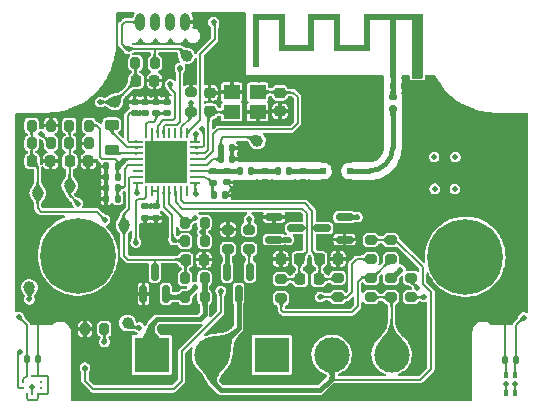
<source format=gtl>
G04 #@! TF.GenerationSoftware,KiCad,Pcbnew,(6.0.9)*
G04 #@! TF.CreationDate,2022-11-24T22:46:59+01:00*
G04 #@! TF.ProjectId,telinksensor-hw,74656c69-6e6b-4736-956e-736f722d6877,rev?*
G04 #@! TF.SameCoordinates,Original*
G04 #@! TF.FileFunction,Copper,L1,Top*
G04 #@! TF.FilePolarity,Positive*
%FSLAX46Y46*%
G04 Gerber Fmt 4.6, Leading zero omitted, Abs format (unit mm)*
G04 Created by KiCad (PCBNEW (6.0.9)) date 2022-11-24 22:46:59*
%MOMM*%
%LPD*%
G01*
G04 APERTURE LIST*
G04 Aperture macros list*
%AMRoundRect*
0 Rectangle with rounded corners*
0 $1 Rounding radius*
0 $2 $3 $4 $5 $6 $7 $8 $9 X,Y pos of 4 corners*
0 Add a 4 corners polygon primitive as box body*
4,1,4,$2,$3,$4,$5,$6,$7,$8,$9,$2,$3,0*
0 Add four circle primitives for the rounded corners*
1,1,$1+$1,$2,$3*
1,1,$1+$1,$4,$5*
1,1,$1+$1,$6,$7*
1,1,$1+$1,$8,$9*
0 Add four rect primitives between the rounded corners*
20,1,$1+$1,$2,$3,$4,$5,0*
20,1,$1+$1,$4,$5,$6,$7,0*
20,1,$1+$1,$6,$7,$8,$9,0*
20,1,$1+$1,$8,$9,$2,$3,0*%
G04 Aperture macros list end*
G04 #@! TA.AperFunction,SMDPad,CuDef*
%ADD10RoundRect,0.160000X0.160000X-0.160000X0.160000X0.160000X-0.160000X0.160000X-0.160000X-0.160000X0*%
G04 #@! TD*
G04 #@! TA.AperFunction,SMDPad,CuDef*
%ADD11RoundRect,0.140000X0.170000X-0.140000X0.170000X0.140000X-0.170000X0.140000X-0.170000X-0.140000X0*%
G04 #@! TD*
G04 #@! TA.AperFunction,SMDPad,CuDef*
%ADD12RoundRect,0.140000X0.140000X0.170000X-0.140000X0.170000X-0.140000X-0.170000X0.140000X-0.170000X0*%
G04 #@! TD*
G04 #@! TA.AperFunction,SMDPad,CuDef*
%ADD13RoundRect,0.225000X-0.225000X-0.250000X0.225000X-0.250000X0.225000X0.250000X-0.225000X0.250000X0*%
G04 #@! TD*
G04 #@! TA.AperFunction,SMDPad,CuDef*
%ADD14RoundRect,0.140000X-0.170000X0.140000X-0.170000X-0.140000X0.170000X-0.140000X0.170000X0.140000X0*%
G04 #@! TD*
G04 #@! TA.AperFunction,SMDPad,CuDef*
%ADD15C,1.000000*%
G04 #@! TD*
G04 #@! TA.AperFunction,SMDPad,CuDef*
%ADD16RoundRect,0.200000X0.275000X-0.200000X0.275000X0.200000X-0.275000X0.200000X-0.275000X-0.200000X0*%
G04 #@! TD*
G04 #@! TA.AperFunction,ComponentPad*
%ADD17C,6.400000*%
G04 #@! TD*
G04 #@! TA.AperFunction,ComponentPad*
%ADD18C,0.800000*%
G04 #@! TD*
G04 #@! TA.AperFunction,SMDPad,CuDef*
%ADD19RoundRect,0.140000X-0.140000X-0.170000X0.140000X-0.170000X0.140000X0.170000X-0.140000X0.170000X0*%
G04 #@! TD*
G04 #@! TA.AperFunction,SMDPad,CuDef*
%ADD20RoundRect,0.147500X0.172500X-0.147500X0.172500X0.147500X-0.172500X0.147500X-0.172500X-0.147500X0*%
G04 #@! TD*
G04 #@! TA.AperFunction,SMDPad,CuDef*
%ADD21RoundRect,0.062500X-0.062500X0.337500X-0.062500X-0.337500X0.062500X-0.337500X0.062500X0.337500X0*%
G04 #@! TD*
G04 #@! TA.AperFunction,SMDPad,CuDef*
%ADD22RoundRect,0.062500X-0.337500X0.062500X-0.337500X-0.062500X0.337500X-0.062500X0.337500X0.062500X0*%
G04 #@! TD*
G04 #@! TA.AperFunction,ComponentPad*
%ADD23C,0.500000*%
G04 #@! TD*
G04 #@! TA.AperFunction,SMDPad,CuDef*
%ADD24R,3.600000X3.600000*%
G04 #@! TD*
G04 #@! TA.AperFunction,SMDPad,CuDef*
%ADD25R,0.450000X0.600000*%
G04 #@! TD*
G04 #@! TA.AperFunction,SMDPad,CuDef*
%ADD26RoundRect,0.200000X0.200000X0.275000X-0.200000X0.275000X-0.200000X-0.275000X0.200000X-0.275000X0*%
G04 #@! TD*
G04 #@! TA.AperFunction,SMDPad,CuDef*
%ADD27RoundRect,0.200000X-0.200000X-0.275000X0.200000X-0.275000X0.200000X0.275000X-0.200000X0.275000X0*%
G04 #@! TD*
G04 #@! TA.AperFunction,SMDPad,CuDef*
%ADD28RoundRect,0.150000X0.150000X-0.587500X0.150000X0.587500X-0.150000X0.587500X-0.150000X-0.587500X0*%
G04 #@! TD*
G04 #@! TA.AperFunction,SMDPad,CuDef*
%ADD29RoundRect,0.150000X0.587500X0.150000X-0.587500X0.150000X-0.587500X-0.150000X0.587500X-0.150000X0*%
G04 #@! TD*
G04 #@! TA.AperFunction,SMDPad,CuDef*
%ADD30RoundRect,0.218750X0.381250X-0.218750X0.381250X0.218750X-0.381250X0.218750X-0.381250X-0.218750X0*%
G04 #@! TD*
G04 #@! TA.AperFunction,SMDPad,CuDef*
%ADD31O,0.800000X1.500000*%
G04 #@! TD*
G04 #@! TA.AperFunction,ConnectorPad*
%ADD32R,0.500000X0.500000*%
G04 #@! TD*
G04 #@! TA.AperFunction,ComponentPad*
%ADD33R,0.900000X0.800000*%
G04 #@! TD*
G04 #@! TA.AperFunction,SMDPad,CuDef*
%ADD34RoundRect,0.200000X-0.275000X0.200000X-0.275000X-0.200000X0.275000X-0.200000X0.275000X0.200000X0*%
G04 #@! TD*
G04 #@! TA.AperFunction,SMDPad,CuDef*
%ADD35RoundRect,0.225000X0.250000X-0.225000X0.250000X0.225000X-0.250000X0.225000X-0.250000X-0.225000X0*%
G04 #@! TD*
G04 #@! TA.AperFunction,SMDPad,CuDef*
%ADD36RoundRect,0.225000X-0.250000X0.225000X-0.250000X-0.225000X0.250000X-0.225000X0.250000X0.225000X0*%
G04 #@! TD*
G04 #@! TA.AperFunction,SMDPad,CuDef*
%ADD37R,0.580000X0.500000*%
G04 #@! TD*
G04 #@! TA.AperFunction,SMDPad,CuDef*
%ADD38R,0.800000X0.750000*%
G04 #@! TD*
G04 #@! TA.AperFunction,SMDPad,CuDef*
%ADD39RoundRect,0.150000X-0.587500X-0.150000X0.587500X-0.150000X0.587500X0.150000X-0.587500X0.150000X0*%
G04 #@! TD*
G04 #@! TA.AperFunction,SMDPad,CuDef*
%ADD40RoundRect,0.147500X-0.147500X-0.172500X0.147500X-0.172500X0.147500X0.172500X-0.147500X0.172500X0*%
G04 #@! TD*
G04 #@! TA.AperFunction,SMDPad,CuDef*
%ADD41RoundRect,0.150000X-0.150000X0.587500X-0.150000X-0.587500X0.150000X-0.587500X0.150000X0.587500X0*%
G04 #@! TD*
G04 #@! TA.AperFunction,SMDPad,CuDef*
%ADD42R,0.275000X0.250000*%
G04 #@! TD*
G04 #@! TA.AperFunction,SMDPad,CuDef*
%ADD43R,0.250000X0.275000*%
G04 #@! TD*
G04 #@! TA.AperFunction,SMDPad,CuDef*
%ADD44R,1.400000X1.200000*%
G04 #@! TD*
G04 #@! TA.AperFunction,ComponentPad*
%ADD45R,3.000000X3.000000*%
G04 #@! TD*
G04 #@! TA.AperFunction,ComponentPad*
%ADD46C,3.000000*%
G04 #@! TD*
G04 #@! TA.AperFunction,ViaPad*
%ADD47C,0.500000*%
G04 #@! TD*
G04 #@! TA.AperFunction,Conductor*
%ADD48C,0.200000*%
G04 #@! TD*
G04 #@! TA.AperFunction,Conductor*
%ADD49C,0.400000*%
G04 #@! TD*
G04 #@! TA.AperFunction,Conductor*
%ADD50C,0.182010*%
G04 #@! TD*
G04 APERTURE END LIST*
G36*
X177800000Y-89375000D02*
G01*
X177800000Y-89116842D01*
X178101778Y-89116842D01*
X178108309Y-89166368D01*
X178128868Y-89211553D01*
X178162511Y-89246787D01*
X178181122Y-89257400D01*
X178226637Y-89270300D01*
X178275156Y-89271043D01*
X178317819Y-89258935D01*
X178325731Y-89254581D01*
X178363674Y-89221797D01*
X178387742Y-89179395D01*
X178397583Y-89131785D01*
X178392847Y-89083378D01*
X178373185Y-89038584D01*
X178338245Y-89001814D01*
X178305353Y-88984908D01*
X178257267Y-88977018D01*
X178207682Y-88983592D01*
X178162372Y-89003687D01*
X178127112Y-89036357D01*
X178110218Y-89068583D01*
X178101778Y-89116842D01*
X177800000Y-89116842D01*
X177800000Y-84475000D01*
X176400000Y-84475000D01*
X176400000Y-89375000D01*
X175900000Y-89375000D01*
X175900000Y-84475000D01*
X174200000Y-84475000D01*
X174200000Y-87115000D01*
X171200000Y-87115000D01*
X171200000Y-84475000D01*
X169500000Y-84475000D01*
X169500000Y-87115000D01*
X166500000Y-87115000D01*
X166500000Y-84475000D01*
X164800000Y-84475000D01*
X164800000Y-88415000D01*
X164300000Y-88415000D01*
X164300000Y-83975000D01*
X167000000Y-83975000D01*
X167000000Y-86615000D01*
X169000000Y-86615000D01*
X169000000Y-83975000D01*
X171700000Y-83975000D01*
X171700000Y-86615000D01*
X173700000Y-86615000D01*
X173700000Y-83975000D01*
X178700000Y-83975000D01*
X178700000Y-89375000D01*
X177800000Y-89375000D01*
G37*
D10*
X176150000Y-91960000D03*
D11*
X176150000Y-91000000D03*
D12*
X152854536Y-97758963D03*
X151894536Y-97758963D03*
D13*
X158625000Y-104750000D03*
X160175000Y-104750000D03*
D14*
X162099999Y-97255000D03*
X162099999Y-98215000D03*
X165300001Y-97250000D03*
X165300001Y-98210000D03*
D11*
X157056411Y-92350086D03*
X157056411Y-91390086D03*
X156134793Y-92356173D03*
X156134793Y-91396173D03*
D15*
X145400000Y-107100000D03*
D16*
X174300000Y-104725000D03*
X174300000Y-103075000D03*
D13*
X148825000Y-96400000D03*
X150375000Y-96400000D03*
D17*
X182300000Y-104500000D03*
D18*
X183997056Y-106197056D03*
X180602944Y-106197056D03*
X184700000Y-104500000D03*
X182300000Y-106900000D03*
X179900000Y-104500000D03*
X183997056Y-102802944D03*
X182300000Y-102100000D03*
X180602944Y-102802944D03*
D12*
X152859272Y-99600000D03*
X151899272Y-99600000D03*
D19*
X161597306Y-95298807D03*
X162557306Y-95298807D03*
D20*
X160900000Y-98220000D03*
X160900000Y-97250000D03*
D12*
X186630000Y-113257570D03*
X185670000Y-113257570D03*
D21*
X158750000Y-94050000D03*
X158250000Y-94050000D03*
X157750000Y-94050000D03*
X157250000Y-94050000D03*
X156750000Y-94050000D03*
X156250000Y-94050000D03*
X155750000Y-94050000D03*
X155250000Y-94050000D03*
D22*
X154550000Y-94750000D03*
X154550000Y-95250000D03*
X154550000Y-95750000D03*
X154550000Y-96250000D03*
X154550000Y-96750000D03*
X154550000Y-97250000D03*
X154550000Y-97750000D03*
X154550000Y-98250000D03*
D21*
X155250000Y-98950000D03*
X155750000Y-98950000D03*
X156250000Y-98950000D03*
X156750000Y-98950000D03*
X157250000Y-98950000D03*
X157750000Y-98950000D03*
X158250000Y-98950000D03*
X158750000Y-98950000D03*
D22*
X159450000Y-98250000D03*
X159450000Y-97750000D03*
X159450000Y-97250000D03*
X159450000Y-96750000D03*
X159450000Y-96250000D03*
X159450000Y-95750000D03*
X159450000Y-95250000D03*
X159450000Y-94750000D03*
D23*
X157000000Y-95500000D03*
X158000000Y-96500000D03*
X156000000Y-96500000D03*
X157000000Y-97500000D03*
X158000000Y-95500000D03*
D24*
X157000000Y-96500000D03*
D23*
X156000000Y-95500000D03*
X156000000Y-97500000D03*
X158000000Y-97500000D03*
X157000000Y-96500000D03*
D25*
X185750000Y-116040000D03*
X186550000Y-116040000D03*
X186550000Y-114540000D03*
X185750000Y-114540000D03*
D26*
X150425000Y-93400000D03*
X148775000Y-93400000D03*
D13*
X145625000Y-96400000D03*
X147175000Y-96400000D03*
D14*
X156100000Y-100242624D03*
X156100000Y-101202624D03*
D15*
X153400000Y-101800000D03*
D27*
X148775000Y-94900000D03*
X150425000Y-94900000D03*
D14*
X168520000Y-97250000D03*
X168520000Y-98210000D03*
D16*
X159075000Y-92225000D03*
X159075000Y-90575000D03*
D13*
X154425000Y-89600000D03*
X155975000Y-89600000D03*
D28*
X155050000Y-107637500D03*
X156950000Y-107637500D03*
X156000000Y-105762500D03*
D19*
X161595000Y-96225000D03*
X162555000Y-96225000D03*
D16*
X162200000Y-103850000D03*
X162200000Y-102200000D03*
D19*
X163220000Y-97250000D03*
X164180000Y-97250000D03*
D29*
X172077500Y-103050000D03*
X172077500Y-101150000D03*
X170202500Y-102100000D03*
D13*
X168331250Y-106400000D03*
X169881250Y-106400000D03*
D16*
X174300000Y-107925000D03*
X174300000Y-106275000D03*
D12*
X152857588Y-98676164D03*
X151897588Y-98676164D03*
D30*
X152375000Y-95462500D03*
X152375000Y-93337500D03*
D19*
X145164014Y-113192664D03*
X146124014Y-113192664D03*
D26*
X156025000Y-88100000D03*
X154375000Y-88100000D03*
D27*
X145575000Y-93400000D03*
X147225000Y-93400000D03*
D15*
X146100000Y-99100000D03*
D18*
X147802944Y-102702944D03*
X149500000Y-102000000D03*
X151197056Y-102702944D03*
X151197056Y-106097056D03*
D17*
X149500000Y-104400000D03*
D18*
X147100000Y-104400000D03*
X149500000Y-106800000D03*
X147802944Y-106097056D03*
X151900000Y-104400000D03*
D31*
X154800000Y-84630000D03*
X156070000Y-84630000D03*
X157340000Y-84630000D03*
X158610000Y-84630000D03*
D32*
X176150000Y-89125000D03*
D33*
X178250000Y-89125000D03*
D34*
X176000000Y-106275000D03*
X176000000Y-107925000D03*
D35*
X160659441Y-92175000D03*
X160659441Y-90625000D03*
D34*
X177700000Y-106275000D03*
X177700000Y-107925000D03*
D13*
X169975000Y-104700000D03*
X171525000Y-104700000D03*
X166687500Y-104700000D03*
X168237500Y-104700000D03*
D34*
X166712500Y-106375000D03*
X166712500Y-108025000D03*
D11*
X154300000Y-92352403D03*
X154300000Y-91392403D03*
D14*
X155185478Y-100236648D03*
X155185478Y-101196648D03*
D27*
X158575000Y-107900000D03*
X160225000Y-107900000D03*
D36*
X166600000Y-90625000D03*
X166600000Y-92175000D03*
D19*
X161020000Y-99300000D03*
X161980000Y-99300000D03*
D37*
X172560000Y-97250000D03*
X170240000Y-97250000D03*
D38*
X170450000Y-98275000D03*
X170450000Y-96225000D03*
X172350000Y-98275000D03*
X172350000Y-96225000D03*
D15*
X148800000Y-98500000D03*
D19*
X176150000Y-90050000D03*
X177110000Y-90050000D03*
D39*
X166125000Y-101150000D03*
X166125000Y-103050000D03*
X168000000Y-102100000D03*
D40*
X166435000Y-97250000D03*
X167405000Y-97250000D03*
D34*
X171500000Y-106275000D03*
X171500000Y-107925000D03*
X164000000Y-102200000D03*
X164000000Y-103850000D03*
D16*
X176000000Y-104725000D03*
X176000000Y-103075000D03*
D15*
X153700000Y-110100000D03*
X158700000Y-87500000D03*
D26*
X160225000Y-103175000D03*
X158575000Y-103175000D03*
D41*
X164050000Y-105762500D03*
X162150000Y-105762500D03*
X163100000Y-107637500D03*
D11*
X155216441Y-92355000D03*
X155216441Y-91395000D03*
D15*
X152600000Y-91400000D03*
D26*
X147225000Y-94900000D03*
X145575000Y-94900000D03*
D27*
X150094491Y-110600000D03*
X151744491Y-110600000D03*
D15*
X164700000Y-94700000D03*
D12*
X152855000Y-96844312D03*
X151895000Y-96844312D03*
D42*
X144887500Y-115100000D03*
X144887500Y-115600000D03*
D43*
X145150000Y-116112500D03*
X145650000Y-116112500D03*
X146150000Y-116112500D03*
D42*
X146412500Y-115600000D03*
X146412500Y-115100000D03*
D43*
X146150000Y-114587500D03*
X145650000Y-114587500D03*
X145150000Y-114587500D03*
D27*
X158575000Y-106325000D03*
X160225000Y-106325000D03*
D44*
X162530151Y-92250000D03*
X164730151Y-92250000D03*
X164730151Y-90550000D03*
X162530151Y-90550000D03*
D26*
X160225000Y-101625000D03*
X158575000Y-101625000D03*
D45*
X155760000Y-112800000D03*
D46*
X160840000Y-112800000D03*
D45*
X165900000Y-112800000D03*
D46*
X170980000Y-112800000D03*
X176060000Y-112800000D03*
D47*
X163200000Y-86400000D03*
X178300000Y-112500000D03*
X164038059Y-98510582D03*
X151300000Y-114500000D03*
X176533490Y-97571548D03*
X159300000Y-115500000D03*
X163200000Y-85600000D03*
X163200000Y-89500000D03*
X176300000Y-99500000D03*
X174149999Y-98550000D03*
X174400000Y-89500000D03*
X174600000Y-100100000D03*
X173600000Y-89500000D03*
X151325000Y-96844312D03*
X168300000Y-112500000D03*
X162620000Y-114520000D03*
X171398334Y-97227699D03*
X164000000Y-89500000D03*
X184300000Y-99500000D03*
X167919544Y-98210885D03*
X145300000Y-102700000D03*
X168000000Y-89500000D03*
X181000000Y-108200000D03*
X174824207Y-91197421D03*
X186300000Y-101500000D03*
X162000000Y-85400000D03*
X169000000Y-90600000D03*
X163300000Y-112500000D03*
X176300000Y-115500000D03*
X170300000Y-91500000D03*
X173300000Y-111500000D03*
X151325000Y-99600000D03*
X174850000Y-93605000D03*
X157300000Y-110500000D03*
X173200000Y-90600000D03*
X158300000Y-110500000D03*
X163200000Y-88000000D03*
X169600000Y-89500000D03*
X174300000Y-115500000D03*
X169300000Y-114500000D03*
X146300000Y-101500000D03*
X173300000Y-112500000D03*
X163200000Y-84800000D03*
X145000000Y-105600000D03*
X163300000Y-113500000D03*
X168300000Y-113500000D03*
X167145302Y-98443520D03*
X163150000Y-96225000D03*
X168529853Y-95979315D03*
X177283807Y-96064446D03*
X180300000Y-91500000D03*
X177300000Y-115500000D03*
X177005672Y-96860041D03*
X169300000Y-111500000D03*
X165400000Y-108300000D03*
X182300000Y-113500000D03*
X174846507Y-95273340D03*
X177300000Y-110500000D03*
X163891343Y-95979315D03*
X165478496Y-95968138D03*
X168300000Y-103500000D03*
X178300000Y-97500000D03*
X177450000Y-95250000D03*
X163150000Y-95300000D03*
X170300000Y-93500000D03*
X177107642Y-89409989D03*
X163393035Y-98507508D03*
X165300000Y-104400000D03*
X172300000Y-91500000D03*
X164700000Y-98200000D03*
X186300000Y-105500000D03*
X174850000Y-94427500D03*
X174804803Y-90466509D03*
X171200000Y-94900000D03*
X168800000Y-89500000D03*
X152300000Y-107500000D03*
X170400000Y-89500000D03*
X184300000Y-95500000D03*
X153000000Y-106300000D03*
X177437380Y-91210357D03*
X181300000Y-113500000D03*
X173300000Y-113500000D03*
X149600000Y-116200000D03*
X181300000Y-100200000D03*
X178300000Y-103500000D03*
X166400000Y-89500000D03*
X171400000Y-92500000D03*
X182300000Y-115500000D03*
X178300000Y-99500000D03*
X164300000Y-110500000D03*
X166160301Y-95968138D03*
X159300000Y-114500000D03*
X168528134Y-98762963D03*
X149900000Y-92100000D03*
X174232622Y-95950859D03*
X154300000Y-90794579D03*
X165300000Y-110500000D03*
X165900000Y-98200000D03*
X153300000Y-112500000D03*
X163200000Y-88800000D03*
X174987579Y-98451230D03*
X164800000Y-89500000D03*
X173095687Y-103041314D03*
X160660211Y-89753286D03*
X172300000Y-93500000D03*
X159080594Y-89748395D03*
X175300000Y-115500000D03*
X162800000Y-98900000D03*
X165303208Y-98756442D03*
X170300000Y-103500000D03*
X165600000Y-89500000D03*
X185081803Y-109668806D03*
X186300000Y-95500000D03*
X182300000Y-114500000D03*
X169323430Y-95979315D03*
X178300000Y-113500000D03*
X173300000Y-115500000D03*
X153300000Y-111500000D03*
X166953877Y-95979315D03*
X177450000Y-92782500D03*
X146741131Y-109656510D03*
X177104381Y-90658685D03*
X153300000Y-113500000D03*
X152400000Y-89400000D03*
X157056411Y-90794579D03*
X165100000Y-101152182D03*
X162600000Y-101200000D03*
X178600000Y-92200000D03*
X170300000Y-99500000D03*
X161900000Y-88000000D03*
X184300000Y-97500000D03*
X169100000Y-98200000D03*
X167747454Y-95979315D03*
X178300000Y-115500000D03*
X186300000Y-93500000D03*
X173800000Y-102000000D03*
X172800000Y-89500000D03*
X177681455Y-90042488D03*
X167200000Y-89500000D03*
X156134793Y-90794579D03*
X173345277Y-98547222D03*
X166300000Y-102100000D03*
X163196256Y-84089553D03*
X186300000Y-99500000D03*
X156100000Y-101822624D03*
X186300000Y-103500000D03*
X166497029Y-98465874D03*
X172000000Y-89500000D03*
X186300000Y-107500000D03*
X172300000Y-99500000D03*
X155185478Y-101822624D03*
X186300000Y-97500000D03*
X151325000Y-98676164D03*
X177450000Y-94427500D03*
X180300000Y-113500000D03*
X184300000Y-93500000D03*
X177450000Y-91960000D03*
X175815515Y-98082540D03*
X151325000Y-97758963D03*
X168300000Y-111500000D03*
X167400000Y-93000000D03*
X174850000Y-91960000D03*
X164700000Y-96000000D03*
X174850000Y-92782500D03*
X155200000Y-90794579D03*
X178300000Y-101500000D03*
X168300000Y-107500000D03*
X173500000Y-94700000D03*
X177450000Y-93605000D03*
X180300000Y-93500000D03*
X163200000Y-87200000D03*
X179300000Y-115500000D03*
X173386659Y-95969575D03*
X171200000Y-89500000D03*
X182300000Y-93500000D03*
X152460000Y-114520000D03*
X168400000Y-94700000D03*
X168300000Y-114500000D03*
X172300000Y-115500000D03*
X173170000Y-101150000D03*
X153299656Y-96399656D03*
X176800000Y-105600000D03*
X167350000Y-103050000D03*
X161595000Y-95755000D03*
X159400000Y-107100000D03*
X159500000Y-99200000D03*
X151400000Y-91400000D03*
X154750000Y-92350000D03*
X179660687Y-96054343D03*
X178230851Y-107128014D03*
X155665258Y-100213351D03*
X179710863Y-98742750D03*
X181416941Y-98774940D03*
X153800000Y-86900000D03*
X181449131Y-96054873D03*
X146400000Y-94100000D03*
X154400000Y-103300000D03*
X151800000Y-101400000D03*
X157300000Y-89900000D03*
X160025000Y-102375000D03*
X187233688Y-109660435D03*
X144500000Y-109600000D03*
X149500000Y-100000000D03*
X154500000Y-99100000D03*
X151746552Y-111695661D03*
X160000020Y-93649500D03*
X161600000Y-107400000D03*
X150100000Y-113900000D03*
X178825000Y-107925000D03*
X159473905Y-94110485D03*
X144614514Y-112550000D03*
X145400000Y-108100000D03*
X159393434Y-101198424D03*
X186550000Y-115300000D03*
X185750000Y-115300000D03*
X145650000Y-115550000D03*
X154700000Y-110500000D03*
X157612500Y-103087500D03*
X170000000Y-107900000D03*
X164000000Y-101300000D03*
X159055399Y-91522962D03*
X160981525Y-84630000D03*
X158134395Y-88534395D03*
D48*
X161400000Y-93700000D02*
X167600000Y-93700000D01*
X167700000Y-90600000D02*
X166625000Y-90600000D01*
X168100000Y-91000000D02*
X167700000Y-90600000D01*
X168100000Y-93200000D02*
X168100000Y-91000000D01*
X160290006Y-96250000D02*
X160949039Y-95590967D01*
X160949039Y-94150961D02*
X161400000Y-93700000D01*
X159450000Y-96250000D02*
X160290006Y-96250000D01*
X160949039Y-95590967D02*
X160949039Y-94150961D01*
X166525000Y-90550000D02*
X166600000Y-90625000D01*
X166625000Y-90600000D02*
X166600000Y-90625000D01*
X167600000Y-93700000D02*
X168100000Y-93200000D01*
X164730151Y-90550000D02*
X166525000Y-90550000D01*
X185670000Y-110257003D02*
X185670000Y-113257570D01*
X146150000Y-114587500D02*
X146150000Y-113218650D01*
X147000000Y-116000000D02*
X147000000Y-114700000D01*
X146150000Y-113218650D02*
X146124014Y-113192664D01*
X161980000Y-99300000D02*
X162000000Y-99300000D01*
X185081803Y-109668806D02*
X185670000Y-110257003D01*
X145650000Y-114587500D02*
X146150000Y-114587500D01*
X146000000Y-116600000D02*
X146150000Y-116450000D01*
X162584999Y-98700000D02*
X162600000Y-98700000D01*
X146124014Y-113192664D02*
X146124014Y-110273627D01*
X162099999Y-98215000D02*
X162584999Y-98700000D01*
X155750000Y-94050000D02*
X155750000Y-95250000D01*
X185750000Y-114540000D02*
X185750000Y-113337570D01*
X146887500Y-114587500D02*
X146150000Y-114587500D01*
X162000000Y-99300000D02*
X162600000Y-98700000D01*
X185750000Y-113337570D02*
X185670000Y-113257570D01*
X146150000Y-116450000D02*
X146150000Y-116112500D01*
X146150000Y-116112500D02*
X146887500Y-116112500D01*
X146887500Y-116112500D02*
X147000000Y-116000000D01*
X146124014Y-110273627D02*
X146741131Y-109656510D01*
X145150000Y-116112500D02*
X145150000Y-116450000D01*
X147000000Y-114700000D02*
X146887500Y-114587500D01*
X155750000Y-95250000D02*
X157000000Y-96500000D01*
X145150000Y-116450000D02*
X145300000Y-116600000D01*
X145300000Y-116600000D02*
X146000000Y-116600000D01*
X160549520Y-95425480D02*
X160549520Y-92284921D01*
X160734441Y-92250000D02*
X160659441Y-92175000D01*
X160225000Y-95750000D02*
X160549520Y-95425480D01*
X160549520Y-92284921D02*
X160659441Y-92175000D01*
X162530151Y-92250000D02*
X160734441Y-92250000D01*
X159450000Y-95750000D02*
X160225000Y-95750000D01*
D49*
X176800000Y-105600000D02*
X176125000Y-106275000D01*
X157212500Y-107900000D02*
X156950000Y-107637500D01*
D48*
X153299656Y-96399656D02*
X153449312Y-96250000D01*
D49*
X161595000Y-96225000D02*
X161595000Y-95755000D01*
X153299656Y-96399656D02*
X152855000Y-96844312D01*
X166125000Y-103050000D02*
X167350000Y-103050000D01*
D48*
X151572746Y-96234312D02*
X152634312Y-96234312D01*
D49*
X157212500Y-107900000D02*
X158575000Y-107900000D01*
X158575000Y-107900000D02*
X158600000Y-107900000D01*
D48*
X152854536Y-97758963D02*
X152854536Y-96844776D01*
X161597306Y-94602694D02*
X161800000Y-94400000D01*
X150425000Y-93400000D02*
X151100000Y-93400000D01*
X160425000Y-96750000D02*
X160950000Y-96225000D01*
X151100000Y-93400000D02*
X151400000Y-93700000D01*
D49*
X161595000Y-95301113D02*
X161597306Y-95298807D01*
X176125000Y-106275000D02*
X176000000Y-106275000D01*
D48*
X151400000Y-93700000D02*
X151400000Y-96061566D01*
X153449312Y-96250000D02*
X154550000Y-96250000D01*
X152634312Y-96234312D02*
X152855000Y-96455000D01*
X161597306Y-95298807D02*
X161597306Y-94602694D01*
D49*
X161595000Y-95755000D02*
X161595000Y-95301113D01*
D48*
X152855000Y-96455000D02*
X152855000Y-96844312D01*
X164500000Y-94400000D02*
X164700000Y-94600000D01*
D49*
X172077500Y-101150000D02*
X173170000Y-101150000D01*
D48*
X151400000Y-96061566D02*
X151572746Y-96234312D01*
X160950000Y-96225000D02*
X161595000Y-96225000D01*
X159450000Y-96750000D02*
X160425000Y-96750000D01*
D49*
X158600000Y-107900000D02*
X159400000Y-107100000D01*
D48*
X161800000Y-94400000D02*
X164500000Y-94400000D01*
X159500000Y-99200000D02*
X159450000Y-99150000D01*
X154375000Y-88100000D02*
X154375000Y-89550000D01*
X152600000Y-91400000D02*
X154400000Y-89600000D01*
X154400000Y-89600000D02*
X154425000Y-89600000D01*
X154375000Y-89550000D02*
X154425000Y-89600000D01*
X152600000Y-91400000D02*
X151400000Y-91400000D01*
X159450000Y-99150000D02*
X159450000Y-98250000D01*
X153298836Y-98676164D02*
X152857588Y-98676164D01*
X153775000Y-96750000D02*
X153450960Y-97074040D01*
X154350000Y-96750000D02*
X153775000Y-96750000D01*
X153450960Y-97074040D02*
X153450960Y-98524040D01*
X152857588Y-98676164D02*
X152857588Y-99598316D01*
X153450960Y-98524040D02*
X153298836Y-98676164D01*
X153800000Y-86900000D02*
X153600000Y-86900000D01*
X153470000Y-84630000D02*
X154800000Y-84630000D01*
X156250000Y-98772624D02*
X156250000Y-100192624D01*
X153600000Y-86900000D02*
X153200000Y-86500000D01*
X155211441Y-92350000D02*
X155216441Y-92355000D01*
X155665258Y-100213351D02*
X156094024Y-100236648D01*
X153850000Y-94750000D02*
X153700000Y-94600000D01*
X154550000Y-94750000D02*
X153850000Y-94750000D01*
X153700000Y-92575000D02*
X153925000Y-92350000D01*
X147200000Y-94900000D02*
X146400000Y-94100000D01*
X147225000Y-94900000D02*
X147200000Y-94900000D01*
X153200000Y-84900000D02*
X153470000Y-84630000D01*
X156000000Y-86900000D02*
X158100000Y-86900000D01*
X156025000Y-88100000D02*
X156000000Y-88075000D01*
X153700000Y-94600000D02*
X153700000Y-92575000D01*
X158100000Y-86900000D02*
X158700000Y-87500000D01*
X178230851Y-107128014D02*
X177700000Y-106597163D01*
X154750000Y-92350000D02*
X155211441Y-92350000D01*
X155750000Y-98950000D02*
X156250000Y-98950000D01*
X153925000Y-92350000D02*
X154750000Y-92350000D01*
X153800000Y-86900000D02*
X156000000Y-86900000D01*
X156000000Y-88075000D02*
X156000000Y-86900000D01*
X153200000Y-86500000D02*
X153200000Y-84900000D01*
X156094024Y-100236648D02*
X156100000Y-100242624D01*
X156150000Y-100192624D02*
X156100000Y-100242624D01*
X155185478Y-100236648D02*
X155665258Y-100213351D01*
X177700000Y-106597163D02*
X177700000Y-106275000D01*
X155250000Y-99450000D02*
X155075000Y-99625000D01*
X151800000Y-101400000D02*
X151100000Y-100700000D01*
X145575000Y-93400000D02*
X145575000Y-96350000D01*
X145575000Y-96350000D02*
X145625000Y-96400000D01*
X155250000Y-98950000D02*
X155250000Y-99450000D01*
X146400000Y-100700000D02*
X146100000Y-100400000D01*
X146100000Y-96875000D02*
X146100000Y-99100000D01*
X145625000Y-96400000D02*
X146100000Y-96875000D01*
X146100000Y-100400000D02*
X146100000Y-99100000D01*
X154550000Y-99650000D02*
X154400000Y-99800000D01*
X154400000Y-99800000D02*
X154400000Y-103300000D01*
X155075000Y-99625000D02*
X155050000Y-99650000D01*
X151100000Y-100700000D02*
X146400000Y-100700000D01*
X155050000Y-99650000D02*
X154550000Y-99650000D01*
X155925000Y-93075000D02*
X156134793Y-92865207D01*
X155250000Y-93250000D02*
X155425000Y-93075000D01*
X156203737Y-92375888D02*
X157119268Y-92375888D01*
X155250000Y-94050000D02*
X155250000Y-93250000D01*
X156134793Y-92840207D02*
X156134793Y-92356173D01*
X155425000Y-93075000D02*
X155925000Y-93075000D01*
X160900000Y-98220000D02*
X160900000Y-99180000D01*
X160900000Y-99180000D02*
X161020000Y-99300000D01*
X160642132Y-97962132D02*
X160900000Y-98220000D01*
X160130000Y-97750000D02*
X159450000Y-97750000D01*
X160130000Y-97750011D02*
G75*
G02*
X160642132Y-97962132I0J-724289D01*
G01*
D50*
X159450000Y-97250000D02*
X160900000Y-97250000D01*
D49*
X160900000Y-97250000D02*
X163220000Y-97250000D01*
D48*
X157774999Y-98974999D02*
X157774999Y-99893199D01*
X168875000Y-102025000D02*
X168875000Y-102125000D01*
X158306800Y-100425000D02*
X168506800Y-100425000D01*
X168237500Y-104700000D02*
X168237500Y-106306250D01*
X157750000Y-98950000D02*
X157774999Y-98974999D01*
X166737500Y-106400000D02*
X166712500Y-106375000D01*
X168850000Y-102100000D02*
X168875000Y-102125000D01*
X168506800Y-100425000D02*
X168875000Y-100793200D01*
X168331250Y-106400000D02*
X166737500Y-106400000D01*
X157774999Y-99893199D02*
X158306800Y-100425000D01*
X168875000Y-100793200D02*
X168875000Y-102025000D01*
X168237500Y-106350000D02*
X168287500Y-106400000D01*
X168237500Y-106306250D02*
X168331250Y-106400000D01*
X168000000Y-102100000D02*
X168850000Y-102100000D01*
X168875000Y-104062500D02*
X168237500Y-104700000D01*
X168875000Y-102125000D02*
X168875000Y-104062500D01*
X169325000Y-100606800D02*
X169325000Y-102175000D01*
X158225001Y-98974999D02*
X158225001Y-99706801D01*
X169325000Y-102175000D02*
X169325000Y-104050000D01*
X171337500Y-106400000D02*
X171462500Y-106275000D01*
X168693200Y-99975000D02*
X169325000Y-100606800D01*
X169325000Y-104050000D02*
X169975000Y-104700000D01*
X171375000Y-106400000D02*
X171500000Y-106275000D01*
X169975000Y-106306250D02*
X169881250Y-106400000D01*
X169881250Y-106400000D02*
X171375000Y-106400000D01*
X170202500Y-102100000D02*
X169400000Y-102100000D01*
X158225001Y-99706801D02*
X158493200Y-99975000D01*
X158493200Y-99975000D02*
X168693200Y-99975000D01*
X169975000Y-106262500D02*
X169837500Y-106400000D01*
X169975000Y-104700000D02*
X169975000Y-106306250D01*
X158250000Y-98950000D02*
X158225001Y-98974999D01*
X169400000Y-102100000D02*
X169325000Y-102175000D01*
X186630000Y-110264123D02*
X187233688Y-109660435D01*
X145164014Y-110335986D02*
X145164014Y-110264014D01*
X160225000Y-102375000D02*
X160225000Y-101625000D01*
X157734875Y-90634875D02*
X157300000Y-90200000D01*
X186550000Y-114540000D02*
X186550000Y-113337570D01*
X186550000Y-113337570D02*
X186630000Y-113257570D01*
X156734033Y-92950961D02*
X157574039Y-92950961D01*
X157734875Y-92790125D02*
X157734875Y-90634875D01*
X144887500Y-115100000D02*
X144887500Y-114850000D01*
X156250000Y-94050000D02*
X156250000Y-93434994D01*
X145164014Y-110264014D02*
X144500000Y-109600000D01*
X156250000Y-94050000D02*
X156250000Y-93550000D01*
X145164014Y-113192664D02*
X145164014Y-110335986D01*
X186630000Y-110330000D02*
X186630000Y-110264123D01*
X160225000Y-102375000D02*
X160025000Y-102375000D01*
X145150000Y-113206678D02*
X145164014Y-113192664D01*
X145150000Y-114587500D02*
X145150000Y-113206678D01*
X160225000Y-103175000D02*
X160225000Y-102375000D01*
X186630000Y-113257570D02*
X186630000Y-110330000D01*
X156250000Y-93434994D02*
X156734033Y-92950961D01*
X144887500Y-114850000D02*
X145150000Y-114587500D01*
X157300000Y-90200000D02*
X157300000Y-89900000D01*
X157574039Y-92950961D02*
X157734875Y-92790125D01*
X153400000Y-100900000D02*
X153400000Y-101800000D01*
X158625000Y-104750000D02*
X156250000Y-104750000D01*
X153850480Y-100449520D02*
X153400000Y-100900000D01*
X153400000Y-104400000D02*
X153400000Y-101800000D01*
X153750000Y-104750000D02*
X153400000Y-104400000D01*
X154550000Y-97750000D02*
X154125000Y-97750000D01*
X156050000Y-104750000D02*
X156000000Y-104800000D01*
X156250000Y-104750000D02*
X153750000Y-104750000D01*
X153950000Y-97750000D02*
X153850480Y-97849520D01*
X158625000Y-106275000D02*
X158575000Y-106325000D01*
X154550000Y-97750000D02*
X153950000Y-97750000D01*
X158625000Y-104750000D02*
X158625000Y-106275000D01*
X156000000Y-104800000D02*
X156000000Y-105762500D01*
X153850480Y-97849520D02*
X153850480Y-100449520D01*
X156250000Y-104750000D02*
X156050000Y-104750000D01*
X148800000Y-93425000D02*
X148775000Y-93400000D01*
X148800000Y-99300000D02*
X149500000Y-100000000D01*
X148800000Y-98500000D02*
X148800000Y-93425000D01*
X148800000Y-98500000D02*
X148800000Y-99300000D01*
X154500000Y-98300000D02*
X154500000Y-99100000D01*
X154550000Y-98250000D02*
X154500000Y-98300000D01*
X151744491Y-110600000D02*
X151746552Y-111695661D01*
X161600000Y-109200000D02*
X158300000Y-112500000D01*
X160150000Y-93799480D02*
X160150000Y-95100000D01*
X160000020Y-93649500D02*
X160150000Y-93799480D01*
X160000000Y-95250000D02*
X159450000Y-95250000D01*
X150800000Y-115700000D02*
X150100000Y-115000000D01*
X150100000Y-115000000D02*
X150100000Y-113900000D01*
X161600000Y-107400000D02*
X161600000Y-109200000D01*
X158300000Y-112500000D02*
X158300000Y-115000000D01*
X158300000Y-115000000D02*
X157600000Y-115700000D01*
X157600000Y-115700000D02*
X150800000Y-115700000D01*
X160150000Y-95100000D02*
X160000000Y-95250000D01*
X164000000Y-103850000D02*
X164000000Y-105632500D01*
X163920000Y-105632500D02*
X164050000Y-105762500D01*
D49*
X162150000Y-103900000D02*
X162200000Y-103850000D01*
X162150000Y-105762500D02*
X162150000Y-103900000D01*
X170000000Y-115800000D02*
X170900000Y-114900000D01*
X170900000Y-114900000D02*
X170980000Y-114820000D01*
D48*
X178500000Y-114900000D02*
X179400000Y-114000000D01*
X179400000Y-107500000D02*
X178700000Y-106800000D01*
X174300000Y-103075000D02*
X176000000Y-103075000D01*
X179400000Y-114000000D02*
X179400000Y-107500000D01*
D49*
X163100000Y-110540000D02*
X160840000Y-112800000D01*
X163100000Y-107637500D02*
X163100000Y-110540000D01*
X160840000Y-112800000D02*
X160840000Y-115040000D01*
D48*
X178700000Y-105400000D02*
X176375000Y-103075000D01*
D49*
X160840000Y-115040000D02*
X161600000Y-115800000D01*
D48*
X178700000Y-106800000D02*
X178700000Y-105400000D01*
D49*
X170980000Y-114820000D02*
X170980000Y-112800000D01*
D48*
X170900000Y-114900000D02*
X178500000Y-114900000D01*
X176375000Y-103075000D02*
X176000000Y-103075000D01*
D49*
X161600000Y-115800000D02*
X170000000Y-115800000D01*
D48*
X178825000Y-107925000D02*
X177700000Y-107925000D01*
X159473905Y-94110485D02*
X159450000Y-94134390D01*
X159450000Y-94134390D02*
X159450000Y-94750000D01*
X144450000Y-112714514D02*
X144614514Y-112550000D01*
X144887500Y-115600000D02*
X144525000Y-115600000D01*
X186550000Y-115350000D02*
X186600000Y-115300000D01*
X158575000Y-101400000D02*
X158575000Y-101625000D01*
X158966858Y-101625000D02*
X158575000Y-101625000D01*
X186550000Y-116040000D02*
X186550000Y-115350000D01*
X145400000Y-107100000D02*
X145400000Y-108100000D01*
X144525000Y-115600000D02*
X144450000Y-115525000D01*
X159393434Y-101198424D02*
X158966858Y-101625000D01*
X144450000Y-115525000D02*
X144450000Y-112714514D01*
X157250000Y-98950000D02*
X157250000Y-100075000D01*
X157250000Y-100075000D02*
X158575000Y-101400000D01*
X157700000Y-103175000D02*
X158575000Y-103175000D01*
X154100000Y-110500000D02*
X153700000Y-110100000D01*
X157500000Y-101000000D02*
X157500000Y-102975000D01*
X185750000Y-115350000D02*
X185700000Y-115300000D01*
X156750000Y-100250000D02*
X157500000Y-101000000D01*
X157612500Y-103087500D02*
X157700000Y-103175000D01*
X154700000Y-110500000D02*
X154100000Y-110500000D01*
X145650000Y-116112500D02*
X145650000Y-115550000D01*
X185750000Y-116040000D02*
X185750000Y-115350000D01*
X157500000Y-102975000D02*
X157612500Y-103087500D01*
X156750000Y-98950000D02*
X156750000Y-100250000D01*
X166712500Y-108025000D02*
X166712500Y-109012500D01*
X173525000Y-106275000D02*
X174300000Y-106275000D01*
X166712500Y-109012500D02*
X166900000Y-109200000D01*
X174450000Y-106275000D02*
X176000000Y-104725000D01*
X173200000Y-108700000D02*
X173200000Y-106600000D01*
X166900000Y-109200000D02*
X172700000Y-109200000D01*
X173200000Y-106600000D02*
X173525000Y-106275000D01*
X172700000Y-109200000D02*
X173200000Y-108700000D01*
X174300000Y-106275000D02*
X174450000Y-106275000D01*
X171500000Y-107925000D02*
X172275000Y-107925000D01*
X172700000Y-107500000D02*
X172700000Y-105100000D01*
X171475000Y-107900000D02*
X171500000Y-107925000D01*
X170000000Y-107900000D02*
X171475000Y-107900000D01*
X174275000Y-104700000D02*
X174300000Y-104725000D01*
X172275000Y-107925000D02*
X172700000Y-107500000D01*
X172700000Y-105100000D02*
X173100000Y-104700000D01*
X173100000Y-104700000D02*
X174275000Y-104700000D01*
X158250000Y-94050000D02*
X158250000Y-93540006D01*
X159075000Y-91542563D02*
X159055399Y-91522962D01*
X159075000Y-92225000D02*
X159075000Y-91542563D01*
X158250000Y-93540006D02*
X159075000Y-92715006D01*
X159075000Y-92715006D02*
X159075000Y-92225000D01*
X164000000Y-102200000D02*
X164000000Y-101300000D01*
X176000000Y-107925000D02*
X176060000Y-107985000D01*
X174300000Y-107925000D02*
X176000000Y-107925000D01*
X176060000Y-107985000D02*
X176060000Y-112800000D01*
D49*
X155760000Y-110240000D02*
X156200000Y-109800000D01*
X156200000Y-109800000D02*
X159800000Y-109800000D01*
X160225000Y-107900000D02*
X160225000Y-109375000D01*
X155760000Y-112800000D02*
X155760000Y-110240000D01*
X159800000Y-109800000D02*
X160225000Y-109375000D01*
X160225000Y-106325000D02*
X160225000Y-107900000D01*
D48*
X159870000Y-92930000D02*
X159870000Y-87330000D01*
X158935000Y-93865000D02*
X158750000Y-94050000D01*
X161100000Y-84748475D02*
X160981525Y-84630000D01*
X159870000Y-87330000D02*
X161100000Y-86100000D01*
X159785000Y-93015000D02*
X159870000Y-92930000D01*
X159870000Y-92930000D02*
X158935000Y-93865000D01*
X161100000Y-86100000D02*
X161100000Y-84748475D01*
X159785000Y-93015000D02*
X158935000Y-93865000D01*
X158134395Y-93090605D02*
X158134395Y-88534395D01*
X156750000Y-94050000D02*
X156750000Y-93500000D01*
X156899520Y-93350480D02*
X157874520Y-93350480D01*
X156750000Y-93500000D02*
X156899520Y-93350480D01*
X157874520Y-93350480D02*
X158134395Y-93090605D01*
X153650000Y-95250000D02*
X152375000Y-93975000D01*
X154550000Y-95250000D02*
X153825000Y-95250000D01*
X154475000Y-95250000D02*
X153650000Y-95250000D01*
X152375000Y-93975000D02*
X152375000Y-93337500D01*
X152562500Y-95750000D02*
X152375000Y-95562500D01*
X154550000Y-95750000D02*
X154512156Y-95712156D01*
X154550000Y-95750000D02*
X152562500Y-95750000D01*
X154475000Y-95750000D02*
X152812500Y-95750000D01*
X152624656Y-95712156D02*
X152375000Y-95462500D01*
X154512156Y-95712156D02*
X152624656Y-95712156D01*
D49*
X165300000Y-97250000D02*
X164180000Y-97250001D01*
X165300001Y-97250000D02*
X166435000Y-97250000D01*
X167405000Y-97250000D02*
X168520000Y-97250000D01*
X168520000Y-97250000D02*
X170240000Y-97250000D01*
X176150000Y-91000000D02*
X176150000Y-89125000D01*
X176150000Y-95250000D02*
X176150000Y-91960000D01*
X172560000Y-97250000D02*
X174149999Y-97250000D01*
X176150000Y-95250000D02*
G75*
G02*
X174149999Y-97250000I-2000000J0D01*
G01*
G04 #@! TA.AperFunction,Conductor*
G36*
X161726231Y-96216567D02*
G01*
X161729819Y-96224772D01*
X161726231Y-96233433D01*
X161545422Y-96407308D01*
X161478975Y-96471207D01*
X161470638Y-96474471D01*
X161465518Y-96473179D01*
X161461680Y-96471206D01*
X161425362Y-96452536D01*
X161424978Y-96452328D01*
X161400185Y-96438281D01*
X161384061Y-96429145D01*
X161383850Y-96429022D01*
X161369940Y-96420753D01*
X161347324Y-96407308D01*
X161313156Y-96387388D01*
X161313021Y-96387317D01*
X161279621Y-96369766D01*
X161279614Y-96369763D01*
X161279411Y-96369656D01*
X161244032Y-96354432D01*
X161243751Y-96354343D01*
X161243746Y-96354341D01*
X161227521Y-96349194D01*
X161204959Y-96342035D01*
X161204671Y-96341976D01*
X161204665Y-96341974D01*
X161160399Y-96332838D01*
X161160389Y-96332836D01*
X161160135Y-96332784D01*
X161158871Y-96332645D01*
X161107731Y-96327024D01*
X161107724Y-96327024D01*
X161107501Y-96326999D01*
X161075089Y-96325962D01*
X161056326Y-96325362D01*
X161048167Y-96321672D01*
X161045000Y-96313668D01*
X161045000Y-96136332D01*
X161048427Y-96128059D01*
X161056326Y-96124638D01*
X161081867Y-96123820D01*
X161107501Y-96123000D01*
X161107724Y-96122975D01*
X161107731Y-96122975D01*
X161159862Y-96117245D01*
X161160135Y-96117215D01*
X161160389Y-96117163D01*
X161160399Y-96117161D01*
X161204665Y-96108025D01*
X161204671Y-96108023D01*
X161204959Y-96107964D01*
X161227521Y-96100805D01*
X161243746Y-96095658D01*
X161243751Y-96095656D01*
X161244032Y-96095567D01*
X161279411Y-96080343D01*
X161279614Y-96080236D01*
X161279621Y-96080233D01*
X161313021Y-96062682D01*
X161313023Y-96062681D01*
X161313156Y-96062611D01*
X161347324Y-96042691D01*
X161383974Y-96020903D01*
X161425163Y-95997566D01*
X161472951Y-95973000D01*
X161726231Y-96216567D01*
G37*
G04 #@! TD.AperFunction*
G04 #@! TA.AperFunction,Conductor*
G36*
X159546924Y-98703427D02*
G01*
X159550346Y-98711343D01*
X159551600Y-98752489D01*
X159556353Y-98797077D01*
X159556412Y-98797364D01*
X159564118Y-98834933D01*
X159564120Y-98834941D01*
X159564186Y-98835262D01*
X159575029Y-98868540D01*
X159575174Y-98868854D01*
X159575177Y-98868862D01*
X159588678Y-98898126D01*
X159588809Y-98898409D01*
X159605455Y-98926366D01*
X159624894Y-98953908D01*
X159647056Y-98982532D01*
X159671868Y-99013736D01*
X159682796Y-99027812D01*
X159694198Y-99042500D01*
X159696564Y-99051137D01*
X159694816Y-99055973D01*
X159531064Y-99312319D01*
X159523722Y-99317447D01*
X159514525Y-99315627D01*
X159264820Y-99142012D01*
X159259984Y-99134476D01*
X159260228Y-99129267D01*
X159271878Y-99087439D01*
X159271987Y-99087072D01*
X159285467Y-99044159D01*
X159285542Y-99043928D01*
X159291875Y-99025138D01*
X159298473Y-99005565D01*
X159310565Y-98969838D01*
X159321518Y-98934832D01*
X159331070Y-98898531D01*
X159338957Y-98858916D01*
X159344916Y-98813968D01*
X159348685Y-98761668D01*
X159349756Y-98711451D01*
X159353358Y-98703252D01*
X159361453Y-98700000D01*
X159538651Y-98700000D01*
X159546924Y-98703427D01*
G37*
G04 #@! TD.AperFunction*
G04 #@! TA.AperFunction,Conductor*
G36*
X154578450Y-98203647D02*
G01*
X154628426Y-98332092D01*
X154630198Y-98336647D01*
X154630004Y-98345599D01*
X154627777Y-98348946D01*
X154625263Y-98351592D01*
X154625253Y-98351604D01*
X154624921Y-98351954D01*
X154618333Y-98361739D01*
X154612996Y-98372959D01*
X154608784Y-98385652D01*
X154605570Y-98399859D01*
X154603225Y-98415620D01*
X154601623Y-98432975D01*
X154600636Y-98451963D01*
X154600634Y-98452054D01*
X154600137Y-98472625D01*
X154600136Y-98472720D01*
X154600071Y-98483372D01*
X154596593Y-98491624D01*
X154588371Y-98495000D01*
X154411976Y-98495000D01*
X154403703Y-98491573D01*
X154400279Y-98483027D01*
X154400790Y-98461145D01*
X154400815Y-98460605D01*
X154402730Y-98433096D01*
X154402926Y-98430277D01*
X154402971Y-98429788D01*
X154404562Y-98415620D01*
X154406055Y-98402320D01*
X154406107Y-98401922D01*
X154409820Y-98376866D01*
X154409866Y-98376583D01*
X154413840Y-98353652D01*
X154413859Y-98353542D01*
X154417780Y-98332136D01*
X154417788Y-98332092D01*
X154421222Y-98312242D01*
X154421224Y-98312229D01*
X154421237Y-98312154D01*
X154423868Y-98293224D01*
X154425309Y-98274972D01*
X154425246Y-98264747D01*
X154428622Y-98256453D01*
X154432280Y-98253946D01*
X154562881Y-98197159D01*
X154571834Y-98197003D01*
X154578450Y-98203647D01*
G37*
G04 #@! TD.AperFunction*
G04 #@! TA.AperFunction,Conductor*
G36*
X167540805Y-96987762D02*
G01*
X167560267Y-96996556D01*
X167574905Y-97003170D01*
X167613856Y-97017917D01*
X167614056Y-97017977D01*
X167614057Y-97017977D01*
X167651485Y-97029143D01*
X167651499Y-97029147D01*
X167651688Y-97029203D01*
X167651887Y-97029246D01*
X167651897Y-97029249D01*
X167689445Y-97037443D01*
X167689459Y-97037446D01*
X167689649Y-97037487D01*
X167689850Y-97037516D01*
X167689859Y-97037518D01*
X167705616Y-97039819D01*
X167728986Y-97043232D01*
X167770948Y-97046898D01*
X167771085Y-97046904D01*
X167771098Y-97046905D01*
X167798241Y-97048118D01*
X167816782Y-97048947D01*
X167867737Y-97049839D01*
X167925060Y-97050036D01*
X167970000Y-97050011D01*
X167970000Y-97050014D01*
X167970014Y-97050011D01*
X167989807Y-97050000D01*
X167990000Y-97050039D01*
X167990000Y-97449961D01*
X167989807Y-97450000D01*
X167973137Y-97449990D01*
X167972961Y-97449990D01*
X167970012Y-97449988D01*
X167970000Y-97449986D01*
X167970000Y-97449988D01*
X167925060Y-97449963D01*
X167867737Y-97450160D01*
X167816782Y-97451052D01*
X167798241Y-97451881D01*
X167771098Y-97453094D01*
X167771085Y-97453095D01*
X167770948Y-97453101D01*
X167728986Y-97456767D01*
X167705616Y-97460180D01*
X167689859Y-97462481D01*
X167689850Y-97462483D01*
X167689649Y-97462512D01*
X167689459Y-97462553D01*
X167689445Y-97462556D01*
X167651897Y-97470750D01*
X167651887Y-97470753D01*
X167651688Y-97470796D01*
X167651499Y-97470852D01*
X167651485Y-97470856D01*
X167614057Y-97482022D01*
X167613856Y-97482082D01*
X167574905Y-97496829D01*
X167556400Y-97505191D01*
X167540805Y-97512238D01*
X167531855Y-97512522D01*
X167527877Y-97510009D01*
X167408590Y-97395296D01*
X167405000Y-97386863D01*
X167405000Y-97113137D01*
X167408590Y-97104704D01*
X167527877Y-96989991D01*
X167536216Y-96986726D01*
X167540805Y-96987762D01*
G37*
G04 #@! TD.AperFunction*
G04 #@! TA.AperFunction,Conductor*
G36*
X158142828Y-88418164D02*
G01*
X158353634Y-88637376D01*
X158356899Y-88645715D01*
X158355636Y-88650778D01*
X158338277Y-88685007D01*
X158338119Y-88685308D01*
X158318432Y-88721480D01*
X158318377Y-88721578D01*
X158300332Y-88753989D01*
X158300276Y-88754090D01*
X158283931Y-88784706D01*
X158269583Y-88815083D01*
X158257419Y-88846964D01*
X158247629Y-88882092D01*
X158240403Y-88922210D01*
X158235928Y-88969063D01*
X158235923Y-88969232D01*
X158235923Y-88969237D01*
X158234710Y-89013019D01*
X158231055Y-89021194D01*
X158223014Y-89024395D01*
X158045776Y-89024395D01*
X158037503Y-89020968D01*
X158034080Y-89013019D01*
X158032866Y-88969237D01*
X158032866Y-88969232D01*
X158032861Y-88969063D01*
X158028386Y-88922210D01*
X158021160Y-88882092D01*
X158011370Y-88846964D01*
X157999206Y-88815083D01*
X157984858Y-88784706D01*
X157968513Y-88754090D01*
X157968457Y-88753989D01*
X157950412Y-88721578D01*
X157950357Y-88721480D01*
X157930670Y-88685308D01*
X157930512Y-88685007D01*
X157913154Y-88650779D01*
X157912469Y-88641850D01*
X157915156Y-88637377D01*
X158125962Y-88418164D01*
X158134166Y-88414576D01*
X158142828Y-88418164D01*
G37*
G04 #@! TD.AperFunction*
G04 #@! TA.AperFunction,Conductor*
G36*
X168342168Y-105603227D02*
G01*
X168342225Y-105603564D01*
X168342225Y-105603567D01*
X168344738Y-105618505D01*
X168355651Y-105683389D01*
X168377167Y-105750112D01*
X168405932Y-105806770D01*
X168441165Y-105856738D01*
X168482084Y-105903392D01*
X168527904Y-105950108D01*
X168577713Y-106000126D01*
X168577967Y-106000390D01*
X168630896Y-106056978D01*
X168631347Y-106057490D01*
X168657168Y-106088544D01*
X168681554Y-106117872D01*
X168684209Y-106126423D01*
X168682485Y-106131543D01*
X168453322Y-106498981D01*
X168452938Y-106499597D01*
X168384196Y-106609817D01*
X168376911Y-106615023D01*
X168367694Y-106613303D01*
X168365015Y-106611483D01*
X167894452Y-106291802D01*
X167922190Y-106196398D01*
X167952809Y-106116029D01*
X167984844Y-106046669D01*
X167985050Y-106046246D01*
X168008612Y-106000259D01*
X168017219Y-105983459D01*
X168034303Y-105950091D01*
X168048214Y-105922920D01*
X168048223Y-105922901D01*
X168048280Y-105922790D01*
X168076757Y-105860220D01*
X168101283Y-105791515D01*
X168120493Y-105712441D01*
X168124324Y-105683797D01*
X168132986Y-105619020D01*
X168132986Y-105619015D01*
X168133020Y-105618764D01*
X168137500Y-105506250D01*
X168337500Y-105506250D01*
X168342168Y-105603227D01*
G37*
G04 #@! TD.AperFunction*
G04 #@! TA.AperFunction,Conductor*
G36*
X157033133Y-107535133D02*
G01*
X157225447Y-107538893D01*
X157233651Y-107542481D01*
X157236173Y-107546484D01*
X157242994Y-107564676D01*
X157253981Y-107589164D01*
X157266760Y-107612146D01*
X157281746Y-107633253D01*
X157299355Y-107652119D01*
X157320001Y-107668378D01*
X157344101Y-107681662D01*
X157344546Y-107681820D01*
X157344550Y-107681822D01*
X157369328Y-107690631D01*
X157372068Y-107691605D01*
X157372499Y-107691688D01*
X157372505Y-107691690D01*
X157403934Y-107697766D01*
X157403940Y-107697767D01*
X157404319Y-107697840D01*
X157404706Y-107697863D01*
X157404709Y-107697863D01*
X157430251Y-107699356D01*
X157438310Y-107703260D01*
X157441268Y-107711036D01*
X157441268Y-108087534D01*
X157437841Y-108095807D01*
X157428827Y-108099211D01*
X157401292Y-108097464D01*
X157370322Y-108095500D01*
X157368753Y-108095293D01*
X157342313Y-108089968D01*
X157308969Y-108083252D01*
X157307476Y-108082847D01*
X157255908Y-108065114D01*
X157254696Y-108064620D01*
X157209114Y-108042982D01*
X157208354Y-108042585D01*
X157166671Y-108018832D01*
X157166421Y-108018686D01*
X157162611Y-108016388D01*
X157126651Y-107994700D01*
X157087083Y-107972599D01*
X157045799Y-107954400D01*
X157016451Y-107946349D01*
X157001282Y-107942188D01*
X157001279Y-107942188D01*
X157000778Y-107942050D01*
X157000258Y-107942003D01*
X157000256Y-107942003D01*
X156958196Y-107938234D01*
X156950261Y-107934083D01*
X156947920Y-107929538D01*
X156847841Y-107546391D01*
X156849066Y-107537520D01*
X156856204Y-107532114D01*
X156859389Y-107531736D01*
X157033133Y-107535133D01*
G37*
G04 #@! TD.AperFunction*
G04 #@! TA.AperFunction,Conductor*
G36*
X161000832Y-98779866D02*
G01*
X161000841Y-98780081D01*
X161001145Y-98787334D01*
X161002193Y-98812387D01*
X161008677Y-98856702D01*
X161019307Y-98894303D01*
X161019483Y-98894691D01*
X161019486Y-98894699D01*
X161020590Y-98897131D01*
X161033938Y-98926547D01*
X161052426Y-98954793D01*
X161074627Y-98980399D01*
X161074838Y-98980598D01*
X161100266Y-99004602D01*
X161100279Y-99004613D01*
X161100395Y-99004723D01*
X161129586Y-99029122D01*
X161129626Y-99029153D01*
X161129636Y-99029162D01*
X161162056Y-99054956D01*
X161191239Y-99078420D01*
X161195540Y-99086273D01*
X161194964Y-99091365D01*
X161165037Y-99177765D01*
X161082650Y-99415617D01*
X161076704Y-99422313D01*
X161067335Y-99422685D01*
X160747838Y-99297831D01*
X160741380Y-99291628D01*
X160740408Y-99286431D01*
X160742742Y-99232175D01*
X160742784Y-99231569D01*
X160747880Y-99178056D01*
X160747949Y-99177481D01*
X160754832Y-99130158D01*
X160754904Y-99129722D01*
X160762959Y-99086005D01*
X160762996Y-99085812D01*
X160771610Y-99043104D01*
X160771625Y-99043027D01*
X160780095Y-98999159D01*
X160780115Y-98999056D01*
X160787850Y-98951237D01*
X160790690Y-98926925D01*
X160794155Y-98897270D01*
X160794156Y-98897261D01*
X160794171Y-98897131D01*
X160798435Y-98834223D01*
X160800000Y-98760000D01*
X161000000Y-98760000D01*
X161000832Y-98779866D01*
G37*
G04 #@! TD.AperFunction*
G04 #@! TA.AperFunction,Conductor*
G36*
X164999204Y-90014079D02*
G01*
X165102231Y-90069961D01*
X165103111Y-90070490D01*
X165194833Y-90131210D01*
X165195467Y-90131660D01*
X165274443Y-90191846D01*
X165274711Y-90192057D01*
X165346254Y-90249955D01*
X165346319Y-90250007D01*
X165346350Y-90250031D01*
X165346379Y-90250054D01*
X165378074Y-90274619D01*
X165415846Y-90303895D01*
X165488580Y-90351871D01*
X165488893Y-90352026D01*
X165569558Y-90392010D01*
X165569562Y-90392011D01*
X165569948Y-90392203D01*
X165570363Y-90392338D01*
X165570364Y-90392338D01*
X165664986Y-90423030D01*
X165664992Y-90423031D01*
X165665379Y-90423157D01*
X165736073Y-90435363D01*
X165779944Y-90442938D01*
X165779947Y-90442938D01*
X165780304Y-90443000D01*
X165797895Y-90443881D01*
X165819035Y-90444939D01*
X165819039Y-90444939D01*
X165920151Y-90450000D01*
X165920151Y-90650000D01*
X165780304Y-90656999D01*
X165779947Y-90657061D01*
X165779944Y-90657061D01*
X165767701Y-90659175D01*
X165665379Y-90676842D01*
X165664992Y-90676968D01*
X165664986Y-90676969D01*
X165570364Y-90707661D01*
X165569948Y-90707796D01*
X165569562Y-90707988D01*
X165569558Y-90707989D01*
X165514554Y-90735253D01*
X165488580Y-90748128D01*
X165415846Y-90796104D01*
X165378074Y-90825380D01*
X165346379Y-90849945D01*
X165346350Y-90849968D01*
X165346319Y-90849992D01*
X165346254Y-90850044D01*
X165274711Y-90907942D01*
X165274443Y-90908153D01*
X165195467Y-90968339D01*
X165194833Y-90968789D01*
X165103111Y-91029509D01*
X165102231Y-91030038D01*
X164999204Y-91085921D01*
X164990298Y-91086853D01*
X164985516Y-91084069D01*
X164929331Y-91030038D01*
X164438920Y-90558433D01*
X164435332Y-90550229D01*
X164438920Y-90541567D01*
X164985517Y-90015931D01*
X164993855Y-90012666D01*
X164999204Y-90014079D01*
G37*
G04 #@! TD.AperFunction*
G04 #@! TA.AperFunction,Conductor*
G36*
X170116384Y-107678759D02*
G01*
X170150633Y-107696128D01*
X170150894Y-107696265D01*
X170187095Y-107715967D01*
X170219695Y-107734118D01*
X170250311Y-107750463D01*
X170280688Y-107764811D01*
X170312569Y-107776975D01*
X170330610Y-107782003D01*
X170347434Y-107786692D01*
X170347440Y-107786693D01*
X170347697Y-107786765D01*
X170387815Y-107793991D01*
X170414500Y-107796540D01*
X170434488Y-107798449D01*
X170434494Y-107798449D01*
X170434668Y-107798466D01*
X170434837Y-107798471D01*
X170434842Y-107798471D01*
X170478624Y-107799685D01*
X170486799Y-107803340D01*
X170490000Y-107811381D01*
X170490000Y-107988619D01*
X170486573Y-107996892D01*
X170478624Y-108000315D01*
X170434842Y-108001528D01*
X170434837Y-108001528D01*
X170434668Y-108001533D01*
X170434494Y-108001550D01*
X170434488Y-108001550D01*
X170414500Y-108003459D01*
X170387815Y-108006008D01*
X170347697Y-108013234D01*
X170347440Y-108013306D01*
X170347434Y-108013307D01*
X170330610Y-108017996D01*
X170312569Y-108023024D01*
X170280688Y-108035188D01*
X170250311Y-108049536D01*
X170219695Y-108065881D01*
X170187095Y-108084032D01*
X170150894Y-108103734D01*
X170150633Y-108103871D01*
X170133960Y-108112327D01*
X170116383Y-108121241D01*
X170107454Y-108121926D01*
X170102981Y-108119239D01*
X170086929Y-108103802D01*
X169883769Y-107908433D01*
X169880181Y-107900229D01*
X169883769Y-107891567D01*
X170102982Y-107680761D01*
X170111321Y-107677496D01*
X170116384Y-107678759D01*
G37*
G04 #@! TD.AperFunction*
G04 #@! TA.AperFunction,Conductor*
G36*
X159054706Y-91406427D02*
G01*
X159282032Y-91608468D01*
X159285939Y-91616525D01*
X159285079Y-91621665D01*
X159269498Y-91659536D01*
X159269363Y-91659850D01*
X159251763Y-91699306D01*
X159235414Y-91734730D01*
X159220592Y-91767829D01*
X159207499Y-91800477D01*
X159196336Y-91834549D01*
X159187303Y-91871919D01*
X159180602Y-91914461D01*
X159180586Y-91914646D01*
X159180585Y-91914658D01*
X159178120Y-91943993D01*
X159176434Y-91964051D01*
X159176340Y-91967910D01*
X159175280Y-92011150D01*
X159171652Y-92019336D01*
X159163584Y-92022563D01*
X158986377Y-92022563D01*
X158978104Y-92019136D01*
X158974682Y-92011190D01*
X158973471Y-91967910D01*
X158973470Y-91967897D01*
X158973465Y-91967713D01*
X158968942Y-91921195D01*
X158961551Y-91881344D01*
X158951413Y-91846495D01*
X158938647Y-91814983D01*
X158923374Y-91785144D01*
X158905715Y-91755312D01*
X158885789Y-91723823D01*
X158863779Y-91689110D01*
X158863654Y-91688908D01*
X158862917Y-91687691D01*
X158843910Y-91656298D01*
X158842556Y-91647447D01*
X158844876Y-91642814D01*
X159037893Y-91407748D01*
X159045791Y-91403529D01*
X159054706Y-91406427D01*
G37*
G04 #@! TD.AperFunction*
G04 #@! TA.AperFunction,Conductor*
G36*
X150714185Y-93122709D02*
G01*
X150764032Y-93166327D01*
X150817737Y-93200976D01*
X150840275Y-93211357D01*
X150869516Y-93224826D01*
X150869521Y-93224828D01*
X150869799Y-93224956D01*
X150921063Y-93242119D01*
X150942491Y-93248049D01*
X150972290Y-93256296D01*
X150972418Y-93256332D01*
X151024176Y-93271292D01*
X151024965Y-93271551D01*
X151077872Y-93291003D01*
X151079085Y-93291529D01*
X151134307Y-93319304D01*
X151135632Y-93320084D01*
X151194294Y-93360090D01*
X151195480Y-93361016D01*
X151249842Y-93409433D01*
X151253740Y-93417494D01*
X151250333Y-93426443D01*
X151125068Y-93551708D01*
X151116795Y-93555135D01*
X151109504Y-93552585D01*
X151061258Y-93514130D01*
X151009113Y-93494441D01*
X151007960Y-93494477D01*
X150961034Y-93495943D01*
X150961032Y-93495943D01*
X150960020Y-93495975D01*
X150932347Y-93506923D01*
X150913362Y-93514433D01*
X150913360Y-93514434D01*
X150912761Y-93514671D01*
X150866113Y-93546472D01*
X150818858Y-93587319D01*
X150818766Y-93587405D01*
X150769876Y-93633060D01*
X150769704Y-93633218D01*
X150717959Y-93679634D01*
X150717305Y-93680179D01*
X150661829Y-93723099D01*
X150660607Y-93723927D01*
X150607003Y-93755496D01*
X150598136Y-93756741D01*
X150592958Y-93753848D01*
X150236142Y-93410715D01*
X150232554Y-93402511D01*
X150235819Y-93394172D01*
X150238338Y-93392187D01*
X150444276Y-93271551D01*
X150700568Y-93121419D01*
X150709438Y-93120194D01*
X150714185Y-93122709D01*
G37*
G04 #@! TD.AperFunction*
G04 #@! TA.AperFunction,Conductor*
G36*
X176137595Y-104587082D02*
G01*
X176141183Y-104595744D01*
X176132760Y-105026665D01*
X176131436Y-105094375D01*
X176127848Y-105102579D01*
X176123169Y-105105331D01*
X176054227Y-105126481D01*
X176053460Y-105126689D01*
X175984774Y-105142750D01*
X175984231Y-105142863D01*
X175921600Y-105154410D01*
X175921446Y-105154437D01*
X175863304Y-105164355D01*
X175863193Y-105164374D01*
X175807704Y-105175619D01*
X175807487Y-105175681D01*
X175807482Y-105175682D01*
X175753648Y-105191012D01*
X175753643Y-105191014D01*
X175753333Y-105191102D01*
X175753024Y-105191229D01*
X175753025Y-105191229D01*
X175698685Y-105213623D01*
X175698681Y-105213625D01*
X175698334Y-105213768D01*
X175640960Y-105246563D01*
X175640665Y-105246783D01*
X175579709Y-105292249D01*
X175579703Y-105292254D01*
X175579463Y-105292433D01*
X175520355Y-105346738D01*
X175511945Y-105349811D01*
X175504167Y-105346394D01*
X175378606Y-105220833D01*
X175375179Y-105212560D01*
X175378263Y-105204645D01*
X175415243Y-105164392D01*
X175432566Y-105145536D01*
X175432748Y-105145292D01*
X175432753Y-105145286D01*
X175478216Y-105084334D01*
X175478436Y-105084039D01*
X175511231Y-105026665D01*
X175533897Y-104971666D01*
X175549380Y-104917295D01*
X175560625Y-104861806D01*
X175570562Y-104803553D01*
X175570589Y-104803399D01*
X175582136Y-104740768D01*
X175582249Y-104740225D01*
X175598309Y-104671540D01*
X175598517Y-104670772D01*
X175619669Y-104601830D01*
X175625371Y-104594926D01*
X175630623Y-104593564D01*
X175969492Y-104586940D01*
X176129256Y-104583817D01*
X176137595Y-104587082D01*
G37*
G04 #@! TD.AperFunction*
G04 #@! TA.AperFunction,Conductor*
G36*
X159511537Y-96140389D02*
G01*
X159517365Y-96142776D01*
X159517372Y-96142778D01*
X159517681Y-96142905D01*
X159518003Y-96142995D01*
X159518007Y-96142996D01*
X159531339Y-96146708D01*
X159531630Y-96146789D01*
X159531915Y-96146838D01*
X159531922Y-96146840D01*
X159538214Y-96147931D01*
X159546539Y-96149375D01*
X159555447Y-96150213D01*
X159562449Y-96150872D01*
X159562457Y-96150873D01*
X159562611Y-96150887D01*
X159580054Y-96151551D01*
X159589654Y-96151571D01*
X159598968Y-96151591D01*
X159599071Y-96151591D01*
X159619869Y-96151232D01*
X159642653Y-96150697D01*
X159655272Y-96150451D01*
X159667549Y-96150213D01*
X159667686Y-96150211D01*
X159683210Y-96150091D01*
X159691509Y-96153454D01*
X159695000Y-96161791D01*
X159695000Y-96338209D01*
X159691573Y-96346482D01*
X159683210Y-96349909D01*
X159676650Y-96349858D01*
X159667685Y-96349788D01*
X159667549Y-96349786D01*
X159655272Y-96349548D01*
X159642653Y-96349302D01*
X159619869Y-96348767D01*
X159599071Y-96348408D01*
X159598968Y-96348408D01*
X159589654Y-96348428D01*
X159580054Y-96348448D01*
X159562611Y-96349112D01*
X159562457Y-96349126D01*
X159562449Y-96349127D01*
X159556121Y-96349723D01*
X159546539Y-96350624D01*
X159538214Y-96352068D01*
X159531922Y-96353159D01*
X159531915Y-96353161D01*
X159531630Y-96353210D01*
X159517681Y-96357094D01*
X159517373Y-96357220D01*
X159517356Y-96357226D01*
X159511538Y-96359610D01*
X159502583Y-96359576D01*
X159498992Y-96357217D01*
X159498769Y-96357002D01*
X159396269Y-96258433D01*
X159392681Y-96250229D01*
X159396269Y-96241567D01*
X159498993Y-96142783D01*
X159507332Y-96139518D01*
X159511537Y-96140389D01*
G37*
G04 #@! TD.AperFunction*
G04 #@! TA.AperFunction,Conductor*
G36*
X159940468Y-93551913D02*
G01*
X159990070Y-93567550D01*
X160240838Y-93646606D01*
X160247698Y-93652362D01*
X160249020Y-93657765D01*
X160249020Y-94097780D01*
X160245593Y-94106053D01*
X160237320Y-94109480D01*
X160061184Y-94109480D01*
X160052911Y-94106053D01*
X160049496Y-94098307D01*
X160048168Y-94068883D01*
X160048154Y-94068563D01*
X160042684Y-94033582D01*
X160033687Y-94003718D01*
X160021262Y-93978147D01*
X160005509Y-93956051D01*
X159986526Y-93936607D01*
X159986239Y-93936379D01*
X159986233Y-93936373D01*
X159964628Y-93919169D01*
X159964411Y-93918996D01*
X159939263Y-93902397D01*
X159911182Y-93885988D01*
X159902609Y-93881263D01*
X159887372Y-93872866D01*
X159881780Y-93865871D01*
X159881443Y-93860921D01*
X159925375Y-93561374D01*
X159929966Y-93553686D01*
X159938649Y-93551496D01*
X159940468Y-93551913D01*
G37*
G04 #@! TD.AperFunction*
G04 #@! TA.AperFunction,Conductor*
G36*
X160926891Y-91813378D02*
G01*
X160990091Y-91861780D01*
X160990650Y-91862236D01*
X161049659Y-91913496D01*
X161049969Y-91913776D01*
X161101923Y-91962267D01*
X161150217Y-92007110D01*
X161150328Y-92007203D01*
X161150329Y-92007204D01*
X161194763Y-92044472D01*
X161198163Y-92047324D01*
X161249241Y-92082081D01*
X161306929Y-92110555D01*
X161374706Y-92131917D01*
X161419194Y-92139259D01*
X161450125Y-92144364D01*
X161450128Y-92144364D01*
X161450739Y-92144465D01*
X161450741Y-92144465D01*
X161456050Y-92145341D01*
X161554441Y-92150000D01*
X161554441Y-92350000D01*
X161443568Y-92354522D01*
X161351375Y-92367221D01*
X161351055Y-92367302D01*
X161351053Y-92367302D01*
X161310027Y-92377639D01*
X161273689Y-92386794D01*
X161206336Y-92411942D01*
X161206106Y-92412053D01*
X161206098Y-92412056D01*
X161172680Y-92428122D01*
X161145145Y-92441360D01*
X161085942Y-92473749D01*
X161024723Y-92507711D01*
X161024391Y-92507888D01*
X160957143Y-92542058D01*
X160956459Y-92542378D01*
X160878533Y-92575715D01*
X160785554Y-92606966D01*
X160437571Y-92137607D01*
X160574033Y-92044472D01*
X160574039Y-92044468D01*
X160913182Y-91813003D01*
X160921947Y-91811170D01*
X160926891Y-91813378D01*
G37*
G04 #@! TD.AperFunction*
G04 #@! TA.AperFunction,Conductor*
G36*
X158727386Y-105586931D02*
G01*
X158728743Y-105622154D01*
X158739327Y-105703129D01*
X158739401Y-105703435D01*
X158739401Y-105703437D01*
X158750516Y-105749613D01*
X158755782Y-105771493D01*
X158777137Y-105830813D01*
X158802422Y-105884658D01*
X158830668Y-105936596D01*
X158860844Y-105990091D01*
X158860969Y-105990320D01*
X158892000Y-106048727D01*
X158892286Y-106049301D01*
X158923297Y-106116293D01*
X158923604Y-106117023D01*
X158950839Y-106188726D01*
X158950573Y-106197676D01*
X158947263Y-106201973D01*
X158559650Y-106515799D01*
X158551064Y-106518342D01*
X158542914Y-106513707D01*
X158244457Y-106114099D01*
X158242252Y-106105420D01*
X158244230Y-106100412D01*
X158280223Y-106048727D01*
X158284378Y-106042760D01*
X158284757Y-106042247D01*
X158327749Y-105987470D01*
X158327953Y-105987220D01*
X158368541Y-105938855D01*
X158406005Y-105893885D01*
X158439556Y-105849354D01*
X158468517Y-105802168D01*
X158492217Y-105749234D01*
X158509980Y-105687457D01*
X158521132Y-105613743D01*
X158522312Y-105586680D01*
X158522444Y-105583656D01*
X158522444Y-105583643D01*
X158525000Y-105525000D01*
X158725000Y-105525000D01*
X158727386Y-105586931D01*
G37*
G04 #@! TD.AperFunction*
G04 #@! TA.AperFunction,Conductor*
G36*
X176493724Y-105639633D02*
G01*
X176760281Y-105906190D01*
X176763708Y-105914463D01*
X176760368Y-105922648D01*
X176699243Y-105985079D01*
X176699181Y-105985146D01*
X176641573Y-106047159D01*
X176641557Y-106047177D01*
X176641490Y-106047249D01*
X176593107Y-106102949D01*
X176593056Y-106103013D01*
X176593039Y-106103033D01*
X176552063Y-106154157D01*
X176551995Y-106154242D01*
X176516054Y-106203191D01*
X176483186Y-106251860D01*
X176451290Y-106302311D01*
X176418267Y-106356609D01*
X176402720Y-106382432D01*
X176382052Y-106416759D01*
X176382018Y-106416815D01*
X176344711Y-106477997D01*
X176337478Y-106483277D01*
X176332412Y-106483376D01*
X176331921Y-106483277D01*
X176001711Y-106416759D01*
X175843233Y-106384835D01*
X175835799Y-106379841D01*
X175834172Y-106370608D01*
X175951773Y-105885585D01*
X175957053Y-105878352D01*
X175961752Y-105876725D01*
X176003074Y-105871774D01*
X176019574Y-105869797D01*
X176019660Y-105869785D01*
X176078397Y-105861580D01*
X176078409Y-105861578D01*
X176078538Y-105861560D01*
X176114176Y-105855012D01*
X176131906Y-105851754D01*
X176131912Y-105851753D01*
X176132117Y-105851715D01*
X176132316Y-105851664D01*
X176132321Y-105851663D01*
X176181597Y-105839063D01*
X176181608Y-105839060D01*
X176181849Y-105838998D01*
X176182088Y-105838913D01*
X176182098Y-105838910D01*
X176228983Y-105822246D01*
X176228988Y-105822244D01*
X176229272Y-105822143D01*
X176229538Y-105822016D01*
X176229543Y-105822014D01*
X176275667Y-105800009D01*
X176275666Y-105800009D01*
X176275927Y-105799885D01*
X176297297Y-105786851D01*
X176323132Y-105771094D01*
X176323139Y-105771089D01*
X176323351Y-105770960D01*
X176373082Y-105734103D01*
X176373220Y-105733984D01*
X176373228Y-105733978D01*
X176426537Y-105688155D01*
X176426542Y-105688150D01*
X176426660Y-105688049D01*
X176477354Y-105639459D01*
X176485699Y-105636209D01*
X176493724Y-105639633D01*
G37*
G04 #@! TD.AperFunction*
G04 #@! TA.AperFunction,Conductor*
G36*
X154497420Y-95140423D02*
G01*
X154501003Y-95142779D01*
X154603731Y-95241567D01*
X154607319Y-95249771D01*
X154603731Y-95258433D01*
X154501022Y-95357204D01*
X154501004Y-95357221D01*
X154492665Y-95360486D01*
X154488465Y-95359617D01*
X154482564Y-95357204D01*
X154482563Y-95357203D01*
X154481972Y-95356962D01*
X154467657Y-95353001D01*
X154452357Y-95350385D01*
X154435861Y-95348877D01*
X154417960Y-95348244D01*
X154398443Y-95348251D01*
X154377098Y-95348665D01*
X154353717Y-95349250D01*
X154328087Y-95349773D01*
X154311689Y-95349906D01*
X154303491Y-95346584D01*
X154300000Y-95338247D01*
X154300000Y-95161752D01*
X154303427Y-95153479D01*
X154311688Y-95150094D01*
X154328087Y-95150226D01*
X154353717Y-95150749D01*
X154377098Y-95151334D01*
X154398443Y-95151748D01*
X154417960Y-95151755D01*
X154435861Y-95151122D01*
X154452357Y-95149614D01*
X154467657Y-95146998D01*
X154481972Y-95143037D01*
X154488465Y-95140382D01*
X154497420Y-95140423D01*
G37*
G04 #@! TD.AperFunction*
G04 #@! TA.AperFunction,Conductor*
G36*
X155368614Y-100024538D02*
G01*
X155383053Y-100035982D01*
X155404579Y-100051849D01*
X155410257Y-100055570D01*
X155426694Y-100066343D01*
X155426702Y-100066348D01*
X155426864Y-100066454D01*
X155450460Y-100079565D01*
X155475916Y-100090953D01*
X155503785Y-100100386D01*
X155534619Y-100107634D01*
X155568968Y-100112465D01*
X155607384Y-100114648D01*
X155650419Y-100113954D01*
X155660119Y-100313718D01*
X155617219Y-100317196D01*
X155579195Y-100323091D01*
X155545476Y-100331227D01*
X155515489Y-100341428D01*
X155488665Y-100353517D01*
X155464432Y-100367318D01*
X155446543Y-100379668D01*
X155442218Y-100382654D01*
X155421452Y-100399349D01*
X155401564Y-100417227D01*
X155401486Y-100417302D01*
X155401483Y-100417305D01*
X155388302Y-100430017D01*
X155379968Y-100433293D01*
X155374366Y-100431748D01*
X155198892Y-100331227D01*
X155061526Y-100252536D01*
X155056051Y-100245450D01*
X155057190Y-100236568D01*
X155060570Y-100232843D01*
X155354576Y-100024166D01*
X155363305Y-100022172D01*
X155368614Y-100024538D01*
G37*
G04 #@! TD.AperFunction*
G04 #@! TA.AperFunction,Conductor*
G36*
X152756681Y-95251177D02*
G01*
X152760128Y-95255115D01*
X152789005Y-95308821D01*
X152789108Y-95309018D01*
X152818257Y-95366196D01*
X152845863Y-95418957D01*
X152873999Y-95466624D01*
X152904776Y-95508599D01*
X152940304Y-95544284D01*
X152940764Y-95544596D01*
X152940767Y-95544599D01*
X152982199Y-95572744D01*
X152982694Y-95573080D01*
X152983242Y-95573307D01*
X152983245Y-95573309D01*
X153033562Y-95594184D01*
X153034059Y-95594390D01*
X153034582Y-95594501D01*
X153034586Y-95594502D01*
X153096088Y-95607525D01*
X153096090Y-95607525D01*
X153096509Y-95607614D01*
X153096935Y-95607640D01*
X153096938Y-95607640D01*
X153161157Y-95611496D01*
X153169210Y-95615413D01*
X153172156Y-95623175D01*
X153172156Y-95800714D01*
X153168729Y-95808987D01*
X153160717Y-95812411D01*
X153061818Y-95814615D01*
X152968776Y-95821291D01*
X152889096Y-95831130D01*
X152818844Y-95843077D01*
X152754085Y-95856078D01*
X152690886Y-95869078D01*
X152625312Y-95881025D01*
X152553429Y-95890864D01*
X152471303Y-95897540D01*
X152383461Y-95899784D01*
X152375355Y-95896567D01*
X152372358Y-95891733D01*
X152199443Y-95350721D01*
X152200189Y-95341797D01*
X152207026Y-95336014D01*
X152208735Y-95335607D01*
X152210301Y-95335356D01*
X152210302Y-95335356D01*
X152747970Y-95249104D01*
X152756681Y-95251177D01*
G37*
G04 #@! TD.AperFunction*
G04 #@! TA.AperFunction,Conductor*
G36*
X152987226Y-98428464D02*
G01*
X153017130Y-98445406D01*
X153018086Y-98446010D01*
X153052777Y-98470365D01*
X153053226Y-98470697D01*
X153086351Y-98496447D01*
X153118256Y-98521234D01*
X153135120Y-98532873D01*
X153145095Y-98539756D01*
X153149301Y-98542659D01*
X153149636Y-98542832D01*
X153149642Y-98542835D01*
X153163041Y-98549731D01*
X153180071Y-98558496D01*
X153180706Y-98558660D01*
X153210256Y-98566291D01*
X153210258Y-98566291D01*
X153211152Y-98566522D01*
X153214870Y-98566288D01*
X153242130Y-98564575D01*
X153242132Y-98564574D01*
X153243126Y-98564512D01*
X153244042Y-98564121D01*
X153244043Y-98564121D01*
X153275836Y-98550557D01*
X153276579Y-98550240D01*
X153303908Y-98528112D01*
X153312495Y-98525569D01*
X153319544Y-98528932D01*
X153444733Y-98654121D01*
X153448160Y-98662394D01*
X153444223Y-98671147D01*
X153407882Y-98703378D01*
X153406653Y-98704330D01*
X153364537Y-98732684D01*
X153363170Y-98733476D01*
X153329494Y-98750036D01*
X153323352Y-98753056D01*
X153322104Y-98753582D01*
X153283764Y-98767197D01*
X153282966Y-98767448D01*
X153245293Y-98777810D01*
X153245217Y-98777831D01*
X153236454Y-98780114D01*
X153208028Y-98787522D01*
X153208012Y-98787527D01*
X153207884Y-98787560D01*
X153207744Y-98787604D01*
X153207745Y-98787604D01*
X153171047Y-98799214D01*
X153171040Y-98799217D01*
X153170745Y-98799310D01*
X153170453Y-98799439D01*
X153133713Y-98815650D01*
X153133708Y-98815653D01*
X153133322Y-98815823D01*
X153095104Y-98839853D01*
X153094772Y-98840141D01*
X153094768Y-98840144D01*
X153085325Y-98848339D01*
X153055577Y-98874153D01*
X152720244Y-98677720D01*
X152721772Y-98673817D01*
X152721768Y-98673675D01*
X152724578Y-98669442D01*
X152740510Y-98654121D01*
X152973349Y-98430211D01*
X152981688Y-98426946D01*
X152987226Y-98428464D01*
G37*
G04 #@! TD.AperFunction*
G04 #@! TA.AperFunction,Conductor*
G36*
X159549788Y-94532371D02*
G01*
X159549302Y-94557346D01*
X159548767Y-94580130D01*
X159548408Y-94600928D01*
X159548436Y-94614390D01*
X159548448Y-94619945D01*
X159549112Y-94637388D01*
X159550624Y-94653460D01*
X159553210Y-94668369D01*
X159557094Y-94682318D01*
X159557221Y-94682628D01*
X159559611Y-94688462D01*
X159559576Y-94697416D01*
X159557217Y-94701007D01*
X159458433Y-94803731D01*
X159450229Y-94807319D01*
X159441567Y-94803731D01*
X159342782Y-94701007D01*
X159339517Y-94692668D01*
X159340388Y-94688462D01*
X159342778Y-94682628D01*
X159342905Y-94682318D01*
X159346789Y-94668369D01*
X159349375Y-94653460D01*
X159350887Y-94637388D01*
X159351551Y-94619945D01*
X159351591Y-94600928D01*
X159351232Y-94580130D01*
X159350697Y-94557346D01*
X159350211Y-94532371D01*
X159350000Y-94505000D01*
X159550000Y-94505000D01*
X159549788Y-94532371D01*
G37*
G04 #@! TD.AperFunction*
G04 #@! TA.AperFunction,Conductor*
G36*
X176090846Y-107819985D02*
G01*
X176090852Y-107819990D01*
X176375170Y-108038858D01*
X176379635Y-108046620D01*
X176379069Y-108052011D01*
X176363318Y-108096756D01*
X176353366Y-108125027D01*
X176353062Y-108125802D01*
X176344123Y-108146388D01*
X176323649Y-108193541D01*
X176323474Y-108193943D01*
X176323194Y-108194541D01*
X176293294Y-108253970D01*
X176293146Y-108254254D01*
X176263883Y-108308594D01*
X176236309Y-108361334D01*
X176211505Y-108415929D01*
X176190472Y-108475985D01*
X176190401Y-108476289D01*
X176190399Y-108476294D01*
X176184207Y-108502614D01*
X176174209Y-108545110D01*
X176163719Y-108626913D01*
X176163709Y-108627177D01*
X176160427Y-108713743D01*
X176156689Y-108721881D01*
X176148735Y-108725000D01*
X175971197Y-108725000D01*
X175962924Y-108721573D01*
X175959508Y-108713815D01*
X175956138Y-108637278D01*
X175956125Y-108636972D01*
X175944933Y-108563857D01*
X175927073Y-108502614D01*
X175926898Y-108502229D01*
X175903357Y-108450560D01*
X175903354Y-108450555D01*
X175903193Y-108450201D01*
X175881851Y-108416182D01*
X175874093Y-108403815D01*
X175874086Y-108403806D01*
X175873943Y-108403577D01*
X175839972Y-108359699D01*
X175801927Y-108315527D01*
X175760579Y-108268157D01*
X175760353Y-108267890D01*
X175732556Y-108234034D01*
X175732555Y-108234033D01*
X175716216Y-108214133D01*
X175669847Y-108150829D01*
X175970332Y-107727213D01*
X176090846Y-107819985D01*
G37*
G04 #@! TD.AperFunction*
G04 #@! TA.AperFunction,Conductor*
G36*
X174481840Y-102718971D02*
G01*
X174524056Y-102741364D01*
X174545559Y-102752771D01*
X174546242Y-102753164D01*
X174606157Y-102790370D01*
X174606621Y-102790673D01*
X174659085Y-102826803D01*
X174659213Y-102826893D01*
X174707421Y-102861051D01*
X174754610Y-102892336D01*
X174754800Y-102892442D01*
X174754802Y-102892443D01*
X174803716Y-102919674D01*
X174803721Y-102919676D01*
X174804004Y-102919834D01*
X174804308Y-102919960D01*
X174804313Y-102919963D01*
X174858572Y-102942552D01*
X174858576Y-102942553D01*
X174858921Y-102942697D01*
X174878893Y-102948141D01*
X174922338Y-102959985D01*
X174922346Y-102959987D01*
X174922681Y-102960078D01*
X174957928Y-102965208D01*
X174998298Y-102971084D01*
X174998300Y-102971084D01*
X174998601Y-102971128D01*
X174998897Y-102971141D01*
X174998902Y-102971141D01*
X175034154Y-102972634D01*
X175078796Y-102974525D01*
X175086916Y-102978299D01*
X175090000Y-102986215D01*
X175090000Y-103163785D01*
X175086573Y-103172058D01*
X175078796Y-103175475D01*
X175028096Y-103177622D01*
X174998902Y-103178858D01*
X174998897Y-103178858D01*
X174998601Y-103178871D01*
X174998300Y-103178915D01*
X174998298Y-103178915D01*
X174957928Y-103184791D01*
X174922681Y-103189921D01*
X174922346Y-103190012D01*
X174922338Y-103190014D01*
X174878893Y-103201858D01*
X174858921Y-103207302D01*
X174858576Y-103207446D01*
X174858572Y-103207447D01*
X174804313Y-103230036D01*
X174804308Y-103230039D01*
X174804004Y-103230165D01*
X174803721Y-103230323D01*
X174803716Y-103230325D01*
X174754802Y-103257556D01*
X174754610Y-103257663D01*
X174707421Y-103288948D01*
X174707310Y-103289026D01*
X174707295Y-103289037D01*
X174659213Y-103323106D01*
X174659085Y-103323196D01*
X174606621Y-103359326D01*
X174606157Y-103359629D01*
X174546242Y-103396835D01*
X174545559Y-103397229D01*
X174521224Y-103410137D01*
X174481840Y-103431029D01*
X174472925Y-103431878D01*
X174468247Y-103429126D01*
X174303178Y-103270387D01*
X174108769Y-103083433D01*
X174105181Y-103075229D01*
X174108769Y-103066567D01*
X174203988Y-102975000D01*
X174468247Y-102720874D01*
X174476586Y-102717609D01*
X174481840Y-102718971D01*
G37*
G04 #@! TD.AperFunction*
G04 #@! TA.AperFunction,Conductor*
G36*
X151516384Y-91178759D02*
G01*
X151550633Y-91196128D01*
X151550894Y-91196265D01*
X151587095Y-91215967D01*
X151619695Y-91234118D01*
X151650311Y-91250463D01*
X151680688Y-91264811D01*
X151712569Y-91276975D01*
X151722096Y-91279630D01*
X151747434Y-91286692D01*
X151747440Y-91286693D01*
X151747697Y-91286765D01*
X151787815Y-91293991D01*
X151834668Y-91298466D01*
X151890000Y-91300000D01*
X151890000Y-91500000D01*
X151834668Y-91501533D01*
X151787815Y-91506008D01*
X151747697Y-91513234D01*
X151747440Y-91513306D01*
X151747434Y-91513307D01*
X151732261Y-91517536D01*
X151712569Y-91523024D01*
X151680688Y-91535188D01*
X151650311Y-91549536D01*
X151619695Y-91565881D01*
X151587095Y-91584032D01*
X151550894Y-91603734D01*
X151550633Y-91603871D01*
X151533960Y-91612327D01*
X151516383Y-91621241D01*
X151507454Y-91621926D01*
X151502981Y-91619239D01*
X151486929Y-91603802D01*
X151283769Y-91408433D01*
X151280181Y-91400229D01*
X151283769Y-91391567D01*
X151502982Y-91180761D01*
X151511321Y-91177496D01*
X151516384Y-91178759D01*
G37*
G04 #@! TD.AperFunction*
G04 #@! TA.AperFunction,Conductor*
G36*
X155793687Y-99999587D02*
G01*
X155818692Y-100016432D01*
X155819907Y-100017373D01*
X155849362Y-100043430D01*
X155849979Y-100044017D01*
X155870577Y-100065102D01*
X155877994Y-100072695D01*
X155904906Y-100101335D01*
X155931067Y-100127169D01*
X155957122Y-100147733D01*
X155983720Y-100160559D01*
X156011507Y-100163184D01*
X156041130Y-100153142D01*
X156073237Y-100127967D01*
X156214657Y-100269387D01*
X156173687Y-100303303D01*
X156133804Y-100324043D01*
X156094909Y-100334727D01*
X156056904Y-100338476D01*
X156019689Y-100338412D01*
X155983168Y-100337655D01*
X155947240Y-100339327D01*
X155911807Y-100346549D01*
X155876771Y-100362442D01*
X155851675Y-100382443D01*
X155850224Y-100383600D01*
X155850223Y-100383600D01*
X155848425Y-100385033D01*
X155839820Y-100387509D01*
X155835051Y-100385877D01*
X155730352Y-100322154D01*
X155540443Y-100206570D01*
X155657971Y-100105229D01*
X155659273Y-100104107D01*
X155659274Y-100104106D01*
X155779510Y-100000430D01*
X155788013Y-99997623D01*
X155793687Y-99999587D01*
G37*
G04 #@! TD.AperFunction*
G04 #@! TA.AperFunction,Conductor*
G36*
X155938361Y-109796108D02*
G01*
X156205174Y-110062921D01*
X156208601Y-110071194D01*
X156206067Y-110078465D01*
X156031605Y-110298410D01*
X155956985Y-110506798D01*
X155971373Y-110701147D01*
X156057456Y-110887142D01*
X156197921Y-111070470D01*
X156198138Y-111070697D01*
X156198139Y-111070699D01*
X156375398Y-111256761D01*
X156375425Y-111256788D01*
X156375455Y-111256820D01*
X156375507Y-111256872D01*
X156572631Y-111451766D01*
X156572862Y-111452002D01*
X156648765Y-111531599D01*
X156772131Y-111660971D01*
X156772771Y-111661701D01*
X156897289Y-111816313D01*
X156956815Y-111890225D01*
X156957745Y-111891559D01*
X157105413Y-112138495D01*
X157106717Y-112147354D01*
X157103805Y-112152608D01*
X155772827Y-113536662D01*
X155770715Y-113538858D01*
X155762511Y-113542446D01*
X155754172Y-113539181D01*
X155752187Y-113536662D01*
X154703672Y-111746735D01*
X154702447Y-111737864D01*
X154705083Y-111732980D01*
X154886901Y-111531599D01*
X154886904Y-111531595D01*
X154887120Y-111531356D01*
X155026091Y-111337550D01*
X155129159Y-111153671D01*
X155209235Y-110975468D01*
X155244438Y-110886557D01*
X155279190Y-110798782D01*
X155279225Y-110798693D01*
X155351915Y-110619400D01*
X155352187Y-110618782D01*
X155440354Y-110432908D01*
X155440856Y-110431963D01*
X155557464Y-110234945D01*
X155558143Y-110233925D01*
X155716152Y-110021331D01*
X155716903Y-110020419D01*
X155921449Y-109796490D01*
X155929559Y-109792693D01*
X155938361Y-109796108D01*
G37*
G04 #@! TD.AperFunction*
G04 #@! TA.AperFunction,Conductor*
G36*
X161001437Y-98177982D02*
G01*
X161135749Y-98317650D01*
X161159697Y-98342553D01*
X161162962Y-98350891D01*
X161161662Y-98356026D01*
X161139158Y-98399646D01*
X161138913Y-98400096D01*
X161113870Y-98443834D01*
X161113728Y-98444075D01*
X161090148Y-98483063D01*
X161068449Y-98519435D01*
X161068407Y-98519513D01*
X161068396Y-98519532D01*
X161049174Y-98555109D01*
X161049073Y-98555296D01*
X161032392Y-98592877D01*
X161018775Y-98634408D01*
X161008590Y-98682118D01*
X161002209Y-98738239D01*
X161000000Y-98805000D01*
X160800000Y-98805000D01*
X160797790Y-98738239D01*
X160791409Y-98682118D01*
X160781224Y-98634408D01*
X160767607Y-98592877D01*
X160750926Y-98555296D01*
X160750825Y-98555109D01*
X160731603Y-98519532D01*
X160731592Y-98519513D01*
X160731550Y-98519435D01*
X160709851Y-98483063D01*
X160686271Y-98444075D01*
X160686129Y-98443834D01*
X160661086Y-98400096D01*
X160660841Y-98399646D01*
X160638338Y-98356027D01*
X160637591Y-98347104D01*
X160640303Y-98342553D01*
X160662637Y-98319329D01*
X160662638Y-98319327D01*
X160900000Y-98072500D01*
X161001437Y-98177982D01*
G37*
G04 #@! TD.AperFunction*
G04 #@! TA.AperFunction,Conductor*
G36*
X152801157Y-95347134D02*
G01*
X152824501Y-95404084D01*
X152847385Y-95456657D01*
X152871657Y-95504232D01*
X152899167Y-95546189D01*
X152931763Y-95581907D01*
X152971296Y-95610768D01*
X153019613Y-95632150D01*
X153078565Y-95645434D01*
X153150000Y-95650000D01*
X153150000Y-95838452D01*
X153146573Y-95846725D01*
X153138453Y-95850151D01*
X153089365Y-95850794D01*
X153043066Y-95851400D01*
X153043002Y-95851403D01*
X153042989Y-95851403D01*
X152952796Y-95855197D01*
X152952769Y-95855199D01*
X152952735Y-95855200D01*
X152952698Y-95855203D01*
X152952675Y-95855204D01*
X152875282Y-95860796D01*
X152875257Y-95860798D01*
X152875233Y-95860800D01*
X152806787Y-95867600D01*
X152743624Y-95875000D01*
X152682000Y-95882396D01*
X152681844Y-95882413D01*
X152618231Y-95889180D01*
X152617927Y-95889209D01*
X152548289Y-95894785D01*
X152547912Y-95894809D01*
X152515878Y-95896335D01*
X152468525Y-95898591D01*
X152468161Y-95898603D01*
X152383678Y-95899870D01*
X152375355Y-95896567D01*
X152372854Y-95892532D01*
X152212099Y-95333243D01*
X152212770Y-95330425D01*
X152212988Y-95330477D01*
X152213529Y-95325765D01*
X152220543Y-95320197D01*
X152223048Y-95319769D01*
X152775504Y-95286425D01*
X152801157Y-95347134D01*
G37*
G04 #@! TD.AperFunction*
G04 #@! TA.AperFunction,Conductor*
G36*
X161608433Y-107283769D02*
G01*
X161819239Y-107502981D01*
X161822504Y-107511320D01*
X161821241Y-107516383D01*
X161803882Y-107550612D01*
X161803724Y-107550913D01*
X161784037Y-107587085D01*
X161783982Y-107587183D01*
X161765937Y-107619594D01*
X161765881Y-107619695D01*
X161749536Y-107650311D01*
X161735188Y-107680688D01*
X161723024Y-107712569D01*
X161713234Y-107747697D01*
X161706008Y-107787815D01*
X161701533Y-107834668D01*
X161701528Y-107834837D01*
X161701528Y-107834842D01*
X161700315Y-107878624D01*
X161696660Y-107886799D01*
X161688619Y-107890000D01*
X161511381Y-107890000D01*
X161503108Y-107886573D01*
X161499685Y-107878624D01*
X161498471Y-107834842D01*
X161498471Y-107834837D01*
X161498466Y-107834668D01*
X161493991Y-107787815D01*
X161486765Y-107747697D01*
X161476975Y-107712569D01*
X161464811Y-107680688D01*
X161450463Y-107650311D01*
X161434118Y-107619695D01*
X161434062Y-107619594D01*
X161416017Y-107587183D01*
X161415962Y-107587085D01*
X161396275Y-107550913D01*
X161396117Y-107550612D01*
X161378759Y-107516384D01*
X161378074Y-107507455D01*
X161380761Y-107502982D01*
X161591567Y-107283769D01*
X161599771Y-107280181D01*
X161608433Y-107283769D01*
G37*
G04 #@! TD.AperFunction*
G04 #@! TA.AperFunction,Conductor*
G36*
X168403614Y-97003446D02*
G01*
X168452346Y-97050309D01*
X168660000Y-97250000D01*
X168520000Y-97384631D01*
X168518408Y-97386162D01*
X168403614Y-97496554D01*
X168395275Y-97499819D01*
X168390767Y-97498819D01*
X168385652Y-97496554D01*
X168361146Y-97485703D01*
X168360948Y-97485633D01*
X168360936Y-97485628D01*
X168325950Y-97473223D01*
X168325943Y-97473221D01*
X168325715Y-97473140D01*
X168290643Y-97463835D01*
X168254916Y-97457313D01*
X168254716Y-97457291D01*
X168254713Y-97457290D01*
X168217692Y-97453117D01*
X168217679Y-97453116D01*
X168217520Y-97453098D01*
X168193100Y-97451646D01*
X168177544Y-97450721D01*
X168177534Y-97450721D01*
X168177440Y-97450715D01*
X168133662Y-97449689D01*
X168085172Y-97449545D01*
X168030956Y-97449807D01*
X168030936Y-97449807D01*
X168027744Y-97449817D01*
X167973141Y-97449990D01*
X167973050Y-97449990D01*
X167970071Y-97450000D01*
X167970000Y-97449986D01*
X167970000Y-97050014D01*
X167970067Y-97050000D01*
X167990000Y-97050063D01*
X168025228Y-97050174D01*
X168030936Y-97050192D01*
X168030956Y-97050192D01*
X168085172Y-97050454D01*
X168133662Y-97050310D01*
X168177440Y-97049284D01*
X168177534Y-97049278D01*
X168177544Y-97049278D01*
X168193100Y-97048353D01*
X168217520Y-97046901D01*
X168217679Y-97046883D01*
X168217692Y-97046882D01*
X168254713Y-97042709D01*
X168254716Y-97042708D01*
X168254916Y-97042686D01*
X168290643Y-97036164D01*
X168325715Y-97026859D01*
X168325943Y-97026778D01*
X168325950Y-97026776D01*
X168360936Y-97014371D01*
X168360948Y-97014366D01*
X168361146Y-97014296D01*
X168390767Y-97001181D01*
X168399719Y-97000965D01*
X168403614Y-97003446D01*
G37*
G04 #@! TD.AperFunction*
G04 #@! TA.AperFunction,Conductor*
G36*
X157258433Y-98896269D02*
G01*
X157357217Y-98998992D01*
X157360482Y-99007331D01*
X157359610Y-99011538D01*
X157357226Y-99017356D01*
X157357223Y-99017365D01*
X157357094Y-99017681D01*
X157353210Y-99031630D01*
X157350624Y-99046539D01*
X157349112Y-99062611D01*
X157348448Y-99080054D01*
X157348408Y-99099071D01*
X157348410Y-99099170D01*
X157348767Y-99119869D01*
X157349301Y-99142606D01*
X157349302Y-99142654D01*
X157349786Y-99167549D01*
X157349788Y-99167685D01*
X157349909Y-99183209D01*
X157346546Y-99191508D01*
X157338209Y-99195000D01*
X157161791Y-99195000D01*
X157153518Y-99191573D01*
X157150091Y-99183210D01*
X157150211Y-99167686D01*
X157150213Y-99167549D01*
X157150696Y-99142701D01*
X157150697Y-99142653D01*
X157151232Y-99119869D01*
X157151589Y-99099170D01*
X157151591Y-99099071D01*
X157151551Y-99080054D01*
X157150887Y-99062611D01*
X157149375Y-99046539D01*
X157146789Y-99031630D01*
X157142905Y-99017681D01*
X157140389Y-99011538D01*
X157140389Y-99011537D01*
X157140424Y-99002583D01*
X157142783Y-98998993D01*
X157241567Y-98896269D01*
X157249771Y-98892681D01*
X157258433Y-98896269D01*
G37*
G04 #@! TD.AperFunction*
G04 #@! TA.AperFunction,Conductor*
G36*
X146197110Y-98113427D02*
G01*
X146200524Y-98121150D01*
X146205435Y-98225599D01*
X146220881Y-98321006D01*
X146245047Y-98400595D01*
X146276643Y-98468736D01*
X146314379Y-98529802D01*
X146356965Y-98588167D01*
X146377955Y-98615475D01*
X146403014Y-98648078D01*
X146403176Y-98648293D01*
X146451320Y-98714002D01*
X146451711Y-98714570D01*
X146500662Y-98790380D01*
X146501138Y-98791186D01*
X146545963Y-98874549D01*
X146546863Y-98883459D01*
X146544091Y-98888200D01*
X146342027Y-99098322D01*
X146100000Y-99350000D01*
X145655908Y-98888199D01*
X145652643Y-98879861D01*
X145654036Y-98874549D01*
X145698861Y-98791185D01*
X145699337Y-98790379D01*
X145748288Y-98714570D01*
X145748679Y-98714002D01*
X145796823Y-98648293D01*
X145796985Y-98648078D01*
X145822044Y-98615475D01*
X145843034Y-98588167D01*
X145885620Y-98529802D01*
X145923356Y-98468736D01*
X145954952Y-98400595D01*
X145979118Y-98321006D01*
X145994564Y-98225599D01*
X145999476Y-98121150D01*
X146003288Y-98113047D01*
X146011163Y-98110000D01*
X146188837Y-98110000D01*
X146197110Y-98113427D01*
G37*
G04 #@! TD.AperFunction*
G04 #@! TA.AperFunction,Conductor*
G36*
X149232496Y-99590629D02*
G01*
X149264438Y-99620848D01*
X149300732Y-99650814D01*
X149334210Y-99674072D01*
X149365971Y-99691989D01*
X149397115Y-99705931D01*
X149415353Y-99712467D01*
X149428591Y-99717211D01*
X149428604Y-99717215D01*
X149428740Y-99717264D01*
X149461947Y-99727356D01*
X149497833Y-99737572D01*
X149525377Y-99745702D01*
X149537312Y-99749225D01*
X149537636Y-99749325D01*
X149574143Y-99761263D01*
X149580942Y-99767092D01*
X149582205Y-99772155D01*
X149588150Y-100076223D01*
X149584885Y-100084562D01*
X149576223Y-100088150D01*
X149272155Y-100082205D01*
X149263951Y-100078617D01*
X149261263Y-100074143D01*
X149249325Y-100037636D01*
X149249225Y-100037312D01*
X149237599Y-99997926D01*
X149237567Y-99997817D01*
X149227356Y-99961947D01*
X149217312Y-99928899D01*
X149217264Y-99928740D01*
X149205931Y-99897115D01*
X149191989Y-99865971D01*
X149174072Y-99834210D01*
X149150814Y-99800732D01*
X149123040Y-99767092D01*
X149120968Y-99764583D01*
X149120964Y-99764578D01*
X149120848Y-99764438D01*
X149090629Y-99732496D01*
X149087432Y-99724131D01*
X149090855Y-99716182D01*
X149216182Y-99590855D01*
X149224455Y-99587428D01*
X149232496Y-99590629D01*
G37*
G04 #@! TD.AperFunction*
G04 #@! TA.AperFunction,Conductor*
G36*
X152956535Y-97271464D02*
G01*
X152959874Y-97301841D01*
X152962320Y-97324098D01*
X152971571Y-97368922D01*
X152983968Y-97407995D01*
X152999192Y-97443374D01*
X153016924Y-97477119D01*
X153016992Y-97477235D01*
X153036800Y-97511212D01*
X153036844Y-97511287D01*
X153058558Y-97547813D01*
X153058681Y-97548024D01*
X153081855Y-97588924D01*
X153082081Y-97589343D01*
X153102715Y-97629481D01*
X153103449Y-97638405D01*
X153100743Y-97642937D01*
X152862969Y-97890194D01*
X152854765Y-97893782D01*
X152846103Y-97890194D01*
X152608330Y-97642939D01*
X152605065Y-97634600D01*
X152606357Y-97629481D01*
X152627000Y-97589325D01*
X152627216Y-97588924D01*
X152650390Y-97548024D01*
X152650513Y-97547813D01*
X152672227Y-97511287D01*
X152672271Y-97511212D01*
X152692079Y-97477235D01*
X152692147Y-97477119D01*
X152709879Y-97443374D01*
X152725103Y-97407995D01*
X152737500Y-97368922D01*
X152746751Y-97324098D01*
X152752536Y-97271464D01*
X152754536Y-97208963D01*
X152954536Y-97208963D01*
X152956535Y-97271464D01*
G37*
G04 #@! TD.AperFunction*
G04 #@! TA.AperFunction,Conductor*
G36*
X161035805Y-96987762D02*
G01*
X161055267Y-96996556D01*
X161069905Y-97003170D01*
X161108856Y-97017917D01*
X161109056Y-97017977D01*
X161109057Y-97017977D01*
X161146485Y-97029143D01*
X161146499Y-97029147D01*
X161146688Y-97029203D01*
X161146887Y-97029246D01*
X161146897Y-97029249D01*
X161184445Y-97037443D01*
X161184459Y-97037446D01*
X161184649Y-97037487D01*
X161184850Y-97037516D01*
X161184859Y-97037518D01*
X161200616Y-97039819D01*
X161223986Y-97043232D01*
X161265948Y-97046898D01*
X161266085Y-97046904D01*
X161266098Y-97046905D01*
X161293241Y-97048118D01*
X161311782Y-97048947D01*
X161362737Y-97049839D01*
X161420060Y-97050036D01*
X161473294Y-97050006D01*
X161481568Y-97053428D01*
X161485000Y-97061706D01*
X161485000Y-97438293D01*
X161481573Y-97446566D01*
X161473293Y-97449993D01*
X161420060Y-97449963D01*
X161362737Y-97450160D01*
X161311782Y-97451052D01*
X161293241Y-97451881D01*
X161266098Y-97453094D01*
X161266085Y-97453095D01*
X161265948Y-97453101D01*
X161223986Y-97456767D01*
X161200616Y-97460180D01*
X161184859Y-97462481D01*
X161184850Y-97462483D01*
X161184649Y-97462512D01*
X161184459Y-97462553D01*
X161184445Y-97462556D01*
X161146897Y-97470750D01*
X161146887Y-97470753D01*
X161146688Y-97470796D01*
X161146499Y-97470852D01*
X161146485Y-97470856D01*
X161109057Y-97482022D01*
X161108856Y-97482082D01*
X161069905Y-97496829D01*
X161051400Y-97505191D01*
X161035805Y-97512238D01*
X161026855Y-97512522D01*
X161022877Y-97510009D01*
X160982100Y-97470796D01*
X160752500Y-97250000D01*
X160900000Y-97108156D01*
X160923795Y-97085274D01*
X161022877Y-96989991D01*
X161031216Y-96986726D01*
X161035805Y-96987762D01*
G37*
G04 #@! TD.AperFunction*
G04 #@! TA.AperFunction,Conductor*
G36*
X176289092Y-102798554D02*
G01*
X176325903Y-102836224D01*
X176341841Y-102852534D01*
X176342043Y-102852746D01*
X176391148Y-102905580D01*
X176391342Y-102905794D01*
X176433361Y-102953307D01*
X176433514Y-102953483D01*
X176471254Y-102997911D01*
X176471331Y-102998003D01*
X176507296Y-103041231D01*
X176507358Y-103041305D01*
X176537873Y-103077816D01*
X176544460Y-103085698D01*
X176585260Y-103133198D01*
X176632456Y-103185912D01*
X176632502Y-103185961D01*
X176688736Y-103245934D01*
X176688749Y-103245948D01*
X176748729Y-103307144D01*
X176752072Y-103315451D01*
X176748646Y-103323607D01*
X176623187Y-103449066D01*
X176614914Y-103452493D01*
X176607174Y-103449567D01*
X176606606Y-103449066D01*
X176567315Y-103414407D01*
X176548928Y-103402656D01*
X176522001Y-103385446D01*
X176521997Y-103385444D01*
X176521534Y-103385148D01*
X176477322Y-103367567D01*
X176476725Y-103367465D01*
X176476724Y-103367465D01*
X176466116Y-103365658D01*
X176433929Y-103360175D01*
X176390604Y-103361481D01*
X176346598Y-103369994D01*
X176346282Y-103370093D01*
X176346278Y-103370094D01*
X176301337Y-103384169D01*
X176301330Y-103384171D01*
X176301159Y-103384225D01*
X176300989Y-103384291D01*
X176300983Y-103384293D01*
X176271539Y-103395705D01*
X176253536Y-103402683D01*
X176253484Y-103402705D01*
X176253466Y-103402712D01*
X176224858Y-103414705D01*
X176202981Y-103423876D01*
X176156363Y-103443163D01*
X176147409Y-103443160D01*
X176143211Y-103440197D01*
X176119902Y-103414407D01*
X175800491Y-103061008D01*
X176044198Y-102925172D01*
X176275030Y-102796512D01*
X176283925Y-102795478D01*
X176289092Y-102798554D01*
G37*
G04 #@! TD.AperFunction*
G04 #@! TA.AperFunction,Conductor*
G36*
X172676025Y-97027889D02*
G01*
X172695363Y-97035811D01*
X172695685Y-97035901D01*
X172695689Y-97035902D01*
X172722970Y-97043497D01*
X172723261Y-97043578D01*
X172723546Y-97043628D01*
X172723553Y-97043629D01*
X172736350Y-97045848D01*
X172753078Y-97048750D01*
X172772240Y-97050553D01*
X172785061Y-97051760D01*
X172785069Y-97051761D01*
X172785223Y-97051775D01*
X172820108Y-97053103D01*
X172839308Y-97053143D01*
X172858039Y-97053183D01*
X172858142Y-97053183D01*
X172899738Y-97052464D01*
X172945306Y-97051394D01*
X172968852Y-97050936D01*
X172995176Y-97050425D01*
X172995312Y-97050423D01*
X173029668Y-97050157D01*
X173038209Y-97050091D01*
X173046509Y-97053454D01*
X173050000Y-97061791D01*
X173050000Y-97438209D01*
X173046573Y-97446482D01*
X173038210Y-97449909D01*
X173019711Y-97449765D01*
X172995311Y-97449576D01*
X172995175Y-97449574D01*
X172969407Y-97449074D01*
X172945306Y-97448605D01*
X172899738Y-97447535D01*
X172858142Y-97446816D01*
X172858039Y-97446816D01*
X172839308Y-97446856D01*
X172820108Y-97446896D01*
X172785223Y-97448224D01*
X172785069Y-97448238D01*
X172785061Y-97448239D01*
X172772240Y-97449446D01*
X172753078Y-97451249D01*
X172736350Y-97454151D01*
X172723553Y-97456370D01*
X172723546Y-97456371D01*
X172723261Y-97456421D01*
X172695363Y-97464188D01*
X172695058Y-97464313D01*
X172695052Y-97464315D01*
X172676024Y-97472111D01*
X172667069Y-97472076D01*
X172663478Y-97469717D01*
X172644316Y-97451289D01*
X172443769Y-97258433D01*
X172440181Y-97250229D01*
X172443769Y-97241567D01*
X172663479Y-97030283D01*
X172671818Y-97027018D01*
X172676025Y-97027889D01*
G37*
G04 #@! TD.AperFunction*
G04 #@! TA.AperFunction,Conductor*
G36*
X166781335Y-90213425D02*
G01*
X166859958Y-90249937D01*
X166860726Y-90250329D01*
X166933104Y-90290666D01*
X166933651Y-90290992D01*
X166996629Y-90330792D01*
X166996848Y-90330933D01*
X167019976Y-90346280D01*
X167054405Y-90369127D01*
X167054462Y-90369163D01*
X167054465Y-90369165D01*
X167059107Y-90372100D01*
X167110393Y-90404530D01*
X167168695Y-90435964D01*
X167233308Y-90462328D01*
X167233653Y-90462421D01*
X167233659Y-90462423D01*
X167307897Y-90482433D01*
X167308231Y-90482523D01*
X167332566Y-90486048D01*
X167397163Y-90495404D01*
X167397169Y-90495405D01*
X167397462Y-90495447D01*
X167397749Y-90495459D01*
X167397758Y-90495460D01*
X167493795Y-90499526D01*
X167501916Y-90503300D01*
X167505000Y-90511216D01*
X167505000Y-90688810D01*
X167501573Y-90697083D01*
X167493821Y-90700498D01*
X167444438Y-90702695D01*
X167401884Y-90704589D01*
X167401877Y-90704590D01*
X167401555Y-90704604D01*
X167401241Y-90704652D01*
X167401234Y-90704653D01*
X167331435Y-90715393D01*
X167315878Y-90717787D01*
X167315523Y-90717890D01*
X167315519Y-90717891D01*
X167287154Y-90726129D01*
X167244201Y-90738604D01*
X167243834Y-90738768D01*
X167243832Y-90738769D01*
X167183081Y-90765964D01*
X167183076Y-90765967D01*
X167182758Y-90766109D01*
X167127783Y-90799355D01*
X167075507Y-90837398D01*
X167022254Y-90879224D01*
X167022166Y-90879293D01*
X166964195Y-90923935D01*
X166963767Y-90924249D01*
X166897538Y-90970627D01*
X166896874Y-90971059D01*
X166825333Y-91014246D01*
X166816479Y-91015588D01*
X166811651Y-91013096D01*
X166678169Y-90898142D01*
X166375339Y-90637344D01*
X166613657Y-90381555D01*
X166767848Y-90216061D01*
X166775994Y-90212344D01*
X166781335Y-90213425D01*
G37*
G04 #@! TD.AperFunction*
G04 #@! TA.AperFunction,Conductor*
G36*
X176157240Y-109813427D02*
G01*
X176160647Y-109821013D01*
X176181079Y-110168591D01*
X176240503Y-110459479D01*
X176332554Y-110697638D01*
X176451510Y-110898043D01*
X176451744Y-110898339D01*
X176451747Y-110898344D01*
X176591513Y-111075489D01*
X176591520Y-111075498D01*
X176591654Y-111075667D01*
X176747266Y-111245484D01*
X176912456Y-111422286D01*
X176912785Y-111422655D01*
X177063144Y-111599411D01*
X177081683Y-111621205D01*
X177082306Y-111622005D01*
X177249345Y-111857318D01*
X177250025Y-111858398D01*
X177405797Y-112138606D01*
X177406822Y-112147502D01*
X177404004Y-112152401D01*
X176068433Y-113541231D01*
X176060229Y-113544819D01*
X176051567Y-113541231D01*
X174715996Y-112152401D01*
X174712731Y-112144062D01*
X174714203Y-112138606D01*
X174869974Y-111858398D01*
X174870654Y-111857318D01*
X175037693Y-111622005D01*
X175038316Y-111621205D01*
X175056855Y-111599411D01*
X175207214Y-111422655D01*
X175207543Y-111422286D01*
X175372733Y-111245484D01*
X175528345Y-111075667D01*
X175528479Y-111075498D01*
X175528486Y-111075489D01*
X175668252Y-110898344D01*
X175668255Y-110898339D01*
X175668489Y-110898043D01*
X175787445Y-110697638D01*
X175879496Y-110459479D01*
X175938920Y-110168591D01*
X175959353Y-109821013D01*
X175963260Y-109812956D01*
X175971033Y-109810000D01*
X176148967Y-109810000D01*
X176157240Y-109813427D01*
G37*
G04 #@! TD.AperFunction*
G04 #@! TA.AperFunction,Conductor*
G36*
X154383433Y-87908769D02*
G01*
X154729126Y-88268247D01*
X154732391Y-88276586D01*
X154731029Y-88281840D01*
X154697232Y-88345553D01*
X154696835Y-88346242D01*
X154659629Y-88406157D01*
X154659326Y-88406621D01*
X154623196Y-88459085D01*
X154623106Y-88459213D01*
X154588948Y-88507421D01*
X154557663Y-88554610D01*
X154530165Y-88604004D01*
X154507302Y-88658921D01*
X154507203Y-88659285D01*
X154490014Y-88722338D01*
X154490012Y-88722346D01*
X154489921Y-88722681D01*
X154478871Y-88798601D01*
X154475000Y-88890000D01*
X154275000Y-88890000D01*
X154271128Y-88798601D01*
X154260078Y-88722681D01*
X154259987Y-88722346D01*
X154259985Y-88722338D01*
X154242796Y-88659285D01*
X154242697Y-88658921D01*
X154219834Y-88604004D01*
X154192336Y-88554610D01*
X154161051Y-88507421D01*
X154126893Y-88459213D01*
X154126803Y-88459085D01*
X154090673Y-88406621D01*
X154090370Y-88406157D01*
X154053164Y-88346242D01*
X154052767Y-88345553D01*
X154018971Y-88281840D01*
X154018122Y-88272925D01*
X154020874Y-88268247D01*
X154366567Y-87908769D01*
X154374771Y-87905181D01*
X154383433Y-87908769D01*
G37*
G04 #@! TD.AperFunction*
G04 #@! TA.AperFunction,Conductor*
G36*
X156197416Y-98840423D02*
G01*
X156201006Y-98842781D01*
X156210165Y-98851589D01*
X156303731Y-98941567D01*
X156307319Y-98949771D01*
X156303731Y-98958433D01*
X156201007Y-99057217D01*
X156192668Y-99060482D01*
X156188462Y-99059611D01*
X156182628Y-99057221D01*
X156182318Y-99057094D01*
X156181996Y-99057004D01*
X156181992Y-99057003D01*
X156168660Y-99053291D01*
X156168659Y-99053291D01*
X156168369Y-99053210D01*
X156168084Y-99053161D01*
X156168077Y-99053159D01*
X156161785Y-99052068D01*
X156153460Y-99050624D01*
X156143878Y-99049723D01*
X156137550Y-99049127D01*
X156137542Y-99049126D01*
X156137388Y-99049112D01*
X156119945Y-99048448D01*
X156110345Y-99048428D01*
X156101031Y-99048408D01*
X156100928Y-99048408D01*
X156080130Y-99048767D01*
X156057346Y-99049302D01*
X156044727Y-99049548D01*
X156032450Y-99049786D01*
X156032314Y-99049788D01*
X156023388Y-99049858D01*
X156016790Y-99049909D01*
X156008492Y-99046546D01*
X156005000Y-99038209D01*
X156005000Y-98861791D01*
X156008427Y-98853518D01*
X156016790Y-98850091D01*
X156032313Y-98850211D01*
X156032450Y-98850213D01*
X156044727Y-98850451D01*
X156057346Y-98850697D01*
X156079649Y-98851221D01*
X156080087Y-98851231D01*
X156080130Y-98851232D01*
X156100928Y-98851591D01*
X156101031Y-98851591D01*
X156110345Y-98851571D01*
X156119945Y-98851551D01*
X156137388Y-98850887D01*
X156137542Y-98850873D01*
X156137550Y-98850872D01*
X156144552Y-98850213D01*
X156153460Y-98849375D01*
X156161785Y-98847931D01*
X156168077Y-98846840D01*
X156168084Y-98846838D01*
X156168369Y-98846789D01*
X156168660Y-98846708D01*
X156181992Y-98842996D01*
X156181996Y-98842995D01*
X156182318Y-98842905D01*
X156188463Y-98840388D01*
X156197416Y-98840423D01*
G37*
G04 #@! TD.AperFunction*
G04 #@! TA.AperFunction,Conductor*
G36*
X154268458Y-83819407D02*
G01*
X154304422Y-83868907D01*
X154304422Y-83930093D01*
X154288810Y-83959766D01*
X154275464Y-83977159D01*
X154214956Y-84123238D01*
X154214109Y-84129674D01*
X154200747Y-84231168D01*
X154174406Y-84286393D01*
X154116856Y-84316214D01*
X154087197Y-84320530D01*
X154077149Y-84321471D01*
X154022168Y-84323800D01*
X154017110Y-84324014D01*
X154012507Y-84324209D01*
X154008027Y-84325249D01*
X154008014Y-84325251D01*
X154000767Y-84326934D01*
X153978375Y-84329500D01*
X153523514Y-84329500D01*
X153519385Y-84329197D01*
X153514658Y-84327574D01*
X153473266Y-84329128D01*
X153465223Y-84329430D01*
X153461509Y-84329500D01*
X153442052Y-84329500D01*
X153437622Y-84330325D01*
X153432436Y-84330661D01*
X153411925Y-84331431D01*
X153411924Y-84331431D01*
X153402792Y-84331774D01*
X153394398Y-84335380D01*
X153394395Y-84335381D01*
X153392217Y-84336317D01*
X153371266Y-84342683D01*
X153359947Y-84344791D01*
X153337269Y-84358770D01*
X153324410Y-84365450D01*
X153299938Y-84375964D01*
X153295051Y-84379977D01*
X153290685Y-84384343D01*
X153272629Y-84398615D01*
X153272432Y-84398736D01*
X153272431Y-84398737D01*
X153264652Y-84403532D01*
X153246981Y-84426770D01*
X153238203Y-84436825D01*
X153025349Y-84649680D01*
X153022221Y-84652380D01*
X153017731Y-84654575D01*
X153011514Y-84661277D01*
X153011511Y-84661279D01*
X152984080Y-84690849D01*
X152981507Y-84693521D01*
X152970978Y-84704050D01*
X152970974Y-84704055D01*
X152967752Y-84707277D01*
X152965204Y-84710991D01*
X152961773Y-84714898D01*
X152941599Y-84736646D01*
X152938212Y-84745134D01*
X152938212Y-84745135D01*
X152937334Y-84747336D01*
X152927020Y-84766652D01*
X152925679Y-84768607D01*
X152925678Y-84768610D01*
X152920508Y-84776146D01*
X152915828Y-84795868D01*
X152914359Y-84802058D01*
X152909986Y-84815884D01*
X152902706Y-84834132D01*
X152900117Y-84840622D01*
X152899500Y-84846915D01*
X152899500Y-84853084D01*
X152896825Y-84875942D01*
X152895825Y-84880156D01*
X152890484Y-84888924D01*
X152897596Y-84906638D01*
X152898596Y-84913985D01*
X152899500Y-84927337D01*
X152899500Y-86446492D01*
X152899197Y-86450618D01*
X152897575Y-86455342D01*
X152897918Y-86464475D01*
X152897438Y-86467725D01*
X152883903Y-86494992D01*
X152884389Y-86495375D01*
X152901003Y-86546663D01*
X152901774Y-86567208D01*
X152905380Y-86575602D01*
X152905381Y-86575605D01*
X152906317Y-86577783D01*
X152912683Y-86598734D01*
X152914791Y-86610053D01*
X152924423Y-86625679D01*
X152928768Y-86632728D01*
X152935451Y-86645595D01*
X152945964Y-86670063D01*
X152949978Y-86674949D01*
X152954342Y-86679313D01*
X152968613Y-86697368D01*
X152973532Y-86705348D01*
X152996769Y-86723018D01*
X153006839Y-86731810D01*
X153144331Y-86869302D01*
X153156849Y-86884615D01*
X153165370Y-86897472D01*
X153201318Y-86933691D01*
X153201702Y-86934082D01*
X153220669Y-86953510D01*
X153237977Y-86971239D01*
X153238557Y-86971838D01*
X153269393Y-87003961D01*
X153269909Y-87004503D01*
X153297323Y-87033498D01*
X153323218Y-87061162D01*
X153323287Y-87061236D01*
X153348557Y-87088289D01*
X153348198Y-87088624D01*
X153348722Y-87089188D01*
X153349082Y-87088849D01*
X153375253Y-87116670D01*
X153376273Y-87117747D01*
X153404712Y-87147545D01*
X153406028Y-87148911D01*
X153406100Y-87148985D01*
X153406152Y-87149039D01*
X153434949Y-87178659D01*
X153438262Y-87182067D01*
X153439646Y-87183477D01*
X153471253Y-87215369D01*
X153476340Y-87219407D01*
X153479304Y-87221760D01*
X153488126Y-87230338D01*
X153492100Y-87233891D01*
X153496639Y-87239291D01*
X153604060Y-87310796D01*
X153610788Y-87312898D01*
X153610790Y-87312899D01*
X153665646Y-87330037D01*
X153727233Y-87349278D01*
X153780279Y-87350250D01*
X153844995Y-87351437D01*
X153902829Y-87371407D01*
X153937880Y-87421558D01*
X153936758Y-87482733D01*
X153913184Y-87520424D01*
X153846950Y-87586658D01*
X153843415Y-87593595D01*
X153843414Y-87593597D01*
X153798041Y-87682647D01*
X153789354Y-87699696D01*
X153788135Y-87707390D01*
X153788135Y-87707391D01*
X153778069Y-87770947D01*
X153774500Y-87793481D01*
X153774501Y-88406518D01*
X153775110Y-88410361D01*
X153775110Y-88410366D01*
X153776777Y-88420892D01*
X153789354Y-88500304D01*
X153804793Y-88530605D01*
X153842946Y-88605483D01*
X153846950Y-88613342D01*
X153936658Y-88703050D01*
X153943595Y-88706585D01*
X153943597Y-88706586D01*
X153976303Y-88723250D01*
X154005441Y-88738097D01*
X154048705Y-88781361D01*
X154058519Y-88840174D01*
X154056783Y-88852446D01*
X154056611Y-88853660D01*
X154054377Y-88864791D01*
X154043421Y-88906745D01*
X154039827Y-88917804D01*
X154035820Y-88928044D01*
X153997008Y-88975344D01*
X153988572Y-88980178D01*
X153953719Y-88997936D01*
X153953717Y-88997938D01*
X153946780Y-89001472D01*
X153851472Y-89096780D01*
X153847937Y-89103717D01*
X153847936Y-89103719D01*
X153829038Y-89140809D01*
X153790281Y-89216874D01*
X153789062Y-89224568D01*
X153789062Y-89224569D01*
X153789037Y-89224726D01*
X153774500Y-89316512D01*
X153774500Y-89465796D01*
X153771108Y-89491486D01*
X153754535Y-89553160D01*
X153753258Y-89558162D01*
X153753115Y-89558753D01*
X153753014Y-89559198D01*
X153752293Y-89562372D01*
X153751838Y-89564372D01*
X153751769Y-89564695D01*
X153751763Y-89564724D01*
X153738430Y-89627478D01*
X153736349Y-89637271D01*
X153735539Y-89641282D01*
X153735505Y-89641461D01*
X153723195Y-89705657D01*
X153722710Y-89708029D01*
X153711773Y-89758376D01*
X153710016Y-89765262D01*
X153699158Y-89802226D01*
X153695552Y-89812409D01*
X153682549Y-89843608D01*
X153677049Y-89854772D01*
X153657226Y-89889340D01*
X153650696Y-89899289D01*
X153622872Y-89936577D01*
X153617176Y-89944211D01*
X153610738Y-89951978D01*
X153559325Y-90007945D01*
X153559319Y-90007953D01*
X153556213Y-90011334D01*
X153549840Y-90021562D01*
X153535824Y-90039205D01*
X153110139Y-90464890D01*
X153091212Y-90479693D01*
X153082746Y-90484791D01*
X153079150Y-90488064D01*
X153079146Y-90488067D01*
X153018210Y-90543528D01*
X153009490Y-90550604D01*
X152961740Y-90585048D01*
X152950468Y-90592080D01*
X152913914Y-90611606D01*
X152901329Y-90617240D01*
X152867839Y-90629511D01*
X152856531Y-90632904D01*
X152815766Y-90642530D01*
X152808304Y-90643992D01*
X152752207Y-90652760D01*
X152749823Y-90653103D01*
X152729745Y-90655730D01*
X152678797Y-90662394D01*
X152678602Y-90662420D01*
X152677270Y-90662603D01*
X152676265Y-90662740D01*
X152676196Y-90662750D01*
X152676078Y-90662766D01*
X152675834Y-90662801D01*
X152675673Y-90662825D01*
X152673872Y-90663093D01*
X152673823Y-90663101D01*
X152673679Y-90663122D01*
X152673580Y-90663137D01*
X152630284Y-90669817D01*
X152593189Y-90675540D01*
X152588967Y-90676255D01*
X152587588Y-90676488D01*
X152587569Y-90676491D01*
X152587264Y-90676543D01*
X152586586Y-90676668D01*
X152586241Y-90676737D01*
X152586204Y-90676744D01*
X152581028Y-90677778D01*
X152580598Y-90677864D01*
X152492382Y-90696854D01*
X152484498Y-90698715D01*
X152484119Y-90698812D01*
X152484092Y-90698819D01*
X152484015Y-90698839D01*
X152483591Y-90698948D01*
X152483175Y-90699064D01*
X152476010Y-90701060D01*
X152475991Y-90701066D01*
X152475555Y-90701187D01*
X152384908Y-90728440D01*
X152382226Y-90729607D01*
X152382222Y-90729609D01*
X152378737Y-90731126D01*
X152362330Y-90736620D01*
X152354032Y-90738612D01*
X152348726Y-90741351D01*
X152348725Y-90741351D01*
X152309953Y-90761363D01*
X152293520Y-90768055D01*
X152277230Y-90773041D01*
X152272942Y-90775346D01*
X152272941Y-90775347D01*
X152222567Y-90802433D01*
X152193865Y-90817866D01*
X152193424Y-90818114D01*
X152193425Y-90818114D01*
X152187175Y-90821636D01*
X152187132Y-90821661D01*
X152186752Y-90821875D01*
X152185947Y-90822350D01*
X152178905Y-90826699D01*
X152163947Y-90836358D01*
X152115999Y-90867319D01*
X152103086Y-90875657D01*
X152102728Y-90875896D01*
X152099086Y-90878326D01*
X152097957Y-90879079D01*
X152097407Y-90879458D01*
X152092557Y-90882905D01*
X152026839Y-90931055D01*
X152024627Y-90932698D01*
X152024525Y-90932775D01*
X152024382Y-90932883D01*
X152022845Y-90934053D01*
X152022707Y-90934159D01*
X151965963Y-90977774D01*
X151963986Y-90979255D01*
X151918135Y-91012711D01*
X151911822Y-91016955D01*
X151876182Y-91038978D01*
X151865787Y-91044574D01*
X151833427Y-91059579D01*
X151820545Y-91064494D01*
X151807349Y-91068501D01*
X151746175Y-91067313D01*
X151731968Y-91061105D01*
X151718838Y-91054096D01*
X151717377Y-91053300D01*
X151687062Y-91036421D01*
X151685330Y-91035467D01*
X151649129Y-91015765D01*
X151649025Y-91015710D01*
X151648952Y-91015670D01*
X151647609Y-91014953D01*
X151646404Y-91014309D01*
X151646143Y-91014172D01*
X151643581Y-91012850D01*
X151609332Y-90995481D01*
X151606723Y-90994508D01*
X151606718Y-90994506D01*
X151601913Y-90992714D01*
X151596463Y-90990443D01*
X151590906Y-90986841D01*
X151584148Y-90984820D01*
X151584146Y-90984819D01*
X151566938Y-90979673D01*
X151566952Y-90979625D01*
X151566722Y-90979593D01*
X151566123Y-90979369D01*
X151564911Y-90979067D01*
X151552754Y-90975431D01*
X151527248Y-90967803D01*
X151467273Y-90949866D01*
X151390644Y-90949398D01*
X151345282Y-90949121D01*
X151338231Y-90949078D01*
X151331454Y-90951015D01*
X151331453Y-90951015D01*
X151220935Y-90982601D01*
X151220933Y-90982602D01*
X151214155Y-90984539D01*
X151105019Y-91053399D01*
X151019596Y-91150122D01*
X150964754Y-91266932D01*
X150944901Y-91394440D01*
X150945816Y-91401437D01*
X150945816Y-91401438D01*
X150947382Y-91413413D01*
X150961633Y-91522394D01*
X150964471Y-91528845D01*
X150964472Y-91528847D01*
X151006995Y-91625488D01*
X151013605Y-91640510D01*
X151033732Y-91664454D01*
X151092100Y-91733892D01*
X151092103Y-91733894D01*
X151096639Y-91739291D01*
X151204060Y-91810796D01*
X151210788Y-91812898D01*
X151210790Y-91812899D01*
X151248647Y-91824726D01*
X151327233Y-91849278D01*
X151391744Y-91850460D01*
X151449202Y-91851514D01*
X151449204Y-91851514D01*
X151456255Y-91851643D01*
X151463058Y-91849788D01*
X151463060Y-91849788D01*
X151573951Y-91819555D01*
X151580755Y-91817700D01*
X151586766Y-91814009D01*
X151590743Y-91812288D01*
X151600497Y-91807445D01*
X151604649Y-91805829D01*
X151609333Y-91804518D01*
X151613669Y-91802319D01*
X151613674Y-91802317D01*
X151629604Y-91794237D01*
X151643583Y-91787148D01*
X151646143Y-91785827D01*
X151646159Y-91785819D01*
X151646265Y-91785763D01*
X151646270Y-91785760D01*
X151646404Y-91785690D01*
X151647920Y-91784880D01*
X151648952Y-91784329D01*
X151649025Y-91784289D01*
X151649129Y-91784234D01*
X151685330Y-91764532D01*
X151685380Y-91764505D01*
X151686851Y-91763694D01*
X151687062Y-91763578D01*
X151717377Y-91746699D01*
X151718838Y-91745903D01*
X151731968Y-91738894D01*
X151792206Y-91728170D01*
X151807350Y-91731498D01*
X151820545Y-91735505D01*
X151833427Y-91740420D01*
X151865789Y-91755426D01*
X151876186Y-91761023D01*
X151911818Y-91783042D01*
X151918127Y-91787284D01*
X151963923Y-91820698D01*
X151965902Y-91822180D01*
X152018071Y-91862277D01*
X152022847Y-91865948D01*
X152024412Y-91867139D01*
X152024627Y-91867301D01*
X152026839Y-91868944D01*
X152092557Y-91917094D01*
X152097407Y-91920541D01*
X152097957Y-91920920D01*
X152098213Y-91921091D01*
X152098228Y-91921101D01*
X152099360Y-91921856D01*
X152103087Y-91924343D01*
X152103290Y-91924474D01*
X152103299Y-91924480D01*
X152121930Y-91936510D01*
X152178906Y-91973300D01*
X152185881Y-91977609D01*
X152186687Y-91978085D01*
X152187112Y-91978325D01*
X152187123Y-91978331D01*
X152193498Y-91981926D01*
X152193524Y-91981941D01*
X152193864Y-91982132D01*
X152277227Y-92026957D01*
X152305547Y-92038101D01*
X152316529Y-92043221D01*
X152340235Y-92056092D01*
X152373394Y-92064791D01*
X152498464Y-92097603D01*
X152498468Y-92097604D01*
X152504233Y-92099116D01*
X152510194Y-92099210D01*
X152510197Y-92099210D01*
X152588965Y-92100447D01*
X152673760Y-92101779D01*
X152679575Y-92100447D01*
X152679577Y-92100447D01*
X152833206Y-92065262D01*
X152833209Y-92065261D01*
X152839029Y-92063928D01*
X152854610Y-92056092D01*
X152939451Y-92013421D01*
X152990498Y-91987747D01*
X152995035Y-91983872D01*
X152995038Y-91983870D01*
X153114888Y-91881508D01*
X153114891Y-91881505D01*
X153119423Y-91877634D01*
X153123004Y-91872651D01*
X153214877Y-91744796D01*
X153214878Y-91744794D01*
X153218361Y-91739947D01*
X153223096Y-91728170D01*
X153257248Y-91643214D01*
X153261674Y-91633699D01*
X153271561Y-91615090D01*
X153280480Y-91585422D01*
X153281601Y-91582634D01*
X153281708Y-91581883D01*
X153282294Y-91580981D01*
X153281855Y-91580849D01*
X153292280Y-91546173D01*
X153298813Y-91524442D01*
X153301051Y-91516408D01*
X153301284Y-91515501D01*
X153303145Y-91507617D01*
X153322135Y-91419401D01*
X153322221Y-91418971D01*
X153323255Y-91413795D01*
X153323263Y-91413754D01*
X153323331Y-91413413D01*
X153323456Y-91412735D01*
X153324459Y-91406809D01*
X153331788Y-91359306D01*
X153336838Y-91326572D01*
X153336847Y-91326512D01*
X153336875Y-91326331D01*
X153337213Y-91324060D01*
X153337251Y-91323794D01*
X153337503Y-91321954D01*
X153337580Y-91321387D01*
X153337580Y-91321386D01*
X153338104Y-91317385D01*
X153344187Y-91270878D01*
X153346888Y-91250234D01*
X153347233Y-91247831D01*
X153350532Y-91226723D01*
X153790000Y-91226723D01*
X153794122Y-91239408D01*
X153798243Y-91242403D01*
X154134320Y-91242403D01*
X154147005Y-91238281D01*
X154150000Y-91234160D01*
X154150000Y-91226723D01*
X154450000Y-91226723D01*
X154454122Y-91239408D01*
X154458243Y-91242403D01*
X154833602Y-91242403D01*
X154849088Y-91243622D01*
X154857789Y-91245000D01*
X155050761Y-91245000D01*
X155063446Y-91240878D01*
X155066441Y-91236757D01*
X155066441Y-91229320D01*
X155366441Y-91229320D01*
X155370563Y-91242005D01*
X155374684Y-91245000D01*
X155759034Y-91245000D01*
X155773935Y-91246173D01*
X155969113Y-91246173D01*
X155981798Y-91242051D01*
X155984793Y-91237930D01*
X155984793Y-91230493D01*
X156284793Y-91230493D01*
X156288915Y-91243178D01*
X156293036Y-91246173D01*
X156490730Y-91246173D01*
X156494553Y-91244931D01*
X156525145Y-91240086D01*
X156890731Y-91240086D01*
X156903416Y-91235964D01*
X156906411Y-91231843D01*
X156906411Y-90925766D01*
X156902289Y-90913081D01*
X156898168Y-90910086D01*
X156849812Y-90910086D01*
X156843358Y-90910509D01*
X156804568Y-90915616D01*
X156790186Y-90919808D01*
X156696237Y-90963617D01*
X156682262Y-90973402D01*
X156662564Y-90993101D01*
X156608048Y-91020880D01*
X156547616Y-91011310D01*
X156522555Y-90993103D01*
X156508940Y-90979488D01*
X156494967Y-90969704D01*
X156401018Y-90925895D01*
X156386636Y-90921703D01*
X156347846Y-90916596D01*
X156341392Y-90916173D01*
X156300473Y-90916173D01*
X156287788Y-90920295D01*
X156284793Y-90924416D01*
X156284793Y-91230493D01*
X155984793Y-91230493D01*
X155984793Y-90931853D01*
X155980671Y-90919168D01*
X155976550Y-90916173D01*
X155928194Y-90916173D01*
X155921740Y-90916596D01*
X155882950Y-90921703D01*
X155868568Y-90925895D01*
X155774619Y-90969704D01*
X155760644Y-90979489D01*
X155746209Y-90993925D01*
X155691693Y-91021704D01*
X155631261Y-91012134D01*
X155606200Y-90993927D01*
X155590588Y-90978315D01*
X155576615Y-90968531D01*
X155482666Y-90924722D01*
X155468284Y-90920530D01*
X155429494Y-90915423D01*
X155423040Y-90915000D01*
X155382121Y-90915000D01*
X155369436Y-90919122D01*
X155366441Y-90923243D01*
X155366441Y-91229320D01*
X155066441Y-91229320D01*
X155066441Y-90930680D01*
X155062319Y-90917995D01*
X155058198Y-90915000D01*
X155009842Y-90915000D01*
X155003388Y-90915423D01*
X154964598Y-90920530D01*
X154950216Y-90924722D01*
X154856267Y-90968531D01*
X154842294Y-90978315D01*
X154829523Y-90991086D01*
X154775006Y-91018863D01*
X154714574Y-91009292D01*
X154689515Y-90991086D01*
X154674147Y-90975718D01*
X154660174Y-90965934D01*
X154566225Y-90922125D01*
X154551843Y-90917933D01*
X154513053Y-90912826D01*
X154506599Y-90912403D01*
X154465680Y-90912403D01*
X154452995Y-90916525D01*
X154450000Y-90920646D01*
X154450000Y-91226723D01*
X154150000Y-91226723D01*
X154150000Y-90928083D01*
X154145878Y-90915398D01*
X154141757Y-90912403D01*
X154093401Y-90912403D01*
X154086947Y-90912826D01*
X154048157Y-90917933D01*
X154033775Y-90922125D01*
X153939826Y-90965934D01*
X153925853Y-90975718D01*
X153853315Y-91048256D01*
X153843531Y-91062229D01*
X153799722Y-91156178D01*
X153795530Y-91170560D01*
X153790423Y-91209350D01*
X153790000Y-91215804D01*
X153790000Y-91226723D01*
X153350532Y-91226723D01*
X153356010Y-91191676D01*
X153357468Y-91184237D01*
X153359328Y-91176361D01*
X153367096Y-91143463D01*
X153370488Y-91132159D01*
X153382760Y-91098668D01*
X153388394Y-91086084D01*
X153407920Y-91049531D01*
X153414951Y-91038261D01*
X153449398Y-90990506D01*
X153456475Y-90981784D01*
X153470232Y-90966670D01*
X153515208Y-90917255D01*
X153517611Y-90913368D01*
X153517616Y-90913362D01*
X153521289Y-90907421D01*
X153535490Y-90889481D01*
X153960967Y-90464005D01*
X153979631Y-90449361D01*
X153984279Y-90446542D01*
X153988434Y-90444022D01*
X154045246Y-90391994D01*
X154053383Y-90385305D01*
X154095050Y-90354617D01*
X154105688Y-90347785D01*
X154136391Y-90330733D01*
X154148532Y-90325030D01*
X154175416Y-90314564D01*
X154186750Y-90310922D01*
X154219410Y-90302554D01*
X154227429Y-90300849D01*
X154273944Y-90292967D01*
X154277348Y-90292452D01*
X154280864Y-90291981D01*
X154339634Y-90284113D01*
X154339707Y-90284103D01*
X154339795Y-90284091D01*
X154341622Y-90283836D01*
X154341696Y-90283825D01*
X154341871Y-90283801D01*
X154392014Y-90276526D01*
X154406228Y-90275500D01*
X154683488Y-90275500D01*
X154687332Y-90274891D01*
X154687334Y-90274891D01*
X154775431Y-90260938D01*
X154775432Y-90260938D01*
X154783126Y-90259719D01*
X154802493Y-90249851D01*
X154896281Y-90202064D01*
X154896283Y-90202063D01*
X154903220Y-90198528D01*
X154998528Y-90103220D01*
X155022090Y-90056978D01*
X155056183Y-89990066D01*
X155056183Y-89990065D01*
X155059719Y-89983126D01*
X155060963Y-89975275D01*
X155074891Y-89887334D01*
X155074891Y-89887332D01*
X155075500Y-89883488D01*
X155075500Y-89879556D01*
X155325001Y-89879556D01*
X155325610Y-89887298D01*
X155339544Y-89975275D01*
X155344298Y-89989908D01*
X155398346Y-90095984D01*
X155407388Y-90108429D01*
X155491571Y-90192612D01*
X155504016Y-90201654D01*
X155610091Y-90255702D01*
X155624726Y-90260457D01*
X155712703Y-90274391D01*
X155720442Y-90275000D01*
X155809320Y-90275000D01*
X155822005Y-90270878D01*
X155825000Y-90266757D01*
X155825000Y-90259319D01*
X156125000Y-90259319D01*
X156129122Y-90272004D01*
X156133243Y-90274999D01*
X156229556Y-90274999D01*
X156237298Y-90274390D01*
X156325275Y-90260456D01*
X156339908Y-90255702D01*
X156445984Y-90201654D01*
X156458429Y-90192612D01*
X156542612Y-90108429D01*
X156551654Y-90095984D01*
X156605702Y-89989909D01*
X156610457Y-89975274D01*
X156624391Y-89887297D01*
X156625000Y-89879558D01*
X156625000Y-89765680D01*
X156620878Y-89752995D01*
X156616757Y-89750000D01*
X156140680Y-89750000D01*
X156127995Y-89754122D01*
X156125000Y-89758243D01*
X156125000Y-90259319D01*
X155825000Y-90259319D01*
X155825000Y-89765680D01*
X155820878Y-89752995D01*
X155816757Y-89750000D01*
X155340681Y-89750000D01*
X155327996Y-89754122D01*
X155325001Y-89758243D01*
X155325001Y-89879556D01*
X155075500Y-89879556D01*
X155075500Y-89316512D01*
X155060963Y-89224726D01*
X155060938Y-89224569D01*
X155060938Y-89224568D01*
X155059719Y-89216874D01*
X155020962Y-89140809D01*
X155002064Y-89103719D01*
X155002063Y-89103717D01*
X154998528Y-89096780D01*
X154903220Y-89001472D01*
X154896283Y-88997937D01*
X154896281Y-88997936D01*
X154810679Y-88954320D01*
X154783126Y-88940281D01*
X154775431Y-88939062D01*
X154768022Y-88936655D01*
X154769152Y-88933177D01*
X154728626Y-88912662D01*
X154703700Y-88871186D01*
X154701768Y-88864808D01*
X154698260Y-88853234D01*
X154699478Y-88792062D01*
X154736420Y-88743288D01*
X154748060Y-88736313D01*
X154806403Y-88706586D01*
X154806405Y-88706585D01*
X154813342Y-88703050D01*
X154903050Y-88613342D01*
X154907055Y-88605483D01*
X154957110Y-88507244D01*
X154957110Y-88507243D01*
X154960646Y-88500304D01*
X154963622Y-88481518D01*
X154974891Y-88410365D01*
X154974891Y-88410363D01*
X154975500Y-88406519D01*
X154975499Y-87793482D01*
X154969470Y-87755410D01*
X154962164Y-87709283D01*
X154960646Y-87699696D01*
X154922855Y-87625527D01*
X154906586Y-87593597D01*
X154906585Y-87593595D01*
X154903050Y-87586658D01*
X154813342Y-87496950D01*
X154806405Y-87493415D01*
X154806403Y-87493414D01*
X154707244Y-87442890D01*
X154707243Y-87442890D01*
X154700304Y-87439354D01*
X154692610Y-87438135D01*
X154692609Y-87438135D01*
X154610365Y-87425109D01*
X154610363Y-87425109D01*
X154606519Y-87424500D01*
X154561859Y-87424500D01*
X154179952Y-87424501D01*
X154121761Y-87405594D01*
X154085797Y-87356094D01*
X154085797Y-87294909D01*
X154121761Y-87245408D01*
X154133329Y-87238167D01*
X154140494Y-87234342D01*
X154144833Y-87232160D01*
X154153722Y-87227961D01*
X154157886Y-87225995D01*
X154164881Y-87223014D01*
X154172641Y-87220054D01*
X154181337Y-87217190D01*
X154183358Y-87216627D01*
X154189134Y-87215017D01*
X154198149Y-87212953D01*
X154211799Y-87210494D01*
X154219925Y-87209376D01*
X154243990Y-87207078D01*
X154250638Y-87206669D01*
X154284316Y-87205736D01*
X154297511Y-87202825D01*
X154318839Y-87200500D01*
X155595086Y-87200500D01*
X155653277Y-87219407D01*
X155689241Y-87268907D01*
X155694009Y-87303400D01*
X155691461Y-87368026D01*
X155690653Y-87377333D01*
X155687948Y-87397428D01*
X155661447Y-87452577D01*
X155634779Y-87472430D01*
X155593600Y-87493412D01*
X155593596Y-87493415D01*
X155586658Y-87496950D01*
X155496950Y-87586658D01*
X155493415Y-87593595D01*
X155493414Y-87593597D01*
X155448041Y-87682647D01*
X155439354Y-87699696D01*
X155438135Y-87707390D01*
X155438135Y-87707391D01*
X155428069Y-87770947D01*
X155424500Y-87793481D01*
X155424501Y-88406518D01*
X155425110Y-88410361D01*
X155425110Y-88410366D01*
X155426777Y-88420892D01*
X155439354Y-88500304D01*
X155454793Y-88530605D01*
X155492946Y-88605483D01*
X155496950Y-88613342D01*
X155586658Y-88703050D01*
X155593595Y-88706585D01*
X155593597Y-88706586D01*
X155678284Y-88749736D01*
X155721549Y-88793001D01*
X155731120Y-88853433D01*
X155703342Y-88907950D01*
X155648824Y-88935727D01*
X155624725Y-88939543D01*
X155610092Y-88944298D01*
X155504016Y-88998346D01*
X155491571Y-89007388D01*
X155407388Y-89091571D01*
X155398346Y-89104016D01*
X155344298Y-89210091D01*
X155339543Y-89224726D01*
X155325609Y-89312703D01*
X155325000Y-89320442D01*
X155325000Y-89434320D01*
X155329122Y-89447005D01*
X155333243Y-89450000D01*
X156609319Y-89450000D01*
X156622004Y-89445878D01*
X156624999Y-89441757D01*
X156624999Y-89320444D01*
X156624390Y-89312702D01*
X156610456Y-89224725D01*
X156605702Y-89210092D01*
X156551654Y-89104016D01*
X156542612Y-89091571D01*
X156458429Y-89007388D01*
X156445979Y-88998343D01*
X156335289Y-88941943D01*
X156292024Y-88898679D01*
X156282453Y-88838247D01*
X156310231Y-88783730D01*
X156347065Y-88761159D01*
X156350304Y-88760646D01*
X156404256Y-88733156D01*
X156456403Y-88706586D01*
X156456405Y-88706585D01*
X156463342Y-88703050D01*
X156553050Y-88613342D01*
X156557055Y-88605483D01*
X156607110Y-88507244D01*
X156607110Y-88507243D01*
X156610646Y-88500304D01*
X156613622Y-88481518D01*
X156624891Y-88410365D01*
X156624891Y-88410363D01*
X156625500Y-88406519D01*
X156625499Y-87793482D01*
X156619470Y-87755410D01*
X156612164Y-87709283D01*
X156610646Y-87699696D01*
X156572855Y-87625527D01*
X156556586Y-87593597D01*
X156556585Y-87593595D01*
X156553050Y-87586658D01*
X156463342Y-87496950D01*
X156456404Y-87493415D01*
X156456400Y-87493412D01*
X156362435Y-87445534D01*
X156319171Y-87402269D01*
X156308468Y-87361473D01*
X156307219Y-87331680D01*
X156306043Y-87303647D01*
X156322495Y-87244716D01*
X156370445Y-87206710D01*
X156404956Y-87200500D01*
X157883484Y-87200500D01*
X157941675Y-87219407D01*
X157977639Y-87268907D01*
X157982359Y-87294528D01*
X157982975Y-87306787D01*
X157983085Y-87310129D01*
X157983703Y-87349407D01*
X157984377Y-87392338D01*
X157984379Y-87392442D01*
X157984435Y-87394965D01*
X157984435Y-87394979D01*
X157984443Y-87395254D01*
X157984443Y-87395264D01*
X157984517Y-87397428D01*
X157984527Y-87397734D01*
X157988167Y-87488485D01*
X157988646Y-87496511D01*
X157988718Y-87497418D01*
X157989500Y-87505320D01*
X157994452Y-87547143D01*
X157999953Y-87593597D01*
X158000302Y-87596547D01*
X158002352Y-87610021D01*
X158002635Y-87611540D01*
X158005550Y-87624753D01*
X158009878Y-87641699D01*
X158012304Y-87655031D01*
X158012344Y-87655201D01*
X158012999Y-87661135D01*
X158015050Y-87666740D01*
X158015051Y-87666743D01*
X158017384Y-87673117D01*
X158020332Y-87682630D01*
X158026379Y-87706309D01*
X158045933Y-87755410D01*
X158047483Y-87758195D01*
X158048856Y-87761085D01*
X158048703Y-87761158D01*
X158053181Y-87770936D01*
X158071266Y-87820356D01*
X158080709Y-87834408D01*
X158145368Y-87930632D01*
X158162131Y-87989477D01*
X158141103Y-88046936D01*
X158090319Y-88081061D01*
X158078650Y-88083510D01*
X158072626Y-88083473D01*
X157991541Y-88106647D01*
X157955330Y-88116996D01*
X157955328Y-88116997D01*
X157948550Y-88118934D01*
X157839414Y-88187794D01*
X157753991Y-88284517D01*
X157699149Y-88401327D01*
X157679296Y-88528835D01*
X157680211Y-88535832D01*
X157680211Y-88535833D01*
X157693874Y-88640315D01*
X157696028Y-88656789D01*
X157698869Y-88663245D01*
X157719342Y-88709775D01*
X157724061Y-88722957D01*
X157729875Y-88743725D01*
X157732075Y-88748064D01*
X157732077Y-88748068D01*
X157738456Y-88760646D01*
X157747233Y-88777953D01*
X157748557Y-88780519D01*
X157748715Y-88780820D01*
X157750172Y-88783546D01*
X157769859Y-88819718D01*
X157770810Y-88821446D01*
X157780096Y-88838124D01*
X157787635Y-88851665D01*
X157788458Y-88853177D01*
X157800055Y-88874895D01*
X157802234Y-88879229D01*
X157808397Y-88892276D01*
X157811379Y-88899273D01*
X157814339Y-88907032D01*
X157817204Y-88915732D01*
X157819377Y-88923529D01*
X157821441Y-88932544D01*
X157823899Y-88946187D01*
X157825018Y-88954321D01*
X157825460Y-88958945D01*
X157827315Y-88978370D01*
X157827315Y-88978372D01*
X157827725Y-88985032D01*
X157828659Y-89018716D01*
X157831331Y-89030826D01*
X157831570Y-89031909D01*
X157833895Y-89053240D01*
X157833895Y-89562855D01*
X157814988Y-89621046D01*
X157765488Y-89657010D01*
X157704302Y-89657010D01*
X157659896Y-89627478D01*
X157603798Y-89562372D01*
X157603797Y-89562371D01*
X157599193Y-89557028D01*
X157593276Y-89553193D01*
X157593274Y-89553191D01*
X157515874Y-89503024D01*
X157490906Y-89486841D01*
X157484150Y-89484821D01*
X157484149Y-89484820D01*
X157415151Y-89464185D01*
X157367273Y-89449866D01*
X157290644Y-89449398D01*
X157245282Y-89449121D01*
X157238231Y-89449078D01*
X157231454Y-89451015D01*
X157231453Y-89451015D01*
X157120935Y-89482601D01*
X157120933Y-89482602D01*
X157114155Y-89484539D01*
X157005019Y-89553399D01*
X156919596Y-89650122D01*
X156864754Y-89766932D01*
X156844901Y-89894440D01*
X156861633Y-90022394D01*
X156864471Y-90028845D01*
X156864472Y-90028847D01*
X156908964Y-90129963D01*
X156913605Y-90140510D01*
X156926527Y-90155882D01*
X156962001Y-90198084D01*
X156970470Y-90209800D01*
X156978682Y-90223109D01*
X156982001Y-90226677D01*
X156984943Y-90230539D01*
X156983709Y-90231479D01*
X157001714Y-90265609D01*
X157001774Y-90267208D01*
X157005383Y-90275608D01*
X157005383Y-90275609D01*
X157006317Y-90277783D01*
X157012683Y-90298734D01*
X157014791Y-90310053D01*
X157024423Y-90325679D01*
X157028768Y-90332728D01*
X157035451Y-90345595D01*
X157045964Y-90370063D01*
X157049978Y-90374949D01*
X157054342Y-90379313D01*
X157068613Y-90397368D01*
X157073532Y-90405348D01*
X157096769Y-90423018D01*
X157106839Y-90431810D01*
X157154089Y-90479060D01*
X157160514Y-90486139D01*
X157172396Y-90500571D01*
X157176853Y-90505803D01*
X157177364Y-90506383D01*
X157181917Y-90511382D01*
X157182183Y-90511664D01*
X157182212Y-90511696D01*
X157209346Y-90540523D01*
X157212807Y-90544200D01*
X157216940Y-90547100D01*
X157216942Y-90547101D01*
X157227263Y-90554341D01*
X157240412Y-90565383D01*
X157405379Y-90730350D01*
X157433156Y-90784867D01*
X157434375Y-90800354D01*
X157434375Y-90820401D01*
X157415468Y-90878592D01*
X157365968Y-90914556D01*
X157315936Y-90915319D01*
X157315767Y-90916605D01*
X157269464Y-90910509D01*
X157263010Y-90910086D01*
X157222091Y-90910086D01*
X157209406Y-90914208D01*
X157206411Y-90918329D01*
X157206411Y-91441086D01*
X157187504Y-91499277D01*
X157138004Y-91535241D01*
X157107411Y-91540086D01*
X156700474Y-91540086D01*
X156696651Y-91541328D01*
X156666059Y-91546173D01*
X155592200Y-91546173D01*
X155577299Y-91545000D01*
X154682839Y-91545000D01*
X154667353Y-91543781D01*
X154658652Y-91542403D01*
X153805680Y-91542403D01*
X153792995Y-91546525D01*
X153790000Y-91550646D01*
X153790000Y-91569002D01*
X153790423Y-91575456D01*
X153795530Y-91614246D01*
X153799722Y-91628628D01*
X153843531Y-91722577D01*
X153853315Y-91736550D01*
X153918810Y-91802045D01*
X153946587Y-91856562D01*
X153937016Y-91916994D01*
X153918810Y-91942053D01*
X153846776Y-92014087D01*
X153843117Y-92021935D01*
X153843115Y-92021937D01*
X153838967Y-92030833D01*
X153801189Y-92073271D01*
X153792271Y-92078768D01*
X153779404Y-92085452D01*
X153761358Y-92093205D01*
X153761357Y-92093206D01*
X153754937Y-92095964D01*
X153750051Y-92099978D01*
X153745687Y-92104342D01*
X153727632Y-92118613D01*
X153719652Y-92123532D01*
X153701982Y-92146769D01*
X153693190Y-92156839D01*
X153525349Y-92324680D01*
X153522220Y-92327380D01*
X153517731Y-92329575D01*
X153511513Y-92336278D01*
X153484107Y-92365822D01*
X153481531Y-92368498D01*
X153467752Y-92382277D01*
X153465207Y-92385987D01*
X153461771Y-92389900D01*
X153441599Y-92411646D01*
X153438212Y-92420134D01*
X153438212Y-92420135D01*
X153437334Y-92422336D01*
X153427020Y-92441652D01*
X153425679Y-92443607D01*
X153425678Y-92443610D01*
X153420508Y-92451146D01*
X153418398Y-92460038D01*
X153414359Y-92477058D01*
X153409986Y-92490884D01*
X153402706Y-92509132D01*
X153400117Y-92515622D01*
X153399500Y-92521915D01*
X153399500Y-92528084D01*
X153396825Y-92550943D01*
X153394660Y-92560066D01*
X153396944Y-92576848D01*
X153398596Y-92588987D01*
X153399500Y-92602337D01*
X153399500Y-94335521D01*
X153380593Y-94393712D01*
X153331093Y-94429676D01*
X153269907Y-94429676D01*
X153230496Y-94405525D01*
X152915871Y-94090900D01*
X152888094Y-94036383D01*
X152897665Y-93975951D01*
X152940930Y-93932686D01*
X152943480Y-93931387D01*
X152968672Y-93918551D01*
X152998812Y-93903194D01*
X152998814Y-93903193D01*
X153005751Y-93899658D01*
X153099658Y-93805751D01*
X153106355Y-93792609D01*
X153156415Y-93694360D01*
X153156415Y-93694359D01*
X153159951Y-93687420D01*
X153164371Y-93659517D01*
X153174891Y-93593092D01*
X153174891Y-93593090D01*
X153175500Y-93589246D01*
X153175500Y-93085754D01*
X153174721Y-93080837D01*
X153161170Y-92995275D01*
X153161170Y-92995273D01*
X153159951Y-92987580D01*
X153156415Y-92980640D01*
X153103194Y-92876188D01*
X153103193Y-92876186D01*
X153099658Y-92869249D01*
X153005751Y-92775342D01*
X152998814Y-92771807D01*
X152998812Y-92771806D01*
X152894360Y-92718585D01*
X152894359Y-92718585D01*
X152887420Y-92715049D01*
X152879727Y-92713830D01*
X152879725Y-92713830D01*
X152793092Y-92700109D01*
X152793090Y-92700109D01*
X152789246Y-92699500D01*
X151960754Y-92699500D01*
X151956910Y-92700109D01*
X151956908Y-92700109D01*
X151870275Y-92713830D01*
X151870273Y-92713830D01*
X151862580Y-92715049D01*
X151855641Y-92718585D01*
X151855640Y-92718585D01*
X151751188Y-92771806D01*
X151751186Y-92771807D01*
X151744249Y-92775342D01*
X151650342Y-92869249D01*
X151646807Y-92876186D01*
X151646806Y-92876188D01*
X151593585Y-92980640D01*
X151590049Y-92987580D01*
X151588830Y-92995273D01*
X151588830Y-92995275D01*
X151575279Y-93080837D01*
X151574500Y-93085754D01*
X151574500Y-93209525D01*
X151555593Y-93267716D01*
X151506093Y-93303680D01*
X151444907Y-93303680D01*
X151396496Y-93269185D01*
X151389448Y-93259852D01*
X151389445Y-93259849D01*
X151386519Y-93255974D01*
X151382896Y-93252748D01*
X151382894Y-93252745D01*
X151350451Y-93223851D01*
X151346082Y-93219075D01*
X151345425Y-93217731D01*
X151309178Y-93184107D01*
X151306502Y-93181531D01*
X151292723Y-93167752D01*
X151289013Y-93165207D01*
X151285100Y-93161771D01*
X151270055Y-93147815D01*
X151263354Y-93141599D01*
X151252664Y-93137334D01*
X151233348Y-93127020D01*
X151231393Y-93125679D01*
X151231390Y-93125678D01*
X151223854Y-93120508D01*
X151197941Y-93114359D01*
X151184116Y-93109986D01*
X151165873Y-93102708D01*
X151165871Y-93102708D01*
X151159378Y-93100117D01*
X151153975Y-93099587D01*
X151146917Y-93097439D01*
X151095879Y-93078674D01*
X151094582Y-93078223D01*
X151089525Y-93076464D01*
X151089483Y-93076450D01*
X151089058Y-93076302D01*
X151088269Y-93076043D01*
X151081237Y-93073873D01*
X151080641Y-93073701D01*
X151078939Y-93073208D01*
X151028292Y-93038878D01*
X151012289Y-93008697D01*
X151011865Y-93007391D01*
X151010646Y-92999696D01*
X151002182Y-92983085D01*
X150956586Y-92893597D01*
X150956585Y-92893595D01*
X150953050Y-92886658D01*
X150863342Y-92796950D01*
X150856405Y-92793415D01*
X150856403Y-92793414D01*
X150757244Y-92742890D01*
X150757243Y-92742890D01*
X150750304Y-92739354D01*
X150742610Y-92738135D01*
X150742609Y-92738135D01*
X150660365Y-92725109D01*
X150660363Y-92725109D01*
X150656519Y-92724500D01*
X150425030Y-92724500D01*
X150193482Y-92724501D01*
X150189639Y-92725110D01*
X150189634Y-92725110D01*
X150152783Y-92730947D01*
X150099696Y-92739354D01*
X150053973Y-92762651D01*
X149993597Y-92793414D01*
X149993595Y-92793415D01*
X149986658Y-92796950D01*
X149896950Y-92886658D01*
X149893415Y-92893595D01*
X149893414Y-92893597D01*
X149847818Y-92983085D01*
X149839354Y-92999696D01*
X149838135Y-93007390D01*
X149838135Y-93007391D01*
X149825109Y-93089634D01*
X149824500Y-93093481D01*
X149824501Y-93706518D01*
X149839354Y-93800304D01*
X149844935Y-93811257D01*
X149889978Y-93899658D01*
X149896950Y-93913342D01*
X149986658Y-94003050D01*
X149993595Y-94006585D01*
X149993597Y-94006586D01*
X150099696Y-94060646D01*
X150098677Y-94062646D01*
X150139185Y-94092078D01*
X150158090Y-94150270D01*
X150139181Y-94208460D01*
X150098810Y-94237789D01*
X150099852Y-94239835D01*
X149993894Y-94293823D01*
X149981449Y-94302865D01*
X149902865Y-94381449D01*
X149893823Y-94393894D01*
X149843371Y-94492912D01*
X149838616Y-94507547D01*
X149825609Y-94589673D01*
X149825000Y-94597412D01*
X149825000Y-94734320D01*
X149829122Y-94747005D01*
X149833243Y-94750000D01*
X150476000Y-94750000D01*
X150534191Y-94768907D01*
X150570155Y-94818407D01*
X150575000Y-94849000D01*
X150575000Y-94951000D01*
X150556093Y-95009191D01*
X150506593Y-95045155D01*
X150476000Y-95050000D01*
X149840681Y-95050000D01*
X149827996Y-95054122D01*
X149825001Y-95058243D01*
X149825001Y-95202585D01*
X149825611Y-95210329D01*
X149838616Y-95292449D01*
X149843373Y-95307091D01*
X149893823Y-95406106D01*
X149902865Y-95418551D01*
X149981449Y-95497135D01*
X149993894Y-95506177D01*
X150079123Y-95549603D01*
X150122388Y-95592868D01*
X150131959Y-95653300D01*
X150104182Y-95707817D01*
X150049663Y-95735594D01*
X150024726Y-95739543D01*
X150010092Y-95744298D01*
X149904016Y-95798346D01*
X149891571Y-95807388D01*
X149807388Y-95891571D01*
X149798346Y-95904016D01*
X149744298Y-96010091D01*
X149739543Y-96024726D01*
X149725609Y-96112703D01*
X149725000Y-96120442D01*
X149725000Y-96234320D01*
X149729122Y-96247005D01*
X149733243Y-96250000D01*
X151009319Y-96250000D01*
X151040901Y-96239739D01*
X151059823Y-96225990D01*
X151121008Y-96225989D01*
X151163756Y-96253642D01*
X151168737Y-96259135D01*
X151173532Y-96266914D01*
X151196769Y-96284584D01*
X151206839Y-96293376D01*
X151322426Y-96408963D01*
X151325126Y-96412092D01*
X151327321Y-96416581D01*
X151363602Y-96450236D01*
X151366239Y-96452776D01*
X151380023Y-96466560D01*
X151383733Y-96469105D01*
X151387648Y-96472543D01*
X151396222Y-96480497D01*
X151426024Y-96533934D01*
X151423937Y-96580780D01*
X151420530Y-96592469D01*
X151415423Y-96631259D01*
X151415000Y-96637713D01*
X151415000Y-96678632D01*
X151419122Y-96691317D01*
X151423243Y-96694312D01*
X151946000Y-96694312D01*
X152004191Y-96713219D01*
X152040155Y-96762719D01*
X152045000Y-96793312D01*
X152045000Y-97391382D01*
X152044536Y-97397276D01*
X152044536Y-98116286D01*
X152047588Y-98135557D01*
X152047588Y-99044550D01*
X152049272Y-99055183D01*
X152049272Y-100094320D01*
X152053394Y-100107005D01*
X152057515Y-100110000D01*
X152075871Y-100110000D01*
X152082325Y-100109577D01*
X152121115Y-100104470D01*
X152135497Y-100100278D01*
X152229446Y-100056469D01*
X152243419Y-100046685D01*
X152308914Y-99981190D01*
X152363431Y-99953413D01*
X152423863Y-99962984D01*
X152448922Y-99981190D01*
X152520956Y-100053224D01*
X152528804Y-100056884D01*
X152528806Y-100056885D01*
X152617162Y-100098086D01*
X152629785Y-100103972D01*
X152679371Y-100110500D01*
X152859244Y-100110500D01*
X153039172Y-100110499D01*
X153042382Y-100110076D01*
X153042389Y-100110076D01*
X153081247Y-100104961D01*
X153081248Y-100104961D01*
X153088759Y-100103972D01*
X153138064Y-100080980D01*
X153189738Y-100056885D01*
X153189740Y-100056884D01*
X153197588Y-100053224D01*
X153282496Y-99968316D01*
X153287010Y-99958637D01*
X153330041Y-99866356D01*
X153333244Y-99859487D01*
X153339772Y-99809901D01*
X153339771Y-99390100D01*
X153339097Y-99384973D01*
X153334233Y-99348025D01*
X153334233Y-99348024D01*
X153333244Y-99340513D01*
X153308836Y-99288171D01*
X153286157Y-99239534D01*
X153286156Y-99239532D01*
X153282496Y-99231684D01*
X153258056Y-99207244D01*
X153230279Y-99152727D01*
X153239850Y-99092295D01*
X153258056Y-99067236D01*
X153280812Y-99044480D01*
X153284472Y-99036630D01*
X153284474Y-99036628D01*
X153287679Y-99029756D01*
X153329408Y-98985009D01*
X153355638Y-98975020D01*
X153356912Y-98974733D01*
X153366044Y-98974390D01*
X153374437Y-98970784D01*
X153374442Y-98970783D01*
X153376619Y-98969847D01*
X153397570Y-98963481D01*
X153408889Y-98961373D01*
X153415885Y-98957060D01*
X153476436Y-98953781D01*
X153527808Y-98987015D01*
X153549980Y-99049452D01*
X153549980Y-100284041D01*
X153531073Y-100342232D01*
X153520984Y-100354045D01*
X153265080Y-100609949D01*
X153255123Y-100618655D01*
X153241505Y-100629044D01*
X153241500Y-100629049D01*
X153237634Y-100631998D01*
X153234420Y-100635642D01*
X153234415Y-100635647D01*
X153218377Y-100653834D01*
X153216776Y-100655605D01*
X153184082Y-100690849D01*
X153181531Y-100693498D01*
X153167752Y-100707277D01*
X153165207Y-100710987D01*
X153161771Y-100714900D01*
X153141599Y-100736646D01*
X153138212Y-100745134D01*
X153138212Y-100745135D01*
X153137334Y-100747336D01*
X153127020Y-100766652D01*
X153125677Y-100768610D01*
X153125676Y-100768613D01*
X153120508Y-100776146D01*
X153118826Y-100783234D01*
X153112984Y-100793938D01*
X153110005Y-100798465D01*
X153102318Y-100811115D01*
X153101494Y-100812588D01*
X153101079Y-100813398D01*
X153101069Y-100813416D01*
X153095114Y-100825030D01*
X153094712Y-100825814D01*
X153062444Y-100894769D01*
X153057466Y-100906312D01*
X153056937Y-100907650D01*
X153052631Y-100919610D01*
X153052398Y-100920327D01*
X153052387Y-100920358D01*
X153046019Y-100939925D01*
X153031053Y-100985912D01*
X153030907Y-100986393D01*
X153030898Y-100986420D01*
X153029804Y-100990014D01*
X153028784Y-100993363D01*
X153028544Y-100994208D01*
X153028422Y-100994671D01*
X153026918Y-101000376D01*
X153026558Y-101001740D01*
X153014314Y-101052029D01*
X153010738Y-101066716D01*
X153010697Y-101066889D01*
X153010246Y-101068786D01*
X153010196Y-101068998D01*
X153010126Y-101069300D01*
X153010116Y-101069343D01*
X153005924Y-101087457D01*
X152998404Y-101119956D01*
X152997283Y-101124798D01*
X152995833Y-101130329D01*
X152984494Y-101169005D01*
X152980568Y-101179965D01*
X152968957Y-101207211D01*
X152961965Y-101220659D01*
X152950458Y-101239171D01*
X152945278Y-101247504D01*
X152936025Y-101260061D01*
X152898470Y-101303412D01*
X152898464Y-101303420D01*
X152896616Y-101305553D01*
X152895023Y-101307885D01*
X152893921Y-101309315D01*
X152880594Y-101323478D01*
X152875604Y-101327831D01*
X152872173Y-101332713D01*
X152872172Y-101332714D01*
X152797579Y-101438849D01*
X152778113Y-101466547D01*
X152759188Y-101515087D01*
X152720773Y-101613616D01*
X152716524Y-101624513D01*
X152715745Y-101630428D01*
X152715745Y-101630429D01*
X152714354Y-101640994D01*
X152694394Y-101792611D01*
X152695049Y-101798544D01*
X152695049Y-101798548D01*
X152709729Y-101931518D01*
X152712999Y-101961135D01*
X152715050Y-101966739D01*
X152762439Y-102096234D01*
X152771266Y-102120356D01*
X152773653Y-102123908D01*
X152774899Y-102126225D01*
X152774899Y-102126226D01*
X152784375Y-102143848D01*
X152817867Y-102206135D01*
X152821914Y-102213312D01*
X152822390Y-102214118D01*
X152826699Y-102221093D01*
X152875650Y-102296903D01*
X152879017Y-102301952D01*
X152879408Y-102302520D01*
X152879592Y-102302779D01*
X152879613Y-102302809D01*
X152881294Y-102305175D01*
X152882912Y-102307452D01*
X152883121Y-102307737D01*
X152922835Y-102361940D01*
X152931056Y-102373161D01*
X152932698Y-102375372D01*
X152932809Y-102375519D01*
X152932811Y-102375522D01*
X152932860Y-102375587D01*
X152934000Y-102377084D01*
X152934054Y-102377155D01*
X152977774Y-102434036D01*
X152979255Y-102436013D01*
X153012711Y-102481864D01*
X153016955Y-102488177D01*
X153038978Y-102523817D01*
X153044574Y-102534212D01*
X153059579Y-102566572D01*
X153064495Y-102579457D01*
X153076533Y-102619106D01*
X153079530Y-102632044D01*
X153088940Y-102690161D01*
X153090104Y-102701334D01*
X153093916Y-102782390D01*
X153094203Y-102788503D01*
X153095253Y-102792955D01*
X153095254Y-102792962D01*
X153096856Y-102799753D01*
X153099500Y-102822478D01*
X153099500Y-104323577D01*
X153080593Y-104381768D01*
X153067625Y-104391190D01*
X153085909Y-104406261D01*
X153099300Y-104449187D01*
X153099422Y-104449159D01*
X153099762Y-104450668D01*
X153101343Y-104455736D01*
X153101774Y-104467208D01*
X153105380Y-104475602D01*
X153105381Y-104475605D01*
X153106317Y-104477783D01*
X153112683Y-104498734D01*
X153114791Y-104510053D01*
X153119588Y-104517835D01*
X153128768Y-104532728D01*
X153135452Y-104545596D01*
X153142129Y-104561136D01*
X153145964Y-104570063D01*
X153149978Y-104574949D01*
X153154342Y-104579313D01*
X153168613Y-104597368D01*
X153173532Y-104605348D01*
X153196769Y-104623018D01*
X153206839Y-104631810D01*
X153499680Y-104924651D01*
X153502380Y-104927780D01*
X153504575Y-104932269D01*
X153511278Y-104938487D01*
X153540822Y-104965893D01*
X153543498Y-104968469D01*
X153557277Y-104982248D01*
X153560987Y-104984793D01*
X153564900Y-104988229D01*
X153579443Y-105001719D01*
X153586646Y-105008401D01*
X153595132Y-105011787D01*
X153595134Y-105011788D01*
X153597337Y-105012667D01*
X153616648Y-105022978D01*
X153618607Y-105024322D01*
X153618610Y-105024323D01*
X153626146Y-105029493D01*
X153635038Y-105031603D01*
X153635040Y-105031604D01*
X153652066Y-105035644D01*
X153665885Y-105040014D01*
X153690622Y-105049883D01*
X153696915Y-105050500D01*
X153703085Y-105050500D01*
X153725941Y-105053175D01*
X153735066Y-105055340D01*
X153763988Y-105051404D01*
X153777337Y-105050500D01*
X155400500Y-105050500D01*
X155458691Y-105069407D01*
X155494655Y-105118907D01*
X155499500Y-105149500D01*
X155499500Y-106383218D01*
X155500028Y-106386801D01*
X155500028Y-106386808D01*
X155507825Y-106439770D01*
X155509642Y-106452112D01*
X155561068Y-106556855D01*
X155643650Y-106639293D01*
X155748482Y-106690536D01*
X155756084Y-106691645D01*
X155756087Y-106691646D01*
X155813237Y-106699983D01*
X155813239Y-106699983D01*
X155816782Y-106700500D01*
X156183218Y-106700500D01*
X156186801Y-106699972D01*
X156186808Y-106699972D01*
X156244499Y-106691479D01*
X156244501Y-106691478D01*
X156252112Y-106690358D01*
X156259103Y-106686926D01*
X156314928Y-106659517D01*
X156356855Y-106638932D01*
X156389213Y-106606518D01*
X156433513Y-106562140D01*
X156439293Y-106556350D01*
X156490536Y-106451518D01*
X156491645Y-106443916D01*
X156491646Y-106443913D01*
X156499983Y-106386763D01*
X156499983Y-106386761D01*
X156500500Y-106383218D01*
X156500500Y-105149500D01*
X156519407Y-105091309D01*
X156568907Y-105055345D01*
X156599500Y-105050500D01*
X157703423Y-105050500D01*
X157727081Y-105053368D01*
X157736943Y-105055795D01*
X157812749Y-105059204D01*
X157823425Y-105060266D01*
X157873361Y-105067989D01*
X157885786Y-105070739D01*
X157918910Y-105080340D01*
X157931412Y-105084895D01*
X157943515Y-105090251D01*
X157991662Y-105135837D01*
X158044617Y-105239766D01*
X158051472Y-105253220D01*
X158146780Y-105348528D01*
X158153717Y-105352063D01*
X158153719Y-105352064D01*
X158182474Y-105366715D01*
X158245501Y-105398829D01*
X158288765Y-105442093D01*
X158295641Y-105459477D01*
X158304260Y-105489213D01*
X158307009Y-105501635D01*
X158314733Y-105551570D01*
X158315795Y-105562249D01*
X158315941Y-105565479D01*
X158316040Y-105567682D01*
X158299759Y-105626662D01*
X158250399Y-105664243D01*
X158249696Y-105664354D01*
X158242755Y-105667891D01*
X158242754Y-105667891D01*
X158143597Y-105718414D01*
X158143595Y-105718415D01*
X158136658Y-105721950D01*
X158046950Y-105811658D01*
X158043415Y-105818595D01*
X158043414Y-105818597D01*
X158002660Y-105898582D01*
X157989354Y-105924696D01*
X157988135Y-105932390D01*
X157988135Y-105932391D01*
X157978544Y-105992950D01*
X157974500Y-106018481D01*
X157974501Y-106631518D01*
X157975110Y-106635361D01*
X157975110Y-106635366D01*
X157978711Y-106658103D01*
X157989354Y-106725304D01*
X158010548Y-106766899D01*
X158043322Y-106831221D01*
X158046950Y-106838342D01*
X158136658Y-106928050D01*
X158143595Y-106931585D01*
X158143597Y-106931586D01*
X158203021Y-106961864D01*
X158249696Y-106985646D01*
X158257390Y-106986865D01*
X158257391Y-106986865D01*
X158339635Y-106999891D01*
X158339637Y-106999891D01*
X158343481Y-107000500D01*
X158356773Y-107000500D01*
X158674794Y-107000499D01*
X158732983Y-107019406D01*
X158768948Y-107068906D01*
X158768948Y-107130091D01*
X158736272Y-107177096D01*
X158724164Y-107186689D01*
X158718563Y-107190814D01*
X158708827Y-107197470D01*
X158694553Y-107207228D01*
X158638683Y-107224500D01*
X158383381Y-107224501D01*
X158343482Y-107224501D01*
X158339639Y-107225110D01*
X158339634Y-107225110D01*
X158311784Y-107229521D01*
X158249696Y-107239354D01*
X158213510Y-107257792D01*
X158143597Y-107293414D01*
X158143595Y-107293415D01*
X158136658Y-107296950D01*
X158046950Y-107386658D01*
X158043415Y-107393596D01*
X158043412Y-107393600D01*
X158022769Y-107434114D01*
X157979504Y-107477378D01*
X157945929Y-107487513D01*
X157934009Y-107488891D01*
X157928514Y-107489372D01*
X157903014Y-107490888D01*
X157867586Y-107492993D01*
X157863421Y-107493151D01*
X157793045Y-107494336D01*
X157778851Y-107497346D01*
X157758314Y-107499500D01*
X157549500Y-107499500D01*
X157491309Y-107480593D01*
X157455345Y-107431093D01*
X157450500Y-107400500D01*
X157450500Y-107016782D01*
X157449556Y-107010365D01*
X157441479Y-106955501D01*
X157441478Y-106955499D01*
X157440358Y-106947888D01*
X157436692Y-106940420D01*
X157398123Y-106861865D01*
X157388932Y-106843145D01*
X157377170Y-106831403D01*
X157312140Y-106766487D01*
X157306350Y-106760707D01*
X157201518Y-106709464D01*
X157193916Y-106708355D01*
X157193913Y-106708354D01*
X157136763Y-106700017D01*
X157136761Y-106700017D01*
X157133218Y-106699500D01*
X156766782Y-106699500D01*
X156763199Y-106700028D01*
X156763192Y-106700028D01*
X156705501Y-106708521D01*
X156705499Y-106708522D01*
X156697888Y-106709642D01*
X156690982Y-106713033D01*
X156690981Y-106713033D01*
X156651953Y-106732195D01*
X156593145Y-106761068D01*
X156510707Y-106843650D01*
X156459464Y-106948482D01*
X156458355Y-106956084D01*
X156458354Y-106956087D01*
X156453308Y-106990677D01*
X156449500Y-107016782D01*
X156449500Y-108258218D01*
X156450028Y-108261801D01*
X156450028Y-108261808D01*
X156458144Y-108316935D01*
X156459642Y-108327112D01*
X156463033Y-108334018D01*
X156463033Y-108334019D01*
X156474436Y-108357244D01*
X156511068Y-108431855D01*
X156593650Y-108514293D01*
X156698482Y-108565536D01*
X156706084Y-108566645D01*
X156706087Y-108566646D01*
X156763237Y-108574983D01*
X156763239Y-108574983D01*
X156766782Y-108575500D01*
X157133218Y-108575500D01*
X157136801Y-108574972D01*
X157136808Y-108574972D01*
X157194499Y-108566479D01*
X157194501Y-108566478D01*
X157202112Y-108565358D01*
X157209227Y-108561865D01*
X157266712Y-108533641D01*
X157306855Y-108513932D01*
X157315161Y-108505612D01*
X157383513Y-108437140D01*
X157389293Y-108431350D01*
X157426113Y-108356024D01*
X157468654Y-108312048D01*
X157515056Y-108300500D01*
X157758596Y-108300500D01*
X157779538Y-108302740D01*
X157788302Y-108304637D01*
X157788304Y-108304637D01*
X157793048Y-108305664D01*
X157797902Y-108305746D01*
X157797905Y-108305746D01*
X157824958Y-108306201D01*
X157863419Y-108306848D01*
X157867586Y-108307006D01*
X157903014Y-108309111D01*
X157928514Y-108310627D01*
X157934009Y-108311108D01*
X157945929Y-108312486D01*
X158001564Y-108337951D01*
X158022769Y-108365885D01*
X158027306Y-108374788D01*
X158036313Y-108392465D01*
X158046950Y-108413342D01*
X158136658Y-108503050D01*
X158143595Y-108506585D01*
X158143597Y-108506586D01*
X158234788Y-108553050D01*
X158249696Y-108560646D01*
X158257390Y-108561865D01*
X158257391Y-108561865D01*
X158339635Y-108574891D01*
X158339637Y-108574891D01*
X158343481Y-108575500D01*
X158574970Y-108575500D01*
X158806518Y-108575499D01*
X158810361Y-108574890D01*
X158810366Y-108574890D01*
X158847217Y-108569053D01*
X158900304Y-108560646D01*
X158970479Y-108524890D01*
X159006403Y-108506586D01*
X159006405Y-108506585D01*
X159013342Y-108503050D01*
X159103050Y-108413342D01*
X159113688Y-108392465D01*
X159157110Y-108307244D01*
X159157110Y-108307243D01*
X159160646Y-108300304D01*
X159162066Y-108291342D01*
X159174891Y-108210365D01*
X159174891Y-108210363D01*
X159175500Y-108206519D01*
X159175500Y-108046730D01*
X159182487Y-108010199D01*
X159188590Y-107994827D01*
X159189307Y-107993068D01*
X159209185Y-107945672D01*
X159210715Y-107942211D01*
X159215805Y-107931268D01*
X159228528Y-107903913D01*
X159230975Y-107899016D01*
X159248403Y-107866425D01*
X159251685Y-107860749D01*
X159271211Y-107829433D01*
X159274934Y-107823888D01*
X159283661Y-107811792D01*
X159299742Y-107789504D01*
X159303372Y-107784780D01*
X159310582Y-107775961D01*
X159336699Y-107744012D01*
X159339843Y-107740352D01*
X159384385Y-107690991D01*
X159386861Y-107688346D01*
X159439391Y-107634278D01*
X159442002Y-107630277D01*
X159444981Y-107626552D01*
X159445084Y-107626634D01*
X159452879Y-107616857D01*
X159454280Y-107615406D01*
X159508301Y-107586677D01*
X159568892Y-107595188D01*
X159612908Y-107637688D01*
X159624500Y-107684172D01*
X159624501Y-107943929D01*
X159624501Y-108206518D01*
X159625110Y-108210361D01*
X159625110Y-108210366D01*
X159630454Y-108244105D01*
X159639354Y-108300304D01*
X159664830Y-108350304D01*
X159686313Y-108392465D01*
X159696950Y-108413342D01*
X159786658Y-108503050D01*
X159784096Y-108505612D01*
X159810937Y-108542556D01*
X159815608Y-108567272D01*
X159817822Y-108604524D01*
X159817992Y-108607391D01*
X159818151Y-108611578D01*
X159819336Y-108681955D01*
X159822200Y-108695462D01*
X159822346Y-108696149D01*
X159824500Y-108716686D01*
X159824500Y-109168099D01*
X159805593Y-109226290D01*
X159795504Y-109238103D01*
X159663103Y-109370504D01*
X159608586Y-109398281D01*
X159593099Y-109399500D01*
X156136567Y-109399500D01*
X156113620Y-109406956D01*
X156098519Y-109410581D01*
X156082391Y-109413135D01*
X156082389Y-109413136D01*
X156074696Y-109414354D01*
X156053203Y-109425305D01*
X156038857Y-109431248D01*
X156026248Y-109435345D01*
X156015910Y-109438704D01*
X155997356Y-109452185D01*
X155996395Y-109452883D01*
X155983154Y-109460998D01*
X155961658Y-109471950D01*
X155939095Y-109494513D01*
X155939091Y-109494516D01*
X155797684Y-109635923D01*
X155786345Y-109645665D01*
X155769720Y-109657895D01*
X155734184Y-109696798D01*
X155707996Y-109725468D01*
X155704904Y-109728703D01*
X155454516Y-109979091D01*
X155454513Y-109979095D01*
X155431950Y-110001658D01*
X155420998Y-110023154D01*
X155412884Y-110036393D01*
X155398704Y-110055910D01*
X155396296Y-110063321D01*
X155391248Y-110078857D01*
X155385305Y-110093203D01*
X155374354Y-110114696D01*
X155371653Y-110131751D01*
X155359070Y-110166683D01*
X155277248Y-110304928D01*
X155231338Y-110345375D01*
X155170423Y-110351112D01*
X155117768Y-110319948D01*
X155101930Y-110295481D01*
X155099272Y-110289635D01*
X155083428Y-110254788D01*
X155027103Y-110189419D01*
X155003798Y-110162372D01*
X155003797Y-110162371D01*
X154999193Y-110157028D01*
X154993276Y-110153193D01*
X154993274Y-110153191D01*
X154915582Y-110102835D01*
X154890906Y-110086841D01*
X154884150Y-110084821D01*
X154884149Y-110084820D01*
X154809878Y-110062608D01*
X154767273Y-110049866D01*
X154690644Y-110049398D01*
X154645282Y-110049121D01*
X154638231Y-110049078D01*
X154631454Y-110051015D01*
X154631453Y-110051015D01*
X154614326Y-110055910D01*
X154531534Y-110079572D01*
X154470390Y-110077383D01*
X154422208Y-110039672D01*
X154408872Y-110010622D01*
X154393277Y-109953889D01*
X154393239Y-109953749D01*
X154392154Y-109949949D01*
X154392031Y-109949533D01*
X154390961Y-109946028D01*
X154388474Y-109938135D01*
X154371688Y-109884878D01*
X154370831Y-109882158D01*
X154351554Y-109839045D01*
X154350103Y-109836600D01*
X154349976Y-109836355D01*
X154345272Y-109825812D01*
X154341121Y-109814826D01*
X154325345Y-109773077D01*
X154314455Y-109757231D01*
X154234218Y-109640487D01*
X154229312Y-109633349D01*
X154102721Y-109520560D01*
X153952881Y-109441224D01*
X153859990Y-109417891D01*
X153794231Y-109401373D01*
X153794228Y-109401373D01*
X153788441Y-109399919D01*
X153702841Y-109399471D01*
X153624861Y-109399062D01*
X153624859Y-109399062D01*
X153618895Y-109399031D01*
X153613099Y-109400423D01*
X153613095Y-109400423D01*
X153520904Y-109422557D01*
X153454032Y-109438612D01*
X153396288Y-109468416D01*
X153308675Y-109513636D01*
X153308673Y-109513638D01*
X153303369Y-109516375D01*
X153175604Y-109627831D01*
X153172173Y-109632713D01*
X153172172Y-109632714D01*
X153097750Y-109738606D01*
X153078113Y-109766547D01*
X153016524Y-109924513D01*
X153015745Y-109930428D01*
X153015745Y-109930429D01*
X153013656Y-109946299D01*
X152994394Y-110092611D01*
X152995049Y-110098544D01*
X152995049Y-110098548D01*
X153009742Y-110231634D01*
X153012999Y-110261135D01*
X153071266Y-110420356D01*
X153165830Y-110561083D01*
X153291233Y-110675191D01*
X153440235Y-110756092D01*
X153494240Y-110770260D01*
X153598464Y-110797603D01*
X153598468Y-110797604D01*
X153604233Y-110799116D01*
X153610194Y-110799210D01*
X153610197Y-110799210D01*
X153652337Y-110799872D01*
X153674212Y-110800215D01*
X153691967Y-110802105D01*
X153709036Y-110805500D01*
X154205789Y-110805500D01*
X154208531Y-110805538D01*
X154249359Y-110806669D01*
X154256013Y-110807078D01*
X154275449Y-110808934D01*
X154280073Y-110809376D01*
X154288200Y-110810494D01*
X154301850Y-110812953D01*
X154310865Y-110815017D01*
X154316641Y-110816627D01*
X154318662Y-110817190D01*
X154327358Y-110820054D01*
X154335118Y-110823014D01*
X154342113Y-110825995D01*
X154346557Y-110828093D01*
X154355166Y-110832160D01*
X154359505Y-110834342D01*
X154365818Y-110837712D01*
X154381191Y-110845919D01*
X154382622Y-110846699D01*
X154412937Y-110863578D01*
X154413148Y-110863694D01*
X154414619Y-110864505D01*
X154414669Y-110864532D01*
X154450870Y-110884234D01*
X154450974Y-110884289D01*
X154451047Y-110884329D01*
X154452079Y-110884880D01*
X154453595Y-110885690D01*
X154453729Y-110885760D01*
X154453734Y-110885763D01*
X154453840Y-110885819D01*
X154453856Y-110885827D01*
X154456416Y-110887148D01*
X154472859Y-110895487D01*
X154488175Y-110903255D01*
X154488180Y-110903257D01*
X154490666Y-110904518D01*
X154496032Y-110906519D01*
X154498287Y-110907360D01*
X154499969Y-110908073D01*
X154504060Y-110910796D01*
X154508054Y-110912044D01*
X154551488Y-110953248D01*
X154562647Y-111013407D01*
X154536314Y-111068636D01*
X154482548Y-111097839D01*
X154464492Y-111099500D01*
X154240252Y-111099500D01*
X154214005Y-111104721D01*
X154191334Y-111109230D01*
X154191332Y-111109231D01*
X154181769Y-111111133D01*
X154115448Y-111155448D01*
X154071133Y-111221769D01*
X154069231Y-111231332D01*
X154069230Y-111231334D01*
X154065438Y-111250400D01*
X154059500Y-111280252D01*
X154059500Y-114319748D01*
X154060448Y-114324512D01*
X154067929Y-114362121D01*
X154071133Y-114378231D01*
X154115448Y-114444552D01*
X154181769Y-114488867D01*
X154191332Y-114490769D01*
X154191334Y-114490770D01*
X154214005Y-114495279D01*
X154240252Y-114500500D01*
X157279748Y-114500500D01*
X157305995Y-114495279D01*
X157328666Y-114490770D01*
X157328668Y-114490769D01*
X157338231Y-114488867D01*
X157404552Y-114444552D01*
X157448867Y-114378231D01*
X157452072Y-114362121D01*
X157459552Y-114324512D01*
X157460500Y-114319748D01*
X157460500Y-111280252D01*
X157454562Y-111250400D01*
X157450770Y-111231334D01*
X157450769Y-111231332D01*
X157448867Y-111221769D01*
X157404552Y-111155448D01*
X157338231Y-111111133D01*
X157328668Y-111109231D01*
X157328666Y-111109230D01*
X157305995Y-111104721D01*
X157279748Y-111099500D01*
X156551828Y-111099500D01*
X156493637Y-111080593D01*
X156480150Y-111068788D01*
X156358001Y-110940575D01*
X156351094Y-110932499D01*
X156284725Y-110845878D01*
X156241060Y-110788889D01*
X156229802Y-110770260D01*
X156181113Y-110665058D01*
X156172227Y-110630787D01*
X156169320Y-110591521D01*
X156166689Y-110555993D01*
X156172214Y-110515310D01*
X156173715Y-110511120D01*
X156208154Y-110414942D01*
X156223797Y-110386795D01*
X156294696Y-110297412D01*
X156341840Y-110237977D01*
X156392815Y-110204137D01*
X156419402Y-110200500D01*
X159863433Y-110200500D01*
X159886380Y-110193044D01*
X159901481Y-110189419D01*
X159917607Y-110186865D01*
X159925304Y-110185646D01*
X159928391Y-110184073D01*
X159987384Y-110184072D01*
X160036885Y-110220035D01*
X160055793Y-110278225D01*
X160036887Y-110336416D01*
X160026797Y-110348231D01*
X158125349Y-112249680D01*
X158122220Y-112252380D01*
X158117731Y-112254575D01*
X158111513Y-112261278D01*
X158084107Y-112290822D01*
X158081531Y-112293498D01*
X158067752Y-112307277D01*
X158065207Y-112310987D01*
X158061771Y-112314900D01*
X158041599Y-112336646D01*
X158038212Y-112345134D01*
X158038212Y-112345135D01*
X158037334Y-112347336D01*
X158027020Y-112366652D01*
X158025679Y-112368607D01*
X158025678Y-112368610D01*
X158020508Y-112376146D01*
X158018398Y-112385038D01*
X158014359Y-112402058D01*
X158009986Y-112415884D01*
X158002706Y-112434132D01*
X158000117Y-112440622D01*
X157999500Y-112446915D01*
X157999500Y-112453084D01*
X157996825Y-112475943D01*
X157994660Y-112485066D01*
X157997221Y-112503883D01*
X157998596Y-112513987D01*
X157999500Y-112527337D01*
X157999500Y-114834521D01*
X157980593Y-114892712D01*
X157970504Y-114904525D01*
X157504525Y-115370504D01*
X157450008Y-115398281D01*
X157434521Y-115399500D01*
X150965479Y-115399500D01*
X150907288Y-115380593D01*
X150895475Y-115370504D01*
X150429496Y-114904525D01*
X150401719Y-114850008D01*
X150400500Y-114834521D01*
X150400500Y-114418429D01*
X150402975Y-114396431D01*
X150404656Y-114389054D01*
X150405736Y-114384316D01*
X150406669Y-114350638D01*
X150407079Y-114343977D01*
X150409376Y-114319924D01*
X150410495Y-114311792D01*
X150410700Y-114310656D01*
X150412953Y-114298149D01*
X150415017Y-114289134D01*
X150417190Y-114281337D01*
X150420054Y-114272641D01*
X150423014Y-114264881D01*
X150425997Y-114257880D01*
X150432159Y-114244835D01*
X150434343Y-114240492D01*
X150445908Y-114218831D01*
X150446741Y-114217302D01*
X150452026Y-114207809D01*
X150463529Y-114187147D01*
X150463530Y-114187147D01*
X150463582Y-114187052D01*
X150464398Y-114185570D01*
X150464477Y-114185427D01*
X150484219Y-114149157D01*
X150484401Y-114148818D01*
X150485668Y-114146445D01*
X150485752Y-114146286D01*
X150485756Y-114146279D01*
X150485837Y-114146124D01*
X150487160Y-114143560D01*
X150504519Y-114109331D01*
X150520627Y-114066133D01*
X150524295Y-114057555D01*
X150530512Y-114044724D01*
X150530512Y-114044723D01*
X150533588Y-114038375D01*
X150553276Y-113921351D01*
X150554363Y-113914891D01*
X150554363Y-113914886D01*
X150554997Y-113911120D01*
X150555133Y-113900000D01*
X150536839Y-113772259D01*
X150509897Y-113713003D01*
X150486349Y-113661212D01*
X150486348Y-113661211D01*
X150483428Y-113654788D01*
X150420270Y-113581489D01*
X150403798Y-113562372D01*
X150403797Y-113562371D01*
X150399193Y-113557028D01*
X150393276Y-113553193D01*
X150393274Y-113553191D01*
X150296824Y-113490677D01*
X150290906Y-113486841D01*
X150284150Y-113484821D01*
X150284149Y-113484820D01*
X150241335Y-113472016D01*
X150167273Y-113449866D01*
X150090644Y-113449398D01*
X150045282Y-113449121D01*
X150038231Y-113449078D01*
X150031454Y-113451015D01*
X150031453Y-113451015D01*
X149920935Y-113482601D01*
X149920933Y-113482602D01*
X149914155Y-113484539D01*
X149805019Y-113553399D01*
X149719596Y-113650122D01*
X149664754Y-113766932D01*
X149644901Y-113894440D01*
X149645816Y-113901437D01*
X149645816Y-113901438D01*
X149658558Y-113998876D01*
X149661633Y-114022394D01*
X149671458Y-114044724D01*
X149684947Y-114075380D01*
X149689666Y-114088562D01*
X149695480Y-114109330D01*
X149697680Y-114113669D01*
X149697682Y-114113673D01*
X149706668Y-114131391D01*
X149712838Y-114143558D01*
X149714162Y-114146124D01*
X149714320Y-114146425D01*
X149715777Y-114149151D01*
X149735464Y-114185323D01*
X149736415Y-114187051D01*
X149748413Y-114208600D01*
X149753240Y-114217270D01*
X149754063Y-114218782D01*
X149765660Y-114240500D01*
X149767839Y-114244834D01*
X149774002Y-114257881D01*
X149776984Y-114264878D01*
X149779944Y-114272637D01*
X149782809Y-114281337D01*
X149784982Y-114289134D01*
X149787046Y-114298149D01*
X149789299Y-114310656D01*
X149789504Y-114311792D01*
X149790623Y-114319925D01*
X149792920Y-114343975D01*
X149792920Y-114343977D01*
X149793330Y-114350637D01*
X149794264Y-114384321D01*
X149796936Y-114396431D01*
X149797175Y-114397514D01*
X149799500Y-114418845D01*
X149799500Y-114946492D01*
X149799197Y-114950617D01*
X149797575Y-114955342D01*
X149797918Y-114964476D01*
X149799430Y-115004761D01*
X149799500Y-115008474D01*
X149799500Y-115027948D01*
X149800325Y-115032378D01*
X149800661Y-115037571D01*
X149801774Y-115067208D01*
X149805380Y-115075602D01*
X149805381Y-115075605D01*
X149806317Y-115077783D01*
X149812683Y-115098734D01*
X149814791Y-115110053D01*
X149819588Y-115117835D01*
X149828768Y-115132728D01*
X149835451Y-115145595D01*
X149837877Y-115151242D01*
X149843082Y-115163354D01*
X149845964Y-115170063D01*
X149849978Y-115174949D01*
X149854342Y-115179313D01*
X149868613Y-115197368D01*
X149873532Y-115205348D01*
X149896769Y-115223018D01*
X149906839Y-115231810D01*
X150549680Y-115874651D01*
X150552380Y-115877780D01*
X150554575Y-115882269D01*
X150561278Y-115888487D01*
X150590822Y-115915893D01*
X150593498Y-115918469D01*
X150607276Y-115932247D01*
X150610987Y-115934792D01*
X150614892Y-115938220D01*
X150636646Y-115958401D01*
X150645133Y-115961787D01*
X150647336Y-115962666D01*
X150666652Y-115972980D01*
X150668607Y-115974321D01*
X150668610Y-115974322D01*
X150676146Y-115979492D01*
X150702058Y-115985641D01*
X150715884Y-115990014D01*
X150734132Y-115997294D01*
X150734134Y-115997294D01*
X150740622Y-115999883D01*
X150746915Y-116000500D01*
X150753084Y-116000500D01*
X150775943Y-116003175D01*
X150776173Y-116003230D01*
X150776175Y-116003230D01*
X150785066Y-116005340D01*
X150813988Y-116001404D01*
X150827337Y-116000500D01*
X157546492Y-116000500D01*
X157550617Y-116000803D01*
X157555342Y-116002425D01*
X157604761Y-116000570D01*
X157608474Y-116000500D01*
X157627948Y-116000500D01*
X157632378Y-115999675D01*
X157637571Y-115999339D01*
X157653602Y-115998737D01*
X157658075Y-115998569D01*
X157667208Y-115998226D01*
X157675602Y-115994620D01*
X157675605Y-115994619D01*
X157677783Y-115993683D01*
X157698734Y-115987317D01*
X157710053Y-115985209D01*
X157732729Y-115971232D01*
X157745596Y-115964548D01*
X157763642Y-115956795D01*
X157763643Y-115956794D01*
X157770063Y-115954036D01*
X157774949Y-115950022D01*
X157779313Y-115945658D01*
X157797368Y-115931387D01*
X157805348Y-115926468D01*
X157823018Y-115903231D01*
X157831810Y-115893161D01*
X158474651Y-115250320D01*
X158477780Y-115247620D01*
X158482269Y-115245425D01*
X158515893Y-115209178D01*
X158518469Y-115206502D01*
X158532247Y-115192724D01*
X158534792Y-115189013D01*
X158538220Y-115185108D01*
X158558401Y-115163354D01*
X158562666Y-115152664D01*
X158572980Y-115133348D01*
X158574321Y-115131393D01*
X158574324Y-115131387D01*
X158579492Y-115123854D01*
X158585641Y-115097941D01*
X158590014Y-115084116D01*
X158597294Y-115065868D01*
X158597294Y-115065866D01*
X158599883Y-115059378D01*
X158600500Y-115053085D01*
X158600500Y-115046916D01*
X158603175Y-115024057D01*
X158603230Y-115023827D01*
X158603230Y-115023825D01*
X158605340Y-115014934D01*
X158601404Y-114986012D01*
X158600500Y-114972663D01*
X158600500Y-112665479D01*
X158619407Y-112607288D01*
X158629496Y-112595475D01*
X159055692Y-112169279D01*
X159110209Y-112141502D01*
X159170641Y-112151073D01*
X159213906Y-112194338D01*
X159223477Y-112254770D01*
X159221650Y-112263652D01*
X159168005Y-112474880D01*
X159160639Y-112503883D01*
X159135316Y-112755361D01*
X159147443Y-113007820D01*
X159196752Y-113255713D01*
X159197992Y-113259168D01*
X159197993Y-113259170D01*
X159242537Y-113383236D01*
X159282160Y-113493595D01*
X159401792Y-113716240D01*
X159553018Y-113918756D01*
X159614163Y-113979370D01*
X159616085Y-113981275D01*
X159630191Y-113998876D01*
X159636104Y-114008277D01*
X159805220Y-114187009D01*
X159821411Y-114204121D01*
X159825396Y-114208596D01*
X159968631Y-114379631D01*
X159970793Y-114382213D01*
X159974491Y-114386911D01*
X160058479Y-114500500D01*
X160092160Y-114546051D01*
X160094961Y-114550041D01*
X160197431Y-114703933D01*
X160198817Y-114706075D01*
X160297454Y-114862821D01*
X160297515Y-114862918D01*
X160297611Y-114863070D01*
X160298126Y-114863883D01*
X160399545Y-115023389D01*
X160401777Y-115026900D01*
X160401893Y-115027079D01*
X160401928Y-115027134D01*
X160403449Y-115029486D01*
X160403506Y-115029574D01*
X160403704Y-115029875D01*
X160403775Y-115029981D01*
X160403830Y-115030064D01*
X160405260Y-115032197D01*
X160405668Y-115032805D01*
X160424224Y-115059986D01*
X160439500Y-115098450D01*
X160439500Y-115103433D01*
X160446955Y-115126375D01*
X160450581Y-115141481D01*
X160451243Y-115145658D01*
X160454354Y-115165304D01*
X160465305Y-115186797D01*
X160471248Y-115201143D01*
X160478704Y-115224090D01*
X160483285Y-115230395D01*
X160492883Y-115243605D01*
X160500998Y-115256846D01*
X160511950Y-115278342D01*
X160534513Y-115300905D01*
X160534516Y-115300909D01*
X160947348Y-115713740D01*
X160949002Y-115715436D01*
X161078883Y-115851845D01*
X161082999Y-115854706D01*
X161093176Y-115861780D01*
X161106675Y-115873067D01*
X161361658Y-116128050D01*
X161383156Y-116139004D01*
X161396386Y-116147111D01*
X161415910Y-116161296D01*
X161423320Y-116163704D01*
X161423321Y-116163704D01*
X161438855Y-116168751D01*
X161453204Y-116174695D01*
X161474696Y-116185646D01*
X161498518Y-116189419D01*
X161498524Y-116189420D01*
X161513627Y-116193046D01*
X161529157Y-116198092D01*
X161529160Y-116198093D01*
X161536567Y-116200499D01*
X161568477Y-116200499D01*
X161568481Y-116200500D01*
X170063433Y-116200500D01*
X170086380Y-116193044D01*
X170101481Y-116189419D01*
X170117609Y-116186865D01*
X170117611Y-116186864D01*
X170125304Y-116185646D01*
X170146797Y-116174695D01*
X170161143Y-116168752D01*
X170176679Y-116163704D01*
X170184090Y-116161296D01*
X170203607Y-116147116D01*
X170216846Y-116139002D01*
X170238342Y-116128050D01*
X170260905Y-116105487D01*
X170260909Y-116105484D01*
X171136897Y-115229496D01*
X171191414Y-115201719D01*
X171206901Y-115200500D01*
X178446492Y-115200500D01*
X178450617Y-115200803D01*
X178455342Y-115202425D01*
X178504761Y-115200570D01*
X178508474Y-115200500D01*
X178527948Y-115200500D01*
X178532378Y-115199675D01*
X178537571Y-115199339D01*
X178553602Y-115198737D01*
X178558075Y-115198569D01*
X178567208Y-115198226D01*
X178575602Y-115194620D01*
X178575605Y-115194619D01*
X178577783Y-115193683D01*
X178598734Y-115187317D01*
X178610053Y-115185209D01*
X178632729Y-115171232D01*
X178645596Y-115164548D01*
X178663642Y-115156795D01*
X178663643Y-115156794D01*
X178670063Y-115154036D01*
X178674949Y-115150022D01*
X178679313Y-115145658D01*
X178697368Y-115131387D01*
X178705348Y-115126468D01*
X178723018Y-115103231D01*
X178731810Y-115093161D01*
X179574656Y-114250316D01*
X179577781Y-114247619D01*
X179582269Y-114245425D01*
X179615881Y-114209191D01*
X179618457Y-114206515D01*
X179632248Y-114192724D01*
X179634793Y-114189013D01*
X179638234Y-114185094D01*
X179652185Y-114170055D01*
X179652185Y-114170054D01*
X179658401Y-114163354D01*
X179661787Y-114154866D01*
X179661789Y-114154863D01*
X179662667Y-114152662D01*
X179672981Y-114133346D01*
X179674322Y-114131391D01*
X179674323Y-114131389D01*
X179679492Y-114123854D01*
X179682939Y-114109331D01*
X179685641Y-114097942D01*
X179690014Y-114084116D01*
X179697294Y-114065868D01*
X179697294Y-114065866D01*
X179699883Y-114059378D01*
X179700500Y-114053085D01*
X179700500Y-114046916D01*
X179703175Y-114024057D01*
X179703230Y-114023827D01*
X179703230Y-114023825D01*
X179705340Y-114014934D01*
X179701404Y-113986012D01*
X179700500Y-113972663D01*
X179700500Y-107553507D01*
X179700803Y-107549383D01*
X179702425Y-107544658D01*
X179700570Y-107495250D01*
X179700500Y-107491536D01*
X179700500Y-107472052D01*
X179699675Y-107467620D01*
X179699337Y-107462415D01*
X179698865Y-107449823D01*
X179698225Y-107432791D01*
X179693683Y-107422219D01*
X179687317Y-107401266D01*
X179686883Y-107398934D01*
X179686882Y-107398932D01*
X179685209Y-107389947D01*
X179671229Y-107367268D01*
X179664549Y-107354407D01*
X179656796Y-107336361D01*
X179654036Y-107329937D01*
X179650022Y-107325051D01*
X179645658Y-107320687D01*
X179631387Y-107302632D01*
X179626468Y-107294652D01*
X179603231Y-107276982D01*
X179593161Y-107268190D01*
X179029496Y-106704525D01*
X179001719Y-106650008D01*
X179000500Y-106634521D01*
X179000500Y-105923485D01*
X179019407Y-105865294D01*
X179068907Y-105829330D01*
X179130093Y-105829330D01*
X179179593Y-105865294D01*
X179191611Y-105887201D01*
X179198118Y-105903719D01*
X179203602Y-105917642D01*
X179204844Y-105920008D01*
X179204846Y-105920012D01*
X179261883Y-106028651D01*
X179374817Y-106243759D01*
X179376309Y-106245979D01*
X179376310Y-106245981D01*
X179551385Y-106506518D01*
X179580252Y-106549477D01*
X179581978Y-106551527D01*
X179581979Y-106551528D01*
X179802447Y-106813342D01*
X179817502Y-106831221D01*
X179819441Y-106833074D01*
X180073125Y-107075500D01*
X180083792Y-107085694D01*
X180085912Y-107087321D01*
X180085917Y-107087325D01*
X180266975Y-107226255D01*
X180376008Y-107309919D01*
X180690731Y-107501274D01*
X180693156Y-107502410D01*
X180693158Y-107502411D01*
X180999951Y-107646123D01*
X181024279Y-107657519D01*
X181026820Y-107658389D01*
X181026825Y-107658391D01*
X181271445Y-107742143D01*
X181372751Y-107776828D01*
X181670706Y-107843975D01*
X181714636Y-107853875D01*
X181732070Y-107857804D01*
X182098033Y-107899500D01*
X182466358Y-107901428D01*
X182832737Y-107863567D01*
X183192884Y-107786358D01*
X183195419Y-107785520D01*
X183195425Y-107785518D01*
X183540044Y-107671546D01*
X183540049Y-107671544D01*
X183542586Y-107670705D01*
X183877752Y-107517961D01*
X184194461Y-107329913D01*
X184489009Y-107108760D01*
X184492536Y-107105460D01*
X184755987Y-106858926D01*
X184755988Y-106858925D01*
X184757950Y-106857089D01*
X184840028Y-106761665D01*
X184996388Y-106579881D01*
X184996391Y-106579877D01*
X184998138Y-106577846D01*
X185206762Y-106274295D01*
X185381383Y-105949989D01*
X185388530Y-105932390D01*
X185491596Y-105678568D01*
X185519958Y-105608720D01*
X185523921Y-105594810D01*
X185576250Y-105411105D01*
X185620865Y-105254482D01*
X185682925Y-104891418D01*
X185705411Y-104523775D01*
X185705494Y-104500000D01*
X185695576Y-104316874D01*
X185685720Y-104134877D01*
X185685719Y-104134868D01*
X185685575Y-104132209D01*
X185684413Y-104125110D01*
X185626484Y-103771357D01*
X185626483Y-103771354D01*
X185626052Y-103768720D01*
X185527620Y-103413786D01*
X185523675Y-103403871D01*
X185395105Y-103080791D01*
X185391431Y-103071558D01*
X185385905Y-103061120D01*
X185246844Y-102798482D01*
X185219078Y-102746041D01*
X185215925Y-102741383D01*
X185014082Y-102443262D01*
X185014079Y-102443259D01*
X185012578Y-102441041D01*
X184774346Y-102160128D01*
X184514129Y-101913192D01*
X184509107Y-101908426D01*
X184507168Y-101906586D01*
X184214172Y-101683382D01*
X184209352Y-101680474D01*
X183901079Y-101494512D01*
X183901078Y-101494512D01*
X183898783Y-101493127D01*
X183564691Y-101338047D01*
X183562168Y-101337193D01*
X183562163Y-101337191D01*
X183344468Y-101263506D01*
X183215805Y-101219956D01*
X182856206Y-101140234D01*
X182565249Y-101108112D01*
X182492755Y-101100109D01*
X182492753Y-101100109D01*
X182490100Y-101099816D01*
X182487438Y-101099811D01*
X182487432Y-101099811D01*
X182300705Y-101099485D01*
X182121770Y-101099173D01*
X182119105Y-101099458D01*
X182119101Y-101099458D01*
X181758192Y-101138028D01*
X181758190Y-101138028D01*
X181755526Y-101138313D01*
X181752911Y-101138883D01*
X181752906Y-101138884D01*
X181539938Y-101185319D01*
X181395650Y-101216779D01*
X181046354Y-101333652D01*
X180711723Y-101487565D01*
X180709419Y-101488944D01*
X180709417Y-101488945D01*
X180397962Y-101675347D01*
X180397956Y-101675351D01*
X180395672Y-101676718D01*
X180393545Y-101678327D01*
X180393543Y-101678328D01*
X180127155Y-101879795D01*
X180101898Y-101898897D01*
X180000736Y-101994227D01*
X179842352Y-102143481D01*
X179833837Y-102151505D01*
X179762057Y-102235549D01*
X179598040Y-102427588D01*
X179594626Y-102431585D01*
X179387062Y-102735862D01*
X179385804Y-102738218D01*
X179385801Y-102738223D01*
X179214836Y-103058412D01*
X179213574Y-103060776D01*
X179212576Y-103063259D01*
X179212574Y-103063263D01*
X179077404Y-103399510D01*
X179076192Y-103402526D01*
X179075466Y-103405110D01*
X179075465Y-103405112D01*
X179073625Y-103411658D01*
X178976521Y-103757115D01*
X178915729Y-104120393D01*
X178915575Y-104123064D01*
X178915574Y-104123073D01*
X178907734Y-104259059D01*
X178894527Y-104488113D01*
X178894662Y-104490778D01*
X178894662Y-104490783D01*
X178912860Y-104850000D01*
X178913162Y-104855971D01*
X178926500Y-104939240D01*
X178928191Y-104949800D01*
X178918725Y-105010249D01*
X178875536Y-105053589D01*
X178815121Y-105063266D01*
X178760433Y-105035462D01*
X176916369Y-103191398D01*
X176903509Y-103175565D01*
X176898155Y-103167375D01*
X176898153Y-103167372D01*
X176895490Y-103163299D01*
X176892085Y-103159825D01*
X176892081Y-103159820D01*
X176837848Y-103104487D01*
X176836333Y-103102906D01*
X176784804Y-103047951D01*
X176783303Y-103046315D01*
X176740389Y-102998385D01*
X176739155Y-102996977D01*
X176701664Y-102953330D01*
X176700818Y-102952331D01*
X176698540Y-102949606D01*
X176675727Y-102892834D01*
X176675499Y-102886114D01*
X176675499Y-102843482D01*
X176673784Y-102832649D01*
X176668138Y-102797004D01*
X176660646Y-102749696D01*
X176619482Y-102668907D01*
X176606586Y-102643597D01*
X176606585Y-102643595D01*
X176603050Y-102636658D01*
X176513342Y-102546950D01*
X176506405Y-102543415D01*
X176506403Y-102543414D01*
X176407244Y-102492890D01*
X176407243Y-102492890D01*
X176400304Y-102489354D01*
X176392610Y-102488135D01*
X176392609Y-102488135D01*
X176310365Y-102475109D01*
X176310363Y-102475109D01*
X176306519Y-102474500D01*
X176000040Y-102474500D01*
X175693482Y-102474501D01*
X175689639Y-102475110D01*
X175689634Y-102475110D01*
X175652783Y-102480947D01*
X175599696Y-102489354D01*
X175550631Y-102514354D01*
X175493597Y-102543414D01*
X175493595Y-102543415D01*
X175486658Y-102546950D01*
X175396950Y-102636658D01*
X175393415Y-102643595D01*
X175393414Y-102643597D01*
X175391334Y-102647679D01*
X175361644Y-102705951D01*
X175358241Y-102712629D01*
X175314976Y-102755894D01*
X175274221Y-102766595D01*
X175217110Y-102769014D01*
X175212507Y-102769209D01*
X175208027Y-102770249D01*
X175208014Y-102770251D01*
X175200767Y-102771934D01*
X175178375Y-102774500D01*
X175121109Y-102774500D01*
X175097699Y-102771692D01*
X175092227Y-102770360D01*
X175092217Y-102770359D01*
X175087493Y-102769209D01*
X175080459Y-102768911D01*
X175025779Y-102766595D01*
X174968441Y-102745242D01*
X174941759Y-102712629D01*
X174938357Y-102705951D01*
X174908666Y-102647679D01*
X174906586Y-102643597D01*
X174906585Y-102643595D01*
X174903050Y-102636658D01*
X174813342Y-102546950D01*
X174806405Y-102543415D01*
X174806403Y-102543414D01*
X174707244Y-102492890D01*
X174707243Y-102492890D01*
X174700304Y-102489354D01*
X174692610Y-102488135D01*
X174692609Y-102488135D01*
X174610365Y-102475109D01*
X174610363Y-102475109D01*
X174606519Y-102474500D01*
X174300040Y-102474500D01*
X173993482Y-102474501D01*
X173989639Y-102475110D01*
X173989634Y-102475110D01*
X173952783Y-102480947D01*
X173899696Y-102489354D01*
X173850631Y-102514354D01*
X173793597Y-102543414D01*
X173793595Y-102543415D01*
X173786658Y-102546950D01*
X173696950Y-102636658D01*
X173693415Y-102643595D01*
X173693414Y-102643597D01*
X173646940Y-102734807D01*
X173639354Y-102749696D01*
X173638135Y-102757390D01*
X173638135Y-102757391D01*
X173625109Y-102839634D01*
X173624500Y-102843481D01*
X173624501Y-103306518D01*
X173625110Y-103310361D01*
X173625110Y-103310366D01*
X173628760Y-103333409D01*
X173639354Y-103400304D01*
X173658240Y-103437370D01*
X173693412Y-103506398D01*
X173696950Y-103513342D01*
X173786658Y-103603050D01*
X173793595Y-103606585D01*
X173793597Y-103606586D01*
X173879153Y-103650179D01*
X173899696Y-103660646D01*
X173907390Y-103661865D01*
X173907391Y-103661865D01*
X173989635Y-103674891D01*
X173989637Y-103674891D01*
X173993481Y-103675500D01*
X174299960Y-103675500D01*
X174606518Y-103675499D01*
X174610361Y-103674890D01*
X174610366Y-103674890D01*
X174647217Y-103669053D01*
X174700304Y-103660646D01*
X174775417Y-103622374D01*
X174806403Y-103606586D01*
X174806405Y-103606585D01*
X174813342Y-103603050D01*
X174903050Y-103513342D01*
X174906586Y-103506402D01*
X174906589Y-103506398D01*
X174941761Y-103437370D01*
X174985025Y-103394105D01*
X175025782Y-103383404D01*
X175082886Y-103380986D01*
X175082887Y-103380986D01*
X175087490Y-103380791D01*
X175091969Y-103379751D01*
X175091984Y-103379749D01*
X175099230Y-103378066D01*
X175121622Y-103375500D01*
X175178893Y-103375500D01*
X175202300Y-103378307D01*
X175207777Y-103379640D01*
X175207782Y-103379641D01*
X175212509Y-103380791D01*
X175225914Y-103381359D01*
X175274218Y-103383404D01*
X175331557Y-103404756D01*
X175358239Y-103437370D01*
X175393411Y-103506398D01*
X175393414Y-103506402D01*
X175396950Y-103513342D01*
X175486658Y-103603050D01*
X175493595Y-103606585D01*
X175493597Y-103606586D01*
X175579153Y-103650179D01*
X175599696Y-103660646D01*
X175607390Y-103661865D01*
X175607391Y-103661865D01*
X175689635Y-103674891D01*
X175689637Y-103674891D01*
X175693481Y-103675500D01*
X175999960Y-103675500D01*
X176306518Y-103675499D01*
X176310361Y-103674890D01*
X176310366Y-103674890D01*
X176347217Y-103669053D01*
X176400304Y-103660646D01*
X176413601Y-103653871D01*
X176425896Y-103647607D01*
X176486328Y-103638037D01*
X176540843Y-103665814D01*
X178370504Y-105495475D01*
X178398281Y-105549992D01*
X178399500Y-105565479D01*
X178399500Y-105694100D01*
X178380593Y-105752291D01*
X178331093Y-105788255D01*
X178269907Y-105788255D01*
X178230496Y-105764104D01*
X178213342Y-105746950D01*
X178206405Y-105743415D01*
X178206403Y-105743414D01*
X178107244Y-105692890D01*
X178107243Y-105692890D01*
X178100304Y-105689354D01*
X178092610Y-105688135D01*
X178092609Y-105688135D01*
X178010365Y-105675109D01*
X178010363Y-105675109D01*
X178006519Y-105674500D01*
X177700040Y-105674500D01*
X177393482Y-105674501D01*
X177384953Y-105675852D01*
X177367875Y-105678556D01*
X177307443Y-105668984D01*
X177264179Y-105625718D01*
X177254390Y-105594810D01*
X177240164Y-105495475D01*
X177236839Y-105472259D01*
X177211604Y-105416757D01*
X177186349Y-105361212D01*
X177186348Y-105361211D01*
X177183428Y-105354788D01*
X177099193Y-105257028D01*
X177093276Y-105253193D01*
X177093274Y-105253191D01*
X176996824Y-105190677D01*
X176990906Y-105186841D01*
X176984150Y-105184821D01*
X176984149Y-105184820D01*
X176930743Y-105168848D01*
X176867273Y-105149866D01*
X176760289Y-105149213D01*
X176702215Y-105129951D01*
X176666554Y-105080232D01*
X176663113Y-105034728D01*
X176674891Y-104960365D01*
X176674891Y-104960363D01*
X176675500Y-104956519D01*
X176675499Y-104493482D01*
X176674227Y-104485447D01*
X176668609Y-104449978D01*
X176660646Y-104399696D01*
X176618446Y-104316874D01*
X176606586Y-104293597D01*
X176606585Y-104293595D01*
X176603050Y-104286658D01*
X176513342Y-104196950D01*
X176506405Y-104193415D01*
X176506403Y-104193414D01*
X176407244Y-104142890D01*
X176407243Y-104142890D01*
X176400304Y-104139354D01*
X176392610Y-104138135D01*
X176392609Y-104138135D01*
X176310365Y-104125109D01*
X176310363Y-104125109D01*
X176306519Y-104124500D01*
X176000040Y-104124500D01*
X175693482Y-104124501D01*
X175689639Y-104125110D01*
X175689634Y-104125110D01*
X175652783Y-104130947D01*
X175599696Y-104139354D01*
X175544243Y-104167609D01*
X175493597Y-104193414D01*
X175493595Y-104193415D01*
X175486658Y-104196950D01*
X175396950Y-104286658D01*
X175393415Y-104293595D01*
X175393414Y-104293597D01*
X175348489Y-104381768D01*
X175339354Y-104399696D01*
X175338135Y-104407390D01*
X175338135Y-104407391D01*
X175327331Y-104475605D01*
X175324500Y-104493481D01*
X175324501Y-104714084D01*
X175324501Y-104912941D01*
X175311456Y-104962061D01*
X175309220Y-104965973D01*
X175302629Y-104976032D01*
X175277939Y-105009133D01*
X175277156Y-105010183D01*
X175270705Y-105017969D01*
X175230041Y-105062231D01*
X175230038Y-105062235D01*
X175226931Y-105065617D01*
X175224501Y-105069517D01*
X175224499Y-105069519D01*
X175220557Y-105075845D01*
X175206541Y-105093488D01*
X175102326Y-105197703D01*
X175047809Y-105225480D01*
X174987377Y-105215909D01*
X174944112Y-105172644D01*
X174934541Y-105112212D01*
X174944112Y-105082754D01*
X174957110Y-105057244D01*
X174957110Y-105057243D01*
X174960646Y-105050304D01*
X174962180Y-105040622D01*
X174974891Y-104960365D01*
X174974891Y-104960363D01*
X174975500Y-104956519D01*
X174975499Y-104493482D01*
X174974227Y-104485447D01*
X174968609Y-104449978D01*
X174960646Y-104399696D01*
X174918446Y-104316874D01*
X174906586Y-104293597D01*
X174906585Y-104293595D01*
X174903050Y-104286658D01*
X174813342Y-104196950D01*
X174806405Y-104193415D01*
X174806403Y-104193414D01*
X174707244Y-104142890D01*
X174707243Y-104142890D01*
X174700304Y-104139354D01*
X174692610Y-104138135D01*
X174692609Y-104138135D01*
X174610365Y-104125109D01*
X174610363Y-104125109D01*
X174606519Y-104124500D01*
X174300040Y-104124500D01*
X173993482Y-104124501D01*
X173989639Y-104125110D01*
X173989634Y-104125110D01*
X173952783Y-104130947D01*
X173899696Y-104139354D01*
X173844243Y-104167609D01*
X173793597Y-104193414D01*
X173793595Y-104193415D01*
X173786658Y-104196950D01*
X173696950Y-104286658D01*
X173693415Y-104293596D01*
X173693412Y-104293600D01*
X173672430Y-104334779D01*
X173629165Y-104378043D01*
X173597428Y-104387948D01*
X173577333Y-104390653D01*
X173568026Y-104391461D01*
X173502762Y-104394034D01*
X173498146Y-104394216D01*
X173493646Y-104395250D01*
X173493641Y-104395251D01*
X173486102Y-104396984D01*
X173463926Y-104399500D01*
X173153508Y-104399500D01*
X173149383Y-104399197D01*
X173144658Y-104397575D01*
X173095238Y-104399430D01*
X173091525Y-104399500D01*
X173072052Y-104399500D01*
X173067622Y-104400325D01*
X173062429Y-104400661D01*
X173043298Y-104401379D01*
X173041926Y-104401431D01*
X173032791Y-104401774D01*
X173024394Y-104405382D01*
X173024393Y-104405382D01*
X173022212Y-104406319D01*
X173001263Y-104412683D01*
X172998936Y-104413116D01*
X172998931Y-104413118D01*
X172989947Y-104414791D01*
X172968690Y-104427894D01*
X172967272Y-104428768D01*
X172954404Y-104435452D01*
X172936358Y-104443205D01*
X172936357Y-104443206D01*
X172929937Y-104445964D01*
X172925051Y-104449978D01*
X172920687Y-104454342D01*
X172902632Y-104468613D01*
X172894652Y-104473532D01*
X172876982Y-104496769D01*
X172868190Y-104506839D01*
X172525349Y-104849680D01*
X172522220Y-104852380D01*
X172517731Y-104854575D01*
X172511513Y-104861278D01*
X172484107Y-104890822D01*
X172481531Y-104893498D01*
X172467752Y-104907277D01*
X172465207Y-104910987D01*
X172461771Y-104914900D01*
X172441599Y-104936646D01*
X172438212Y-104945134D01*
X172438212Y-104945135D01*
X172437334Y-104947336D01*
X172427020Y-104966652D01*
X172425679Y-104968607D01*
X172425678Y-104968610D01*
X172420508Y-104976146D01*
X172418398Y-104985038D01*
X172414359Y-105002058D01*
X172409986Y-105015884D01*
X172407156Y-105022978D01*
X172400117Y-105040622D01*
X172399500Y-105046915D01*
X172399500Y-105053084D01*
X172396825Y-105075943D01*
X172394660Y-105085066D01*
X172398354Y-105112212D01*
X172398596Y-105113987D01*
X172399500Y-105127337D01*
X172399500Y-107334521D01*
X172380593Y-107392712D01*
X172370509Y-107404519D01*
X172280773Y-107494256D01*
X172261955Y-107513074D01*
X172207438Y-107540851D01*
X172147006Y-107531280D01*
X172113756Y-107498022D01*
X172111167Y-107499903D01*
X172106586Y-107493597D01*
X172103050Y-107486658D01*
X172013342Y-107396950D01*
X172006405Y-107393415D01*
X172006403Y-107393414D01*
X171907244Y-107342890D01*
X171907243Y-107342890D01*
X171900304Y-107339354D01*
X171892610Y-107338135D01*
X171892609Y-107338135D01*
X171810365Y-107325109D01*
X171810363Y-107325109D01*
X171806519Y-107324500D01*
X171500040Y-107324500D01*
X171193482Y-107324501D01*
X171189639Y-107325110D01*
X171189634Y-107325110D01*
X171152783Y-107330947D01*
X171099696Y-107339354D01*
X171070153Y-107354407D01*
X170993597Y-107393414D01*
X170993595Y-107393415D01*
X170986658Y-107396950D01*
X170896950Y-107486658D01*
X170893415Y-107493596D01*
X170893412Y-107493600D01*
X170872430Y-107534779D01*
X170829165Y-107578043D01*
X170797428Y-107587948D01*
X170777333Y-107590653D01*
X170768026Y-107591461D01*
X170702762Y-107594034D01*
X170698146Y-107594216D01*
X170693646Y-107595250D01*
X170693641Y-107595251D01*
X170686102Y-107596984D01*
X170663926Y-107599500D01*
X170518434Y-107599500D01*
X170496437Y-107597025D01*
X170484321Y-107594264D01*
X170479468Y-107594129D01*
X170479465Y-107594129D01*
X170463525Y-107593687D01*
X170450637Y-107593330D01*
X170443986Y-107592921D01*
X170424550Y-107591065D01*
X170419926Y-107590623D01*
X170411799Y-107589505D01*
X170398149Y-107587046D01*
X170389134Y-107584982D01*
X170383358Y-107583372D01*
X170381337Y-107582809D01*
X170372641Y-107579945D01*
X170364881Y-107576985D01*
X170357886Y-107574004D01*
X170348550Y-107569595D01*
X170344833Y-107567839D01*
X170340494Y-107565657D01*
X170323113Y-107556378D01*
X170318808Y-107554080D01*
X170317377Y-107553300D01*
X170287062Y-107536421D01*
X170285330Y-107535467D01*
X170249129Y-107515765D01*
X170249025Y-107515710D01*
X170248952Y-107515670D01*
X170247920Y-107515119D01*
X170246404Y-107514309D01*
X170246143Y-107514172D01*
X170243581Y-107512850D01*
X170218004Y-107499879D01*
X170211809Y-107496737D01*
X170211806Y-107496736D01*
X170209332Y-107495481D01*
X170206723Y-107494508D01*
X170206718Y-107494506D01*
X170201913Y-107492714D01*
X170196463Y-107490443D01*
X170190906Y-107486841D01*
X170184148Y-107484820D01*
X170184146Y-107484819D01*
X170166938Y-107479673D01*
X170166952Y-107479625D01*
X170166722Y-107479593D01*
X170166123Y-107479369D01*
X170164911Y-107479067D01*
X170067273Y-107449866D01*
X169990644Y-107449398D01*
X169945282Y-107449121D01*
X169938231Y-107449078D01*
X169931454Y-107451015D01*
X169931453Y-107451015D01*
X169820935Y-107482601D01*
X169820933Y-107482602D01*
X169814155Y-107484539D01*
X169808191Y-107488302D01*
X169767299Y-107514103D01*
X169705019Y-107553399D01*
X169619596Y-107650122D01*
X169564754Y-107766932D01*
X169544901Y-107894440D01*
X169561633Y-108022394D01*
X169564471Y-108028845D01*
X169564472Y-108028847D01*
X169610764Y-108134054D01*
X169613605Y-108140510D01*
X169654326Y-108188954D01*
X169692100Y-108233892D01*
X169692103Y-108233894D01*
X169696639Y-108239291D01*
X169789970Y-108301417D01*
X169798182Y-108306883D01*
X169804060Y-108310796D01*
X169810788Y-108312898D01*
X169810790Y-108312899D01*
X169854383Y-108326518D01*
X169927233Y-108349278D01*
X169991744Y-108350461D01*
X170049202Y-108351514D01*
X170049204Y-108351514D01*
X170056255Y-108351643D01*
X170063058Y-108349788D01*
X170063060Y-108349788D01*
X170173951Y-108319555D01*
X170180755Y-108317700D01*
X170186766Y-108314009D01*
X170190743Y-108312288D01*
X170200497Y-108307445D01*
X170204649Y-108305829D01*
X170209333Y-108304518D01*
X170213669Y-108302319D01*
X170213674Y-108302317D01*
X170235313Y-108291342D01*
X170243583Y-108287148D01*
X170246143Y-108285827D01*
X170246159Y-108285819D01*
X170246265Y-108285763D01*
X170246270Y-108285760D01*
X170246404Y-108285690D01*
X170247920Y-108284880D01*
X170248952Y-108284329D01*
X170249025Y-108284289D01*
X170249129Y-108284234D01*
X170285330Y-108264532D01*
X170285380Y-108264505D01*
X170286851Y-108263694D01*
X170287062Y-108263578D01*
X170317377Y-108246699D01*
X170318808Y-108245919D01*
X170327266Y-108241403D01*
X170340494Y-108234342D01*
X170344833Y-108232160D01*
X170353500Y-108228066D01*
X170357886Y-108225995D01*
X170364881Y-108223014D01*
X170372641Y-108220054D01*
X170381337Y-108217190D01*
X170383358Y-108216627D01*
X170389134Y-108215017D01*
X170398149Y-108212953D01*
X170411799Y-108210494D01*
X170419925Y-108209376D01*
X170443990Y-108207078D01*
X170450638Y-108206669D01*
X170484316Y-108205736D01*
X170497511Y-108202825D01*
X170518839Y-108200500D01*
X170663972Y-108200500D01*
X170687341Y-108203298D01*
X170692877Y-108204643D01*
X170692887Y-108204644D01*
X170697603Y-108205790D01*
X170702453Y-108205993D01*
X170702458Y-108205994D01*
X170761472Y-108208468D01*
X170818820Y-108229796D01*
X170845534Y-108262435D01*
X170893412Y-108356400D01*
X170893414Y-108356403D01*
X170896950Y-108363342D01*
X170986658Y-108453050D01*
X170993595Y-108456585D01*
X170993597Y-108456586D01*
X171092548Y-108507004D01*
X171099696Y-108510646D01*
X171107390Y-108511865D01*
X171107391Y-108511865D01*
X171189635Y-108524891D01*
X171189637Y-108524891D01*
X171193481Y-108525500D01*
X171499960Y-108525500D01*
X171806518Y-108525499D01*
X171810361Y-108524890D01*
X171810366Y-108524890D01*
X171847217Y-108519053D01*
X171900304Y-108510646D01*
X171993143Y-108463342D01*
X172006403Y-108456586D01*
X172006405Y-108456585D01*
X172013342Y-108453050D01*
X172103050Y-108363342D01*
X172109077Y-108351514D01*
X172110175Y-108349359D01*
X172153441Y-108306096D01*
X172181037Y-108296838D01*
X172210963Y-108291512D01*
X172210973Y-108291510D01*
X172211917Y-108291342D01*
X172212837Y-108291141D01*
X172212843Y-108291140D01*
X172215793Y-108290496D01*
X172227461Y-108287949D01*
X172229209Y-108287496D01*
X172230077Y-108287235D01*
X172230095Y-108287230D01*
X172239187Y-108284496D01*
X172244369Y-108282938D01*
X172245234Y-108282641D01*
X172245253Y-108282635D01*
X172279430Y-108270904D01*
X172302278Y-108263062D01*
X172320164Y-108255971D01*
X172322163Y-108255068D01*
X172339379Y-108246294D01*
X172394993Y-108214573D01*
X172398554Y-108212542D01*
X172398555Y-108212542D01*
X172399527Y-108211987D01*
X172400459Y-108211397D01*
X172400470Y-108211390D01*
X172405214Y-108208384D01*
X172415597Y-108201807D01*
X172417369Y-108200566D01*
X172432418Y-108188954D01*
X172433252Y-108188246D01*
X172433270Y-108188232D01*
X172440562Y-108182046D01*
X172444245Y-108179388D01*
X172445063Y-108179036D01*
X172449949Y-108175022D01*
X172453274Y-108171697D01*
X172459257Y-108166188D01*
X172460972Y-108164734D01*
X172472278Y-108156527D01*
X172472568Y-108156264D01*
X172480348Y-108151468D01*
X172485881Y-108144192D01*
X172488266Y-108142029D01*
X172490213Y-108139799D01*
X172492992Y-108137341D01*
X172493696Y-108136692D01*
X172501216Y-108125919D01*
X172512390Y-108112581D01*
X172730496Y-107894475D01*
X172785013Y-107866698D01*
X172845445Y-107876269D01*
X172888710Y-107919534D01*
X172899500Y-107964479D01*
X172899500Y-108534521D01*
X172880593Y-108592712D01*
X172870504Y-108604524D01*
X172604526Y-108870503D01*
X172550009Y-108898281D01*
X172534522Y-108899500D01*
X167117887Y-108899500D01*
X167059696Y-108880593D01*
X167023732Y-108831093D01*
X167018976Y-108796311D01*
X167021028Y-108747859D01*
X167021971Y-108737789D01*
X167028108Y-108695624D01*
X167030564Y-108683834D01*
X167030879Y-108682679D01*
X167064431Y-108631514D01*
X167098415Y-108616472D01*
X167097700Y-108614272D01*
X167105109Y-108611865D01*
X167112804Y-108610646D01*
X167198941Y-108566757D01*
X167218903Y-108556586D01*
X167218905Y-108556585D01*
X167225842Y-108553050D01*
X167315550Y-108463342D01*
X167324923Y-108444948D01*
X167369610Y-108357244D01*
X167369610Y-108357243D01*
X167373146Y-108350304D01*
X167374521Y-108341626D01*
X167387391Y-108260365D01*
X167387391Y-108260363D01*
X167388000Y-108256519D01*
X167387999Y-107793482D01*
X167387371Y-107789513D01*
X167380295Y-107744835D01*
X167373146Y-107699696D01*
X167326691Y-107608523D01*
X167319086Y-107593597D01*
X167319085Y-107593595D01*
X167315550Y-107586658D01*
X167225842Y-107496950D01*
X167218905Y-107493415D01*
X167218903Y-107493414D01*
X167119744Y-107442890D01*
X167119743Y-107442890D01*
X167112804Y-107439354D01*
X167105110Y-107438135D01*
X167105109Y-107438135D01*
X167022865Y-107425109D01*
X167022863Y-107425109D01*
X167019019Y-107424500D01*
X166712540Y-107424500D01*
X166405982Y-107424501D01*
X166402139Y-107425110D01*
X166402134Y-107425110D01*
X166365283Y-107430947D01*
X166312196Y-107439354D01*
X166258595Y-107466665D01*
X166206097Y-107493414D01*
X166206095Y-107493415D01*
X166199158Y-107496950D01*
X166109450Y-107586658D01*
X166105915Y-107593595D01*
X166105914Y-107593597D01*
X166058248Y-107687147D01*
X166051854Y-107699696D01*
X166050635Y-107707390D01*
X166050635Y-107707391D01*
X166038923Y-107781337D01*
X166037000Y-107793481D01*
X166037001Y-108256518D01*
X166037610Y-108260361D01*
X166037610Y-108260366D01*
X166042071Y-108288532D01*
X166051854Y-108350304D01*
X166072158Y-108390153D01*
X166100078Y-108444948D01*
X166109450Y-108463342D01*
X166199158Y-108553050D01*
X166206095Y-108556585D01*
X166206097Y-108556586D01*
X166226059Y-108566757D01*
X166312196Y-108610646D01*
X166319891Y-108611865D01*
X166327300Y-108614272D01*
X166326352Y-108617189D01*
X166368625Y-108638738D01*
X166394120Y-108682679D01*
X166394435Y-108683834D01*
X166396890Y-108695622D01*
X166403028Y-108737787D01*
X166403971Y-108747850D01*
X166404734Y-108765865D01*
X166406024Y-108796311D01*
X166406709Y-108812492D01*
X166407749Y-108816970D01*
X166409435Y-108824233D01*
X166412000Y-108846623D01*
X166412000Y-108958992D01*
X166411697Y-108963117D01*
X166410075Y-108967842D01*
X166410418Y-108976976D01*
X166411930Y-109017261D01*
X166412000Y-109020974D01*
X166412000Y-109040448D01*
X166412825Y-109044878D01*
X166413161Y-109050071D01*
X166414274Y-109079708D01*
X166417880Y-109088102D01*
X166417881Y-109088105D01*
X166418817Y-109090283D01*
X166425183Y-109111234D01*
X166427291Y-109122553D01*
X166432088Y-109130335D01*
X166441268Y-109145228D01*
X166447952Y-109158096D01*
X166454211Y-109172663D01*
X166458464Y-109182563D01*
X166462478Y-109187449D01*
X166466842Y-109191813D01*
X166481113Y-109209868D01*
X166486032Y-109217848D01*
X166509269Y-109235518D01*
X166519339Y-109244310D01*
X166649680Y-109374651D01*
X166652380Y-109377780D01*
X166654575Y-109382269D01*
X166661278Y-109388487D01*
X166690822Y-109415893D01*
X166693498Y-109418469D01*
X166707277Y-109432248D01*
X166710987Y-109434793D01*
X166714900Y-109438229D01*
X166736646Y-109458401D01*
X166745134Y-109461788D01*
X166745135Y-109461788D01*
X166747336Y-109462666D01*
X166766652Y-109472980D01*
X166768607Y-109474321D01*
X166768610Y-109474322D01*
X166776146Y-109479492D01*
X166802058Y-109485641D01*
X166815884Y-109490014D01*
X166834132Y-109497294D01*
X166834134Y-109497294D01*
X166840622Y-109499883D01*
X166846915Y-109500500D01*
X166853084Y-109500500D01*
X166875943Y-109503175D01*
X166876173Y-109503230D01*
X166876175Y-109503230D01*
X166885066Y-109505340D01*
X166913988Y-109501404D01*
X166927337Y-109500500D01*
X172646492Y-109500500D01*
X172650617Y-109500803D01*
X172655342Y-109502425D01*
X172704761Y-109500570D01*
X172708474Y-109500500D01*
X172727948Y-109500500D01*
X172732378Y-109499675D01*
X172737571Y-109499339D01*
X172753602Y-109498737D01*
X172758075Y-109498569D01*
X172767208Y-109498226D01*
X172775602Y-109494620D01*
X172775605Y-109494619D01*
X172777783Y-109493683D01*
X172798734Y-109487317D01*
X172810053Y-109485209D01*
X172832729Y-109471232D01*
X172845596Y-109464548D01*
X172863642Y-109456795D01*
X172863643Y-109456794D01*
X172870063Y-109454036D01*
X172874949Y-109450022D01*
X172879313Y-109445658D01*
X172897368Y-109431387D01*
X172905348Y-109426468D01*
X172923018Y-109403231D01*
X172931810Y-109393161D01*
X173374651Y-108950320D01*
X173377780Y-108947620D01*
X173382269Y-108945425D01*
X173415893Y-108909178D01*
X173418469Y-108906502D01*
X173432248Y-108892723D01*
X173434793Y-108889013D01*
X173438229Y-108885100D01*
X173452187Y-108870053D01*
X173458401Y-108863354D01*
X173461788Y-108854866D01*
X173462667Y-108852663D01*
X173472978Y-108833352D01*
X173474322Y-108831393D01*
X173474323Y-108831390D01*
X173479493Y-108823854D01*
X173482190Y-108812492D01*
X173485644Y-108797934D01*
X173490014Y-108784115D01*
X173499883Y-108759378D01*
X173500500Y-108753085D01*
X173500500Y-108746915D01*
X173503175Y-108724056D01*
X173503230Y-108723826D01*
X173505340Y-108714934D01*
X173501404Y-108686012D01*
X173500500Y-108672663D01*
X173500500Y-108390153D01*
X173519407Y-108331962D01*
X173568907Y-108295998D01*
X173630093Y-108295998D01*
X173679593Y-108331962D01*
X173687709Y-108345207D01*
X173693412Y-108356400D01*
X173693414Y-108356403D01*
X173696950Y-108363342D01*
X173786658Y-108453050D01*
X173793595Y-108456585D01*
X173793597Y-108456586D01*
X173892548Y-108507004D01*
X173899696Y-108510646D01*
X173907390Y-108511865D01*
X173907391Y-108511865D01*
X173989635Y-108524891D01*
X173989637Y-108524891D01*
X173993481Y-108525500D01*
X174299960Y-108525500D01*
X174606518Y-108525499D01*
X174610361Y-108524890D01*
X174610366Y-108524890D01*
X174647217Y-108519053D01*
X174700304Y-108510646D01*
X174793143Y-108463342D01*
X174806403Y-108456586D01*
X174806405Y-108456585D01*
X174813342Y-108453050D01*
X174903050Y-108363342D01*
X174906586Y-108356402D01*
X174906589Y-108356398D01*
X174941761Y-108287370D01*
X174985025Y-108244105D01*
X175025782Y-108233404D01*
X175082886Y-108230986D01*
X175082887Y-108230986D01*
X175087490Y-108230791D01*
X175091969Y-108229751D01*
X175091984Y-108229749D01*
X175099230Y-108228066D01*
X175121622Y-108225500D01*
X175178893Y-108225500D01*
X175202300Y-108228307D01*
X175207777Y-108229640D01*
X175207782Y-108229641D01*
X175212509Y-108230791D01*
X175225914Y-108231359D01*
X175274218Y-108233404D01*
X175331557Y-108254756D01*
X175358239Y-108287370D01*
X175393411Y-108356398D01*
X175393414Y-108356402D01*
X175396950Y-108363342D01*
X175486658Y-108453050D01*
X175493595Y-108456585D01*
X175493597Y-108456586D01*
X175592548Y-108507004D01*
X175599696Y-108510646D01*
X175607392Y-108511865D01*
X175613921Y-108512899D01*
X175658972Y-108520034D01*
X175713488Y-108547811D01*
X175738526Y-108590100D01*
X175742021Y-108602085D01*
X175744840Y-108614820D01*
X175750503Y-108651816D01*
X175751547Y-108662441D01*
X175752406Y-108681952D01*
X175754207Y-108722853D01*
X175755252Y-108727326D01*
X175755252Y-108727330D01*
X175756907Y-108734418D01*
X175759500Y-108756927D01*
X175759500Y-109775960D01*
X175756296Y-109800942D01*
X175754207Y-109808953D01*
X175753922Y-109813808D01*
X175753921Y-109813812D01*
X175746613Y-109938135D01*
X175735259Y-110131290D01*
X175735053Y-110134787D01*
X175733222Y-110148788D01*
X175684600Y-110386795D01*
X175683264Y-110393334D01*
X175678610Y-110409207D01*
X175629964Y-110535066D01*
X175604942Y-110599805D01*
X175597735Y-110614641D01*
X175504685Y-110771403D01*
X175502078Y-110775795D01*
X175494668Y-110786584D01*
X175447204Y-110846742D01*
X175377607Y-110934953D01*
X175373971Y-110939561D01*
X175369243Y-110945118D01*
X175226198Y-111101221D01*
X175222285Y-111105491D01*
X175221678Y-111106147D01*
X175057385Y-111281990D01*
X175054157Y-111285527D01*
X175053828Y-111285896D01*
X175050686Y-111289504D01*
X174881788Y-111488054D01*
X174876181Y-111494942D01*
X174875558Y-111495742D01*
X174875241Y-111496168D01*
X174875232Y-111496180D01*
X174870444Y-111502617D01*
X174870422Y-111502647D01*
X174870121Y-111503052D01*
X174703082Y-111738365D01*
X174696753Y-111747825D01*
X174696073Y-111748905D01*
X174690362Y-111758549D01*
X174580933Y-111955396D01*
X174555648Y-112000879D01*
X174553756Y-112004136D01*
X174542503Y-112022680D01*
X174542501Y-112022684D01*
X174540595Y-112025825D01*
X174539174Y-112029214D01*
X174539169Y-112029224D01*
X174538778Y-112030157D01*
X174536778Y-112034614D01*
X174536055Y-112036124D01*
X174534591Y-112038757D01*
X174533459Y-112041546D01*
X174533457Y-112041551D01*
X174517461Y-112080975D01*
X174517023Y-112082037D01*
X174488074Y-112151073D01*
X174442854Y-112258911D01*
X174441949Y-112262473D01*
X174441949Y-112262474D01*
X174388005Y-112474880D01*
X174380639Y-112503883D01*
X174355316Y-112755361D01*
X174367443Y-113007820D01*
X174416752Y-113255713D01*
X174417992Y-113259168D01*
X174417993Y-113259170D01*
X174462537Y-113383236D01*
X174502160Y-113493595D01*
X174621792Y-113716240D01*
X174773018Y-113918756D01*
X174952517Y-114096696D01*
X174955476Y-114098866D01*
X174955480Y-114098869D01*
X175024503Y-114149478D01*
X175156346Y-114246149D01*
X175380026Y-114363833D01*
X175383497Y-114365045D01*
X175383499Y-114365046D01*
X175451810Y-114388901D01*
X175473373Y-114396431D01*
X175503738Y-114407035D01*
X175552442Y-114444070D01*
X175570075Y-114502660D01*
X175549903Y-114560424D01*
X175499631Y-114595300D01*
X175471099Y-114599500D01*
X171580832Y-114599500D01*
X171522641Y-114580593D01*
X171486677Y-114531093D01*
X171486677Y-114469907D01*
X171522641Y-114420407D01*
X171541752Y-114409540D01*
X171686618Y-114347300D01*
X171767405Y-114312591D01*
X171798094Y-114293600D01*
X171979205Y-114181526D01*
X171979210Y-114181522D01*
X171982331Y-114179591D01*
X171993596Y-114170055D01*
X172089859Y-114088562D01*
X172175238Y-114016283D01*
X172273248Y-113904525D01*
X172339462Y-113829023D01*
X172339466Y-113829018D01*
X172341888Y-113826256D01*
X172356709Y-113803215D01*
X172445830Y-113664660D01*
X172478619Y-113613684D01*
X172505776Y-113553399D01*
X172580918Y-113386588D01*
X172582428Y-113383236D01*
X172595416Y-113337186D01*
X172650035Y-113143517D01*
X172651034Y-113139976D01*
X172682931Y-112889247D01*
X172685268Y-112800000D01*
X172685084Y-112797527D01*
X172685084Y-112797517D01*
X172666809Y-112551599D01*
X172666808Y-112551593D01*
X172666537Y-112547945D01*
X172610756Y-112301428D01*
X172609426Y-112298007D01*
X172520480Y-112069282D01*
X172520478Y-112069277D01*
X172519150Y-112065863D01*
X172393731Y-111846426D01*
X172237255Y-111647938D01*
X172234582Y-111645424D01*
X172234577Y-111645418D01*
X172101039Y-111519798D01*
X172053160Y-111474758D01*
X171845489Y-111330691D01*
X171822486Y-111319347D01*
X171622107Y-111220531D01*
X171622103Y-111220529D01*
X171618805Y-111218903D01*
X171615303Y-111217782D01*
X171615298Y-111217780D01*
X171445906Y-111163558D01*
X171378087Y-111141849D01*
X171374472Y-111141260D01*
X171374471Y-111141260D01*
X171132241Y-111101810D01*
X171132240Y-111101810D01*
X171128624Y-111101221D01*
X171124961Y-111101173D01*
X171124960Y-111101173D01*
X170997141Y-111099500D01*
X170875896Y-111097913D01*
X170872268Y-111098407D01*
X170872264Y-111098407D01*
X170722066Y-111118848D01*
X170625455Y-111131996D01*
X170382803Y-111202723D01*
X170153270Y-111308539D01*
X170045813Y-111378991D01*
X169947410Y-111443507D01*
X169941899Y-111447120D01*
X169939166Y-111449559D01*
X169939165Y-111449560D01*
X169804710Y-111569565D01*
X169753333Y-111615421D01*
X169750986Y-111618243D01*
X169750985Y-111618244D01*
X169651552Y-111737800D01*
X169591715Y-111809746D01*
X169460595Y-112025825D01*
X169362854Y-112258911D01*
X169361949Y-112262473D01*
X169361949Y-112262474D01*
X169308005Y-112474880D01*
X169300639Y-112503883D01*
X169275316Y-112755361D01*
X169287443Y-113007820D01*
X169336752Y-113255713D01*
X169337992Y-113259168D01*
X169337993Y-113259170D01*
X169382537Y-113383236D01*
X169422160Y-113493595D01*
X169541792Y-113716240D01*
X169693018Y-113918756D01*
X169872517Y-114096696D01*
X169875476Y-114098866D01*
X169875480Y-114098869D01*
X169944503Y-114149478D01*
X170076346Y-114246149D01*
X170300026Y-114363833D01*
X170303497Y-114365045D01*
X170303499Y-114365046D01*
X170371810Y-114388901D01*
X170513140Y-114438255D01*
X170561843Y-114475290D01*
X170579500Y-114531720D01*
X170579500Y-114613100D01*
X170560593Y-114671291D01*
X170550504Y-114683104D01*
X169863103Y-115370504D01*
X169808586Y-115398281D01*
X169793099Y-115399500D01*
X161806900Y-115399500D01*
X161748709Y-115380593D01*
X161736896Y-115370504D01*
X161690473Y-115324081D01*
X161677632Y-115306626D01*
X161677003Y-115307039D01*
X161674332Y-115302973D01*
X161672072Y-115298665D01*
X161629067Y-115245425D01*
X161596694Y-115205348D01*
X161534689Y-115128588D01*
X161520133Y-115104008D01*
X161477255Y-114999663D01*
X161469854Y-114964433D01*
X161467942Y-114885521D01*
X161472662Y-114852829D01*
X161504317Y-114754342D01*
X161513505Y-114733988D01*
X161592683Y-114601009D01*
X161599503Y-114591001D01*
X161607572Y-114580593D01*
X161724486Y-114429781D01*
X161727348Y-114426262D01*
X161734023Y-114418429D01*
X161818107Y-114319748D01*
X164199500Y-114319748D01*
X164200448Y-114324512D01*
X164207929Y-114362121D01*
X164211133Y-114378231D01*
X164255448Y-114444552D01*
X164321769Y-114488867D01*
X164331332Y-114490769D01*
X164331334Y-114490770D01*
X164354005Y-114495279D01*
X164380252Y-114500500D01*
X167419748Y-114500500D01*
X167445995Y-114495279D01*
X167468666Y-114490770D01*
X167468668Y-114490769D01*
X167478231Y-114488867D01*
X167544552Y-114444552D01*
X167588867Y-114378231D01*
X167592072Y-114362121D01*
X167599552Y-114324512D01*
X167600500Y-114319748D01*
X167600500Y-111280252D01*
X167594562Y-111250400D01*
X167590770Y-111231334D01*
X167590769Y-111231332D01*
X167588867Y-111221769D01*
X167544552Y-111155448D01*
X167478231Y-111111133D01*
X167468668Y-111109231D01*
X167468666Y-111109230D01*
X167445995Y-111104721D01*
X167419748Y-111099500D01*
X164380252Y-111099500D01*
X164354005Y-111104721D01*
X164331334Y-111109230D01*
X164331332Y-111109231D01*
X164321769Y-111111133D01*
X164255448Y-111155448D01*
X164211133Y-111221769D01*
X164209231Y-111231332D01*
X164209230Y-111231334D01*
X164205438Y-111250400D01*
X164199500Y-111280252D01*
X164199500Y-114319748D01*
X161818107Y-114319748D01*
X161883676Y-114242797D01*
X161885225Y-114240957D01*
X161885615Y-114240489D01*
X162046684Y-114046916D01*
X162051974Y-114040558D01*
X162055912Y-114035676D01*
X162056356Y-114035108D01*
X162059148Y-114031419D01*
X162059978Y-114030323D01*
X162060016Y-114030272D01*
X162060249Y-114029964D01*
X162218609Y-113813718D01*
X162225116Y-113804292D01*
X162225816Y-113803215D01*
X162231665
... [422321 chars truncated]
</source>
